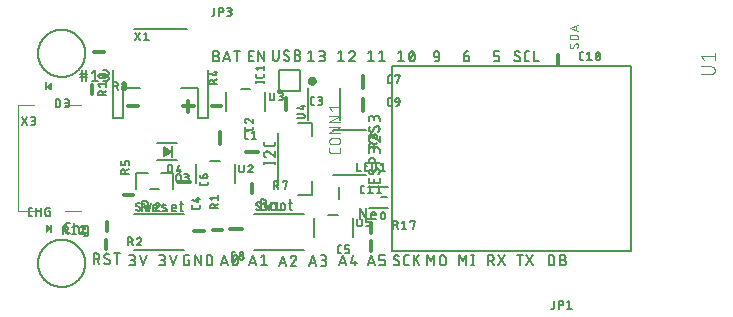
<source format=gbr>
G04 EAGLE Gerber RS-274X export*
G75*
%MOMM*%
%FSLAX34Y34*%
%LPD*%
%INSilkscreen Top*%
%IPPOS*%
%AMOC8*
5,1,8,0,0,1.08239X$1,22.5*%
G01*
%ADD10C,0.127000*%
%ADD11C,0.101600*%
%ADD12C,0.304800*%
%ADD13C,0.152400*%
%ADD14C,0.203200*%
%ADD15R,0.200000X1.000000*%
%ADD16R,0.127000X0.762000*%
%ADD17C,0.100000*%
%ADD18C,0.076200*%
%ADD19C,0.350000*%

G36*
X112853Y116881D02*
X112853Y116881D01*
X112924Y116879D01*
X112994Y116898D01*
X113065Y116906D01*
X113120Y116931D01*
X113199Y116951D01*
X113302Y117012D01*
X113371Y117043D01*
X116371Y119043D01*
X116458Y119120D01*
X116548Y119193D01*
X116563Y119215D01*
X116583Y119233D01*
X116645Y119330D01*
X116712Y119425D01*
X116720Y119451D01*
X116735Y119473D01*
X116767Y119584D01*
X116805Y119694D01*
X116806Y119721D01*
X116813Y119746D01*
X116813Y119862D01*
X116819Y119978D01*
X116813Y120004D01*
X116813Y120031D01*
X116781Y120142D01*
X116755Y120255D01*
X116742Y120278D01*
X116734Y120304D01*
X116672Y120402D01*
X116616Y120503D01*
X116598Y120519D01*
X116583Y120544D01*
X116375Y120729D01*
X116371Y120733D01*
X113371Y122733D01*
X113307Y122764D01*
X113247Y122804D01*
X113179Y122825D01*
X113115Y122856D01*
X113044Y122868D01*
X112976Y122889D01*
X112905Y122891D01*
X112835Y122903D01*
X112763Y122895D01*
X112692Y122897D01*
X112623Y122879D01*
X112552Y122870D01*
X112486Y122843D01*
X112417Y122825D01*
X112356Y122788D01*
X112290Y122761D01*
X112234Y122716D01*
X112172Y122680D01*
X112123Y122628D01*
X112068Y122583D01*
X112027Y122525D01*
X111978Y122472D01*
X111945Y122409D01*
X111904Y122351D01*
X111881Y122283D01*
X111848Y122219D01*
X111838Y122160D01*
X111811Y122082D01*
X111805Y121963D01*
X111793Y121888D01*
X111793Y117888D01*
X111803Y117817D01*
X111803Y117745D01*
X111823Y117677D01*
X111833Y117607D01*
X111862Y117541D01*
X111882Y117472D01*
X111920Y117412D01*
X111949Y117347D01*
X111995Y117292D01*
X112033Y117232D01*
X112087Y117184D01*
X112133Y117130D01*
X112192Y117090D01*
X112246Y117043D01*
X112310Y117012D01*
X112369Y116973D01*
X112438Y116951D01*
X112502Y116920D01*
X112572Y116908D01*
X112640Y116887D01*
X112712Y116885D01*
X112783Y116873D01*
X112853Y116881D01*
G37*
G36*
X16393Y171963D02*
X16393Y171963D01*
X16422Y171960D01*
X16514Y171980D01*
X16607Y171993D01*
X16634Y172006D01*
X16663Y172012D01*
X16743Y172060D01*
X16827Y172102D01*
X16848Y172123D01*
X16874Y172138D01*
X16935Y172210D01*
X17001Y172276D01*
X17014Y172302D01*
X17034Y172325D01*
X17069Y172412D01*
X17111Y172496D01*
X17115Y172526D01*
X17126Y172553D01*
X17144Y172720D01*
X17144Y177800D01*
X17139Y177829D01*
X17142Y177859D01*
X17120Y177950D01*
X17105Y178043D01*
X17091Y178069D01*
X17084Y178098D01*
X17033Y178177D01*
X16989Y178260D01*
X16968Y178281D01*
X16952Y178306D01*
X16879Y178365D01*
X16811Y178430D01*
X16784Y178442D01*
X16761Y178461D01*
X16673Y178494D01*
X16588Y178533D01*
X16558Y178536D01*
X16531Y178547D01*
X16437Y178550D01*
X16344Y178560D01*
X16314Y178554D01*
X16285Y178555D01*
X16195Y178528D01*
X16103Y178508D01*
X16078Y178493D01*
X16049Y178484D01*
X15907Y178394D01*
X12732Y175854D01*
X12663Y175777D01*
X12590Y175704D01*
X12581Y175687D01*
X12568Y175672D01*
X12526Y175576D01*
X12480Y175484D01*
X12478Y175464D01*
X12470Y175446D01*
X12461Y175343D01*
X12447Y175240D01*
X12451Y175221D01*
X12449Y175201D01*
X12474Y175100D01*
X12493Y174998D01*
X12503Y174981D01*
X12507Y174962D01*
X12563Y174875D01*
X12614Y174784D01*
X12631Y174767D01*
X12639Y174754D01*
X12664Y174734D01*
X12732Y174666D01*
X15907Y172126D01*
X15933Y172111D01*
X15955Y172091D01*
X16040Y172051D01*
X16122Y172005D01*
X16151Y171999D01*
X16178Y171987D01*
X16271Y171977D01*
X16363Y171959D01*
X16393Y171963D01*
G37*
G36*
X12896Y51316D02*
X12896Y51316D01*
X12925Y51315D01*
X13015Y51342D01*
X13107Y51362D01*
X13132Y51377D01*
X13161Y51386D01*
X13303Y51476D01*
X16478Y54016D01*
X16547Y54093D01*
X16620Y54166D01*
X16629Y54184D01*
X16642Y54198D01*
X16684Y54294D01*
X16730Y54386D01*
X16732Y54406D01*
X16740Y54424D01*
X16749Y54527D01*
X16763Y54630D01*
X16759Y54649D01*
X16761Y54669D01*
X16736Y54770D01*
X16717Y54872D01*
X16707Y54889D01*
X16703Y54908D01*
X16647Y54996D01*
X16596Y55086D01*
X16579Y55103D01*
X16571Y55116D01*
X16546Y55136D01*
X16478Y55204D01*
X13303Y57744D01*
X13277Y57759D01*
X13255Y57780D01*
X13170Y57819D01*
X13088Y57865D01*
X13059Y57871D01*
X13032Y57883D01*
X12939Y57893D01*
X12847Y57911D01*
X12817Y57907D01*
X12788Y57910D01*
X12696Y57890D01*
X12603Y57878D01*
X12576Y57864D01*
X12547Y57858D01*
X12467Y57810D01*
X12383Y57768D01*
X12362Y57747D01*
X12336Y57732D01*
X12275Y57660D01*
X12209Y57594D01*
X12196Y57568D01*
X12176Y57545D01*
X12141Y57458D01*
X12099Y57374D01*
X12095Y57344D01*
X12084Y57317D01*
X12066Y57150D01*
X12066Y52070D01*
X12071Y52041D01*
X12068Y52011D01*
X12090Y51920D01*
X12106Y51827D01*
X12119Y51801D01*
X12126Y51772D01*
X12177Y51693D01*
X12221Y51610D01*
X12242Y51589D01*
X12258Y51564D01*
X12331Y51505D01*
X12399Y51441D01*
X12426Y51428D01*
X12449Y51409D01*
X12537Y51376D01*
X12622Y51337D01*
X12652Y51334D01*
X12679Y51323D01*
X12773Y51320D01*
X12866Y51310D01*
X12896Y51316D01*
G37*
D10*
X204200Y205740D02*
X204200Y199319D01*
X204202Y199221D01*
X204208Y199123D01*
X204218Y199025D01*
X204231Y198928D01*
X204249Y198831D01*
X204270Y198735D01*
X204295Y198641D01*
X204324Y198547D01*
X204356Y198454D01*
X204393Y198363D01*
X204432Y198273D01*
X204476Y198185D01*
X204523Y198099D01*
X204573Y198014D01*
X204626Y197932D01*
X204683Y197852D01*
X204743Y197774D01*
X204806Y197699D01*
X204872Y197626D01*
X204941Y197556D01*
X205012Y197489D01*
X205086Y197424D01*
X205163Y197363D01*
X205242Y197304D01*
X205323Y197249D01*
X205406Y197197D01*
X205492Y197149D01*
X205579Y197104D01*
X205668Y197062D01*
X205758Y197024D01*
X205850Y196990D01*
X205943Y196959D01*
X206038Y196932D01*
X206133Y196909D01*
X206230Y196889D01*
X206326Y196874D01*
X206424Y196862D01*
X206522Y196854D01*
X206620Y196850D01*
X206718Y196850D01*
X206816Y196854D01*
X206914Y196862D01*
X207012Y196874D01*
X207108Y196889D01*
X207205Y196909D01*
X207300Y196932D01*
X207395Y196959D01*
X207488Y196990D01*
X207580Y197024D01*
X207670Y197062D01*
X207759Y197104D01*
X207846Y197149D01*
X207932Y197197D01*
X208015Y197249D01*
X208096Y197304D01*
X208175Y197363D01*
X208252Y197424D01*
X208326Y197489D01*
X208397Y197556D01*
X208466Y197626D01*
X208532Y197699D01*
X208595Y197774D01*
X208655Y197852D01*
X208712Y197932D01*
X208765Y198014D01*
X208815Y198099D01*
X208862Y198185D01*
X208906Y198273D01*
X208945Y198363D01*
X208982Y198454D01*
X209014Y198547D01*
X209043Y198641D01*
X209068Y198735D01*
X209089Y198831D01*
X209107Y198928D01*
X209120Y199025D01*
X209130Y199123D01*
X209136Y199221D01*
X209138Y199319D01*
X209139Y199319D02*
X209139Y205740D01*
X216307Y196850D02*
X216393Y196852D01*
X216479Y196858D01*
X216565Y196867D01*
X216650Y196880D01*
X216735Y196897D01*
X216818Y196917D01*
X216901Y196941D01*
X216983Y196969D01*
X217063Y197000D01*
X217142Y197035D01*
X217219Y197073D01*
X217295Y197115D01*
X217369Y197159D01*
X217440Y197207D01*
X217510Y197258D01*
X217577Y197312D01*
X217642Y197369D01*
X217704Y197429D01*
X217764Y197491D01*
X217821Y197556D01*
X217875Y197623D01*
X217926Y197693D01*
X217974Y197764D01*
X218018Y197838D01*
X218060Y197914D01*
X218098Y197991D01*
X218133Y198070D01*
X218164Y198150D01*
X218192Y198232D01*
X218216Y198315D01*
X218236Y198398D01*
X218253Y198483D01*
X218266Y198568D01*
X218275Y198654D01*
X218281Y198740D01*
X218283Y198826D01*
X216307Y196850D02*
X216180Y196852D01*
X216054Y196858D01*
X215927Y196867D01*
X215801Y196881D01*
X215676Y196898D01*
X215551Y196919D01*
X215427Y196944D01*
X215303Y196973D01*
X215181Y197005D01*
X215059Y197041D01*
X214939Y197081D01*
X214820Y197124D01*
X214702Y197171D01*
X214586Y197222D01*
X214471Y197276D01*
X214358Y197333D01*
X214247Y197394D01*
X214138Y197458D01*
X214031Y197526D01*
X213925Y197596D01*
X213822Y197670D01*
X213722Y197747D01*
X213624Y197827D01*
X213528Y197910D01*
X213435Y197996D01*
X213344Y198085D01*
X213590Y203764D02*
X213592Y203850D01*
X213598Y203936D01*
X213607Y204022D01*
X213620Y204107D01*
X213637Y204192D01*
X213657Y204275D01*
X213681Y204358D01*
X213709Y204440D01*
X213740Y204520D01*
X213775Y204599D01*
X213813Y204676D01*
X213855Y204752D01*
X213899Y204826D01*
X213947Y204897D01*
X213998Y204967D01*
X214052Y205034D01*
X214109Y205099D01*
X214169Y205161D01*
X214231Y205221D01*
X214296Y205278D01*
X214363Y205332D01*
X214433Y205383D01*
X214504Y205431D01*
X214578Y205475D01*
X214654Y205517D01*
X214731Y205555D01*
X214810Y205590D01*
X214890Y205621D01*
X214972Y205649D01*
X215055Y205673D01*
X215138Y205693D01*
X215223Y205710D01*
X215308Y205723D01*
X215394Y205732D01*
X215480Y205738D01*
X215566Y205740D01*
X215685Y205738D01*
X215804Y205732D01*
X215923Y205723D01*
X216041Y205709D01*
X216159Y205692D01*
X216277Y205671D01*
X216393Y205646D01*
X216509Y205618D01*
X216624Y205586D01*
X216737Y205550D01*
X216850Y205510D01*
X216961Y205467D01*
X217071Y205421D01*
X217179Y205371D01*
X217285Y205317D01*
X217390Y205260D01*
X217492Y205200D01*
X217593Y205136D01*
X217692Y205069D01*
X217788Y204999D01*
X214579Y202036D02*
X214505Y202081D01*
X214433Y202130D01*
X214363Y202182D01*
X214296Y202237D01*
X214231Y202295D01*
X214169Y202355D01*
X214110Y202418D01*
X214053Y202484D01*
X213999Y202552D01*
X213948Y202622D01*
X213900Y202694D01*
X213855Y202769D01*
X213814Y202845D01*
X213776Y202923D01*
X213741Y203003D01*
X213710Y203084D01*
X213682Y203166D01*
X213658Y203249D01*
X213638Y203333D01*
X213621Y203419D01*
X213608Y203504D01*
X213599Y203591D01*
X213593Y203677D01*
X213591Y203764D01*
X217294Y200554D02*
X217368Y200509D01*
X217440Y200460D01*
X217510Y200408D01*
X217577Y200353D01*
X217642Y200295D01*
X217704Y200235D01*
X217764Y200172D01*
X217820Y200106D01*
X217874Y200038D01*
X217925Y199968D01*
X217973Y199896D01*
X218018Y199821D01*
X218059Y199745D01*
X218097Y199667D01*
X218132Y199587D01*
X218163Y199506D01*
X218191Y199424D01*
X218215Y199341D01*
X218235Y199257D01*
X218252Y199171D01*
X218265Y199086D01*
X218274Y198999D01*
X218280Y198913D01*
X218282Y198826D01*
X217295Y200554D02*
X214579Y202036D01*
X222661Y201789D02*
X225131Y201789D01*
X225131Y201788D02*
X225229Y201786D01*
X225327Y201780D01*
X225425Y201770D01*
X225522Y201757D01*
X225619Y201739D01*
X225715Y201718D01*
X225809Y201693D01*
X225903Y201664D01*
X225996Y201632D01*
X226087Y201595D01*
X226177Y201556D01*
X226265Y201512D01*
X226351Y201465D01*
X226436Y201415D01*
X226518Y201362D01*
X226598Y201305D01*
X226676Y201245D01*
X226751Y201182D01*
X226824Y201116D01*
X226894Y201047D01*
X226961Y200976D01*
X227026Y200902D01*
X227087Y200825D01*
X227146Y200746D01*
X227201Y200665D01*
X227253Y200582D01*
X227301Y200496D01*
X227346Y200409D01*
X227388Y200320D01*
X227426Y200230D01*
X227460Y200138D01*
X227491Y200045D01*
X227518Y199950D01*
X227541Y199855D01*
X227561Y199758D01*
X227576Y199662D01*
X227588Y199564D01*
X227596Y199466D01*
X227600Y199368D01*
X227600Y199270D01*
X227596Y199172D01*
X227588Y199074D01*
X227576Y198976D01*
X227561Y198880D01*
X227541Y198783D01*
X227518Y198688D01*
X227491Y198593D01*
X227460Y198500D01*
X227426Y198408D01*
X227388Y198318D01*
X227346Y198229D01*
X227301Y198142D01*
X227253Y198056D01*
X227201Y197973D01*
X227146Y197892D01*
X227087Y197813D01*
X227026Y197736D01*
X226961Y197662D01*
X226894Y197591D01*
X226824Y197522D01*
X226751Y197456D01*
X226676Y197393D01*
X226598Y197333D01*
X226518Y197276D01*
X226436Y197223D01*
X226351Y197173D01*
X226265Y197126D01*
X226177Y197082D01*
X226087Y197043D01*
X225996Y197006D01*
X225903Y196974D01*
X225809Y196945D01*
X225715Y196920D01*
X225619Y196899D01*
X225522Y196881D01*
X225425Y196868D01*
X225327Y196858D01*
X225229Y196852D01*
X225131Y196850D01*
X222661Y196850D01*
X222661Y205740D01*
X225131Y205740D01*
X225218Y205738D01*
X225306Y205732D01*
X225393Y205723D01*
X225479Y205709D01*
X225565Y205692D01*
X225649Y205671D01*
X225733Y205646D01*
X225816Y205617D01*
X225897Y205585D01*
X225977Y205550D01*
X226055Y205511D01*
X226132Y205468D01*
X226206Y205422D01*
X226278Y205373D01*
X226348Y205321D01*
X226416Y205265D01*
X226481Y205207D01*
X226544Y205146D01*
X226603Y205082D01*
X226660Y205015D01*
X226714Y204947D01*
X226765Y204875D01*
X226812Y204802D01*
X226857Y204727D01*
X226898Y204649D01*
X226935Y204570D01*
X226969Y204490D01*
X226999Y204408D01*
X227026Y204325D01*
X227049Y204240D01*
X227068Y204155D01*
X227083Y204069D01*
X227095Y203982D01*
X227103Y203895D01*
X227107Y203808D01*
X227107Y203720D01*
X227103Y203633D01*
X227095Y203546D01*
X227083Y203459D01*
X227068Y203373D01*
X227049Y203288D01*
X227026Y203203D01*
X226999Y203120D01*
X226969Y203038D01*
X226935Y202958D01*
X226898Y202879D01*
X226857Y202801D01*
X226812Y202726D01*
X226765Y202653D01*
X226714Y202581D01*
X226660Y202513D01*
X226603Y202446D01*
X226544Y202382D01*
X226481Y202321D01*
X226416Y202263D01*
X226348Y202207D01*
X226278Y202155D01*
X226206Y202106D01*
X226132Y202060D01*
X226055Y202017D01*
X225977Y201978D01*
X225897Y201943D01*
X225816Y201911D01*
X225733Y201882D01*
X225649Y201857D01*
X225565Y201836D01*
X225479Y201819D01*
X225393Y201805D01*
X225306Y201796D01*
X225218Y201790D01*
X225131Y201788D01*
X52534Y33655D02*
X52534Y24765D01*
X52534Y33655D02*
X55003Y33655D01*
X55101Y33653D01*
X55199Y33647D01*
X55297Y33637D01*
X55394Y33624D01*
X55491Y33606D01*
X55587Y33585D01*
X55681Y33560D01*
X55775Y33531D01*
X55868Y33499D01*
X55959Y33462D01*
X56049Y33423D01*
X56137Y33379D01*
X56223Y33332D01*
X56308Y33282D01*
X56390Y33229D01*
X56470Y33172D01*
X56548Y33112D01*
X56623Y33049D01*
X56696Y32983D01*
X56766Y32914D01*
X56833Y32843D01*
X56898Y32769D01*
X56959Y32692D01*
X57018Y32613D01*
X57073Y32532D01*
X57125Y32449D01*
X57173Y32363D01*
X57218Y32276D01*
X57260Y32187D01*
X57298Y32097D01*
X57332Y32005D01*
X57363Y31912D01*
X57390Y31817D01*
X57413Y31722D01*
X57433Y31625D01*
X57448Y31529D01*
X57460Y31431D01*
X57468Y31333D01*
X57472Y31235D01*
X57472Y31137D01*
X57468Y31039D01*
X57460Y30941D01*
X57448Y30843D01*
X57433Y30747D01*
X57413Y30650D01*
X57390Y30555D01*
X57363Y30460D01*
X57332Y30367D01*
X57298Y30275D01*
X57260Y30185D01*
X57218Y30096D01*
X57173Y30009D01*
X57125Y29923D01*
X57073Y29840D01*
X57018Y29759D01*
X56959Y29680D01*
X56898Y29603D01*
X56833Y29529D01*
X56766Y29458D01*
X56696Y29389D01*
X56623Y29323D01*
X56548Y29260D01*
X56470Y29200D01*
X56390Y29143D01*
X56308Y29090D01*
X56223Y29040D01*
X56137Y28993D01*
X56049Y28949D01*
X55959Y28910D01*
X55868Y28873D01*
X55775Y28841D01*
X55681Y28812D01*
X55587Y28787D01*
X55491Y28766D01*
X55394Y28748D01*
X55297Y28735D01*
X55199Y28725D01*
X55101Y28719D01*
X55003Y28717D01*
X55003Y28716D02*
X52534Y28716D01*
X55497Y28716D02*
X57473Y24765D01*
X64261Y24765D02*
X64347Y24767D01*
X64433Y24773D01*
X64519Y24782D01*
X64604Y24795D01*
X64689Y24812D01*
X64772Y24832D01*
X64855Y24856D01*
X64937Y24884D01*
X65017Y24915D01*
X65096Y24950D01*
X65173Y24988D01*
X65249Y25030D01*
X65323Y25074D01*
X65394Y25122D01*
X65464Y25173D01*
X65531Y25227D01*
X65596Y25284D01*
X65658Y25344D01*
X65718Y25406D01*
X65775Y25471D01*
X65829Y25538D01*
X65880Y25608D01*
X65928Y25679D01*
X65972Y25753D01*
X66014Y25829D01*
X66052Y25906D01*
X66087Y25985D01*
X66118Y26065D01*
X66146Y26147D01*
X66170Y26230D01*
X66190Y26313D01*
X66207Y26398D01*
X66220Y26483D01*
X66229Y26569D01*
X66235Y26655D01*
X66237Y26741D01*
X64261Y24765D02*
X64134Y24767D01*
X64008Y24773D01*
X63881Y24782D01*
X63755Y24796D01*
X63630Y24813D01*
X63505Y24834D01*
X63381Y24859D01*
X63257Y24888D01*
X63135Y24920D01*
X63013Y24956D01*
X62893Y24996D01*
X62774Y25039D01*
X62656Y25086D01*
X62540Y25137D01*
X62425Y25191D01*
X62312Y25248D01*
X62201Y25309D01*
X62092Y25373D01*
X61985Y25441D01*
X61879Y25511D01*
X61776Y25585D01*
X61676Y25662D01*
X61578Y25742D01*
X61482Y25825D01*
X61389Y25911D01*
X61298Y26000D01*
X61544Y31679D02*
X61546Y31765D01*
X61552Y31851D01*
X61561Y31937D01*
X61574Y32022D01*
X61591Y32107D01*
X61611Y32190D01*
X61635Y32273D01*
X61663Y32355D01*
X61694Y32435D01*
X61729Y32514D01*
X61767Y32591D01*
X61809Y32667D01*
X61853Y32741D01*
X61901Y32812D01*
X61952Y32882D01*
X62006Y32949D01*
X62063Y33014D01*
X62123Y33076D01*
X62185Y33136D01*
X62250Y33193D01*
X62317Y33247D01*
X62387Y33298D01*
X62458Y33346D01*
X62532Y33390D01*
X62608Y33432D01*
X62685Y33470D01*
X62764Y33505D01*
X62844Y33536D01*
X62926Y33564D01*
X63009Y33588D01*
X63092Y33608D01*
X63177Y33625D01*
X63262Y33638D01*
X63348Y33647D01*
X63434Y33653D01*
X63520Y33655D01*
X63639Y33653D01*
X63758Y33647D01*
X63877Y33638D01*
X63995Y33624D01*
X64113Y33607D01*
X64231Y33586D01*
X64347Y33561D01*
X64463Y33533D01*
X64578Y33501D01*
X64691Y33465D01*
X64804Y33425D01*
X64915Y33382D01*
X65025Y33336D01*
X65133Y33286D01*
X65239Y33232D01*
X65344Y33175D01*
X65446Y33115D01*
X65547Y33051D01*
X65646Y32984D01*
X65742Y32914D01*
X62533Y29951D02*
X62459Y29996D01*
X62387Y30045D01*
X62317Y30097D01*
X62250Y30152D01*
X62185Y30210D01*
X62123Y30270D01*
X62064Y30333D01*
X62007Y30399D01*
X61953Y30467D01*
X61902Y30537D01*
X61854Y30609D01*
X61809Y30684D01*
X61768Y30760D01*
X61730Y30838D01*
X61695Y30918D01*
X61664Y30999D01*
X61636Y31081D01*
X61612Y31164D01*
X61592Y31248D01*
X61575Y31334D01*
X61562Y31419D01*
X61553Y31506D01*
X61547Y31592D01*
X61545Y31679D01*
X65248Y28469D02*
X65322Y28424D01*
X65394Y28375D01*
X65464Y28323D01*
X65531Y28268D01*
X65596Y28210D01*
X65658Y28150D01*
X65718Y28087D01*
X65774Y28021D01*
X65828Y27953D01*
X65879Y27883D01*
X65927Y27811D01*
X65972Y27736D01*
X66013Y27660D01*
X66051Y27582D01*
X66086Y27502D01*
X66117Y27421D01*
X66145Y27339D01*
X66169Y27256D01*
X66189Y27172D01*
X66206Y27086D01*
X66219Y27001D01*
X66228Y26914D01*
X66234Y26828D01*
X66236Y26741D01*
X65249Y28469D02*
X62532Y29951D01*
X71997Y33655D02*
X71997Y24765D01*
X69527Y33655D02*
X74466Y33655D01*
X108282Y23495D02*
X110751Y23495D01*
X110849Y23497D01*
X110947Y23503D01*
X111045Y23513D01*
X111142Y23526D01*
X111239Y23544D01*
X111335Y23565D01*
X111429Y23590D01*
X111523Y23619D01*
X111616Y23651D01*
X111707Y23688D01*
X111797Y23727D01*
X111885Y23771D01*
X111971Y23818D01*
X112056Y23868D01*
X112138Y23921D01*
X112218Y23978D01*
X112296Y24038D01*
X112371Y24101D01*
X112444Y24167D01*
X112514Y24236D01*
X112581Y24307D01*
X112646Y24381D01*
X112707Y24458D01*
X112766Y24537D01*
X112821Y24618D01*
X112873Y24701D01*
X112921Y24787D01*
X112966Y24874D01*
X113008Y24963D01*
X113046Y25053D01*
X113080Y25145D01*
X113111Y25238D01*
X113138Y25333D01*
X113161Y25428D01*
X113181Y25525D01*
X113196Y25621D01*
X113208Y25719D01*
X113216Y25817D01*
X113220Y25915D01*
X113220Y26013D01*
X113216Y26111D01*
X113208Y26209D01*
X113196Y26307D01*
X113181Y26403D01*
X113161Y26500D01*
X113138Y26595D01*
X113111Y26690D01*
X113080Y26783D01*
X113046Y26875D01*
X113008Y26965D01*
X112966Y27054D01*
X112921Y27141D01*
X112873Y27227D01*
X112821Y27310D01*
X112766Y27391D01*
X112707Y27470D01*
X112646Y27547D01*
X112581Y27621D01*
X112514Y27692D01*
X112444Y27761D01*
X112371Y27827D01*
X112296Y27890D01*
X112218Y27950D01*
X112138Y28007D01*
X112056Y28060D01*
X111971Y28110D01*
X111885Y28157D01*
X111797Y28201D01*
X111707Y28240D01*
X111616Y28277D01*
X111523Y28309D01*
X111429Y28338D01*
X111335Y28363D01*
X111239Y28384D01*
X111142Y28402D01*
X111045Y28415D01*
X110947Y28425D01*
X110849Y28431D01*
X110751Y28433D01*
X111245Y32385D02*
X108282Y32385D01*
X111245Y32385D02*
X111332Y32383D01*
X111420Y32377D01*
X111507Y32368D01*
X111593Y32354D01*
X111679Y32337D01*
X111763Y32316D01*
X111847Y32291D01*
X111930Y32262D01*
X112011Y32230D01*
X112091Y32195D01*
X112169Y32156D01*
X112246Y32113D01*
X112320Y32067D01*
X112392Y32018D01*
X112462Y31966D01*
X112530Y31910D01*
X112595Y31852D01*
X112658Y31791D01*
X112717Y31727D01*
X112774Y31660D01*
X112828Y31592D01*
X112879Y31520D01*
X112926Y31447D01*
X112971Y31372D01*
X113012Y31294D01*
X113049Y31215D01*
X113083Y31135D01*
X113113Y31053D01*
X113140Y30970D01*
X113163Y30885D01*
X113182Y30800D01*
X113197Y30714D01*
X113209Y30627D01*
X113217Y30540D01*
X113221Y30453D01*
X113221Y30365D01*
X113217Y30278D01*
X113209Y30191D01*
X113197Y30104D01*
X113182Y30018D01*
X113163Y29933D01*
X113140Y29848D01*
X113113Y29765D01*
X113083Y29683D01*
X113049Y29603D01*
X113012Y29524D01*
X112971Y29446D01*
X112926Y29371D01*
X112879Y29298D01*
X112828Y29226D01*
X112774Y29158D01*
X112717Y29091D01*
X112658Y29027D01*
X112595Y28966D01*
X112530Y28908D01*
X112462Y28852D01*
X112392Y28800D01*
X112320Y28751D01*
X112246Y28705D01*
X112169Y28662D01*
X112091Y28623D01*
X112011Y28588D01*
X111930Y28556D01*
X111847Y28527D01*
X111763Y28502D01*
X111679Y28481D01*
X111593Y28464D01*
X111507Y28450D01*
X111420Y28441D01*
X111332Y28435D01*
X111245Y28433D01*
X111245Y28434D02*
X109269Y28434D01*
X116932Y32385D02*
X119895Y23495D01*
X122858Y32385D01*
X85351Y23495D02*
X82882Y23495D01*
X85351Y23495D02*
X85449Y23497D01*
X85547Y23503D01*
X85645Y23513D01*
X85742Y23526D01*
X85839Y23544D01*
X85935Y23565D01*
X86029Y23590D01*
X86123Y23619D01*
X86216Y23651D01*
X86307Y23688D01*
X86397Y23727D01*
X86485Y23771D01*
X86571Y23818D01*
X86656Y23868D01*
X86738Y23921D01*
X86818Y23978D01*
X86896Y24038D01*
X86971Y24101D01*
X87044Y24167D01*
X87114Y24236D01*
X87181Y24307D01*
X87246Y24381D01*
X87307Y24458D01*
X87366Y24537D01*
X87421Y24618D01*
X87473Y24701D01*
X87521Y24787D01*
X87566Y24874D01*
X87608Y24963D01*
X87646Y25053D01*
X87680Y25145D01*
X87711Y25238D01*
X87738Y25333D01*
X87761Y25428D01*
X87781Y25525D01*
X87796Y25621D01*
X87808Y25719D01*
X87816Y25817D01*
X87820Y25915D01*
X87820Y26013D01*
X87816Y26111D01*
X87808Y26209D01*
X87796Y26307D01*
X87781Y26403D01*
X87761Y26500D01*
X87738Y26595D01*
X87711Y26690D01*
X87680Y26783D01*
X87646Y26875D01*
X87608Y26965D01*
X87566Y27054D01*
X87521Y27141D01*
X87473Y27227D01*
X87421Y27310D01*
X87366Y27391D01*
X87307Y27470D01*
X87246Y27547D01*
X87181Y27621D01*
X87114Y27692D01*
X87044Y27761D01*
X86971Y27827D01*
X86896Y27890D01*
X86818Y27950D01*
X86738Y28007D01*
X86656Y28060D01*
X86571Y28110D01*
X86485Y28157D01*
X86397Y28201D01*
X86307Y28240D01*
X86216Y28277D01*
X86123Y28309D01*
X86029Y28338D01*
X85935Y28363D01*
X85839Y28384D01*
X85742Y28402D01*
X85645Y28415D01*
X85547Y28425D01*
X85449Y28431D01*
X85351Y28433D01*
X85845Y32385D02*
X82882Y32385D01*
X85845Y32385D02*
X85932Y32383D01*
X86020Y32377D01*
X86107Y32368D01*
X86193Y32354D01*
X86279Y32337D01*
X86363Y32316D01*
X86447Y32291D01*
X86530Y32262D01*
X86611Y32230D01*
X86691Y32195D01*
X86769Y32156D01*
X86846Y32113D01*
X86920Y32067D01*
X86992Y32018D01*
X87062Y31966D01*
X87130Y31910D01*
X87195Y31852D01*
X87258Y31791D01*
X87317Y31727D01*
X87374Y31660D01*
X87428Y31592D01*
X87479Y31520D01*
X87526Y31447D01*
X87571Y31372D01*
X87612Y31294D01*
X87649Y31215D01*
X87683Y31135D01*
X87713Y31053D01*
X87740Y30970D01*
X87763Y30885D01*
X87782Y30800D01*
X87797Y30714D01*
X87809Y30627D01*
X87817Y30540D01*
X87821Y30453D01*
X87821Y30365D01*
X87817Y30278D01*
X87809Y30191D01*
X87797Y30104D01*
X87782Y30018D01*
X87763Y29933D01*
X87740Y29848D01*
X87713Y29765D01*
X87683Y29683D01*
X87649Y29603D01*
X87612Y29524D01*
X87571Y29446D01*
X87526Y29371D01*
X87479Y29298D01*
X87428Y29226D01*
X87374Y29158D01*
X87317Y29091D01*
X87258Y29027D01*
X87195Y28966D01*
X87130Y28908D01*
X87062Y28852D01*
X86992Y28800D01*
X86920Y28751D01*
X86846Y28705D01*
X86769Y28662D01*
X86691Y28623D01*
X86611Y28588D01*
X86530Y28556D01*
X86447Y28527D01*
X86363Y28502D01*
X86279Y28481D01*
X86193Y28464D01*
X86107Y28450D01*
X86020Y28441D01*
X85932Y28435D01*
X85845Y28433D01*
X85845Y28434D02*
X83869Y28434D01*
X91532Y32385D02*
X94495Y23495D01*
X97458Y32385D01*
X184482Y23495D02*
X187445Y32385D01*
X190408Y23495D01*
X189667Y25718D02*
X185222Y25718D01*
X194120Y30409D02*
X196589Y32385D01*
X196589Y23495D01*
X194120Y23495D02*
X199058Y23495D01*
X163315Y32385D02*
X160352Y23495D01*
X166278Y23495D02*
X163315Y32385D01*
X165537Y25718D02*
X161092Y25718D01*
X169990Y27940D02*
X169992Y28115D01*
X169998Y28290D01*
X170009Y28464D01*
X170023Y28639D01*
X170042Y28812D01*
X170065Y28986D01*
X170092Y29159D01*
X170123Y29331D01*
X170158Y29502D01*
X170198Y29672D01*
X170241Y29842D01*
X170289Y30010D01*
X170340Y30177D01*
X170395Y30343D01*
X170455Y30508D01*
X170518Y30671D01*
X170585Y30832D01*
X170656Y30992D01*
X170731Y31150D01*
X170731Y31151D02*
X170760Y31229D01*
X170792Y31307D01*
X170829Y31382D01*
X170868Y31456D01*
X170911Y31528D01*
X170957Y31599D01*
X171007Y31666D01*
X171059Y31732D01*
X171114Y31795D01*
X171173Y31855D01*
X171234Y31913D01*
X171297Y31968D01*
X171363Y32020D01*
X171432Y32069D01*
X171502Y32114D01*
X171574Y32157D01*
X171649Y32196D01*
X171725Y32231D01*
X171802Y32263D01*
X171881Y32291D01*
X171962Y32316D01*
X172043Y32337D01*
X172125Y32354D01*
X172208Y32368D01*
X172291Y32377D01*
X172375Y32383D01*
X172459Y32385D01*
X172543Y32383D01*
X172627Y32377D01*
X172710Y32368D01*
X172793Y32354D01*
X172875Y32337D01*
X172956Y32316D01*
X173037Y32291D01*
X173116Y32263D01*
X173193Y32231D01*
X173269Y32196D01*
X173344Y32157D01*
X173416Y32114D01*
X173487Y32069D01*
X173555Y32020D01*
X173621Y31968D01*
X173684Y31913D01*
X173745Y31855D01*
X173804Y31795D01*
X173859Y31732D01*
X173911Y31666D01*
X173961Y31599D01*
X174007Y31528D01*
X174050Y31456D01*
X174089Y31382D01*
X174126Y31307D01*
X174158Y31229D01*
X174187Y31150D01*
X174188Y31150D02*
X174263Y30992D01*
X174334Y30832D01*
X174401Y30671D01*
X174464Y30508D01*
X174524Y30343D01*
X174579Y30177D01*
X174630Y30010D01*
X174678Y29842D01*
X174721Y29672D01*
X174761Y29502D01*
X174796Y29331D01*
X174827Y29159D01*
X174854Y28986D01*
X174877Y28812D01*
X174896Y28639D01*
X174910Y28464D01*
X174921Y28290D01*
X174927Y28115D01*
X174929Y27940D01*
X169990Y27940D02*
X169992Y27765D01*
X169998Y27590D01*
X170009Y27416D01*
X170023Y27241D01*
X170042Y27068D01*
X170065Y26894D01*
X170092Y26721D01*
X170123Y26549D01*
X170158Y26378D01*
X170198Y26208D01*
X170241Y26038D01*
X170289Y25870D01*
X170340Y25703D01*
X170395Y25537D01*
X170455Y25372D01*
X170518Y25209D01*
X170585Y25048D01*
X170656Y24888D01*
X170731Y24730D01*
X170731Y24729D02*
X170760Y24651D01*
X170792Y24573D01*
X170829Y24498D01*
X170868Y24424D01*
X170911Y24351D01*
X170957Y24281D01*
X171007Y24214D01*
X171059Y24148D01*
X171115Y24085D01*
X171173Y24025D01*
X171234Y23967D01*
X171297Y23912D01*
X171363Y23860D01*
X171432Y23811D01*
X171502Y23766D01*
X171574Y23723D01*
X171649Y23684D01*
X171725Y23649D01*
X171802Y23617D01*
X171881Y23589D01*
X171962Y23564D01*
X172043Y23543D01*
X172125Y23526D01*
X172208Y23512D01*
X172291Y23503D01*
X172375Y23497D01*
X172459Y23495D01*
X174187Y24730D02*
X174262Y24888D01*
X174333Y25048D01*
X174400Y25209D01*
X174463Y25372D01*
X174523Y25537D01*
X174578Y25703D01*
X174629Y25870D01*
X174677Y26038D01*
X174720Y26208D01*
X174760Y26378D01*
X174795Y26549D01*
X174826Y26721D01*
X174853Y26894D01*
X174876Y27068D01*
X174895Y27241D01*
X174909Y27416D01*
X174920Y27590D01*
X174926Y27765D01*
X174928Y27940D01*
X174187Y24729D02*
X174158Y24651D01*
X174126Y24573D01*
X174089Y24498D01*
X174050Y24424D01*
X174007Y24352D01*
X173961Y24281D01*
X173911Y24214D01*
X173859Y24148D01*
X173804Y24085D01*
X173745Y24025D01*
X173684Y23967D01*
X173621Y23912D01*
X173555Y23860D01*
X173487Y23811D01*
X173416Y23766D01*
X173344Y23723D01*
X173269Y23684D01*
X173193Y23649D01*
X173116Y23617D01*
X173037Y23589D01*
X172956Y23564D01*
X172875Y23543D01*
X172793Y23526D01*
X172710Y23512D01*
X172627Y23503D01*
X172543Y23497D01*
X172459Y23495D01*
X170483Y25471D02*
X174435Y30409D01*
X234259Y203129D02*
X236728Y205105D01*
X236728Y196215D01*
X234259Y196215D02*
X239197Y196215D01*
X243403Y196215D02*
X245872Y196215D01*
X245970Y196217D01*
X246068Y196223D01*
X246166Y196233D01*
X246263Y196246D01*
X246360Y196264D01*
X246456Y196285D01*
X246550Y196310D01*
X246644Y196339D01*
X246737Y196371D01*
X246828Y196408D01*
X246918Y196447D01*
X247006Y196491D01*
X247092Y196538D01*
X247177Y196588D01*
X247259Y196641D01*
X247339Y196698D01*
X247417Y196758D01*
X247492Y196821D01*
X247565Y196887D01*
X247635Y196956D01*
X247702Y197027D01*
X247767Y197101D01*
X247828Y197178D01*
X247887Y197257D01*
X247942Y197338D01*
X247994Y197421D01*
X248042Y197507D01*
X248087Y197594D01*
X248129Y197683D01*
X248167Y197773D01*
X248201Y197865D01*
X248232Y197958D01*
X248259Y198053D01*
X248282Y198148D01*
X248302Y198245D01*
X248317Y198341D01*
X248329Y198439D01*
X248337Y198537D01*
X248341Y198635D01*
X248341Y198733D01*
X248337Y198831D01*
X248329Y198929D01*
X248317Y199027D01*
X248302Y199123D01*
X248282Y199220D01*
X248259Y199315D01*
X248232Y199410D01*
X248201Y199503D01*
X248167Y199595D01*
X248129Y199685D01*
X248087Y199774D01*
X248042Y199861D01*
X247994Y199947D01*
X247942Y200030D01*
X247887Y200111D01*
X247828Y200190D01*
X247767Y200267D01*
X247702Y200341D01*
X247635Y200412D01*
X247565Y200481D01*
X247492Y200547D01*
X247417Y200610D01*
X247339Y200670D01*
X247259Y200727D01*
X247177Y200780D01*
X247092Y200830D01*
X247006Y200877D01*
X246918Y200921D01*
X246828Y200960D01*
X246737Y200997D01*
X246644Y201029D01*
X246550Y201058D01*
X246456Y201083D01*
X246360Y201104D01*
X246263Y201122D01*
X246166Y201135D01*
X246068Y201145D01*
X245970Y201151D01*
X245872Y201153D01*
X246366Y205105D02*
X243403Y205105D01*
X246366Y205105D02*
X246453Y205103D01*
X246541Y205097D01*
X246628Y205088D01*
X246714Y205074D01*
X246800Y205057D01*
X246884Y205036D01*
X246968Y205011D01*
X247051Y204982D01*
X247132Y204950D01*
X247212Y204915D01*
X247290Y204876D01*
X247367Y204833D01*
X247441Y204787D01*
X247513Y204738D01*
X247583Y204686D01*
X247651Y204630D01*
X247716Y204572D01*
X247779Y204511D01*
X247838Y204447D01*
X247895Y204380D01*
X247949Y204312D01*
X248000Y204240D01*
X248047Y204167D01*
X248092Y204092D01*
X248133Y204014D01*
X248170Y203935D01*
X248204Y203855D01*
X248234Y203773D01*
X248261Y203690D01*
X248284Y203605D01*
X248303Y203520D01*
X248318Y203434D01*
X248330Y203347D01*
X248338Y203260D01*
X248342Y203173D01*
X248342Y203085D01*
X248338Y202998D01*
X248330Y202911D01*
X248318Y202824D01*
X248303Y202738D01*
X248284Y202653D01*
X248261Y202568D01*
X248234Y202485D01*
X248204Y202403D01*
X248170Y202323D01*
X248133Y202244D01*
X248092Y202166D01*
X248047Y202091D01*
X248000Y202018D01*
X247949Y201946D01*
X247895Y201878D01*
X247838Y201811D01*
X247779Y201747D01*
X247716Y201686D01*
X247651Y201628D01*
X247583Y201572D01*
X247513Y201520D01*
X247441Y201471D01*
X247367Y201425D01*
X247290Y201382D01*
X247212Y201343D01*
X247132Y201308D01*
X247051Y201276D01*
X246968Y201247D01*
X246884Y201222D01*
X246800Y201201D01*
X246714Y201184D01*
X246628Y201170D01*
X246541Y201161D01*
X246453Y201155D01*
X246366Y201153D01*
X246366Y201154D02*
X244390Y201154D01*
X311501Y25471D02*
X311499Y25385D01*
X311493Y25299D01*
X311484Y25213D01*
X311471Y25128D01*
X311454Y25043D01*
X311434Y24960D01*
X311410Y24877D01*
X311382Y24795D01*
X311351Y24715D01*
X311316Y24636D01*
X311278Y24559D01*
X311236Y24483D01*
X311192Y24409D01*
X311144Y24338D01*
X311093Y24268D01*
X311039Y24201D01*
X310982Y24136D01*
X310922Y24074D01*
X310860Y24014D01*
X310795Y23957D01*
X310728Y23903D01*
X310658Y23852D01*
X310587Y23804D01*
X310513Y23760D01*
X310437Y23718D01*
X310360Y23680D01*
X310281Y23645D01*
X310201Y23614D01*
X310119Y23586D01*
X310036Y23562D01*
X309953Y23542D01*
X309868Y23525D01*
X309783Y23512D01*
X309697Y23503D01*
X309611Y23497D01*
X309525Y23495D01*
X309398Y23497D01*
X309272Y23503D01*
X309145Y23512D01*
X309019Y23526D01*
X308894Y23543D01*
X308769Y23564D01*
X308645Y23589D01*
X308521Y23618D01*
X308399Y23650D01*
X308277Y23686D01*
X308157Y23726D01*
X308038Y23769D01*
X307920Y23816D01*
X307804Y23867D01*
X307689Y23921D01*
X307576Y23978D01*
X307465Y24039D01*
X307356Y24103D01*
X307249Y24171D01*
X307143Y24241D01*
X307040Y24315D01*
X306940Y24392D01*
X306842Y24472D01*
X306746Y24555D01*
X306653Y24641D01*
X306562Y24730D01*
X306808Y30409D02*
X306810Y30495D01*
X306816Y30581D01*
X306825Y30667D01*
X306838Y30752D01*
X306855Y30837D01*
X306875Y30920D01*
X306899Y31003D01*
X306927Y31085D01*
X306958Y31165D01*
X306993Y31244D01*
X307031Y31321D01*
X307073Y31397D01*
X307117Y31471D01*
X307165Y31542D01*
X307216Y31612D01*
X307270Y31679D01*
X307327Y31744D01*
X307387Y31806D01*
X307449Y31866D01*
X307514Y31923D01*
X307581Y31977D01*
X307651Y32028D01*
X307722Y32076D01*
X307796Y32120D01*
X307872Y32162D01*
X307949Y32200D01*
X308028Y32235D01*
X308108Y32266D01*
X308190Y32294D01*
X308273Y32318D01*
X308356Y32338D01*
X308441Y32355D01*
X308526Y32368D01*
X308612Y32377D01*
X308698Y32383D01*
X308784Y32385D01*
X308903Y32383D01*
X309022Y32377D01*
X309141Y32368D01*
X309259Y32354D01*
X309377Y32337D01*
X309495Y32316D01*
X309611Y32291D01*
X309727Y32263D01*
X309842Y32231D01*
X309955Y32195D01*
X310068Y32155D01*
X310179Y32112D01*
X310289Y32066D01*
X310397Y32016D01*
X310503Y31962D01*
X310608Y31905D01*
X310710Y31845D01*
X310811Y31781D01*
X310910Y31714D01*
X311006Y31644D01*
X307797Y28681D02*
X307723Y28726D01*
X307651Y28775D01*
X307581Y28827D01*
X307514Y28882D01*
X307449Y28940D01*
X307387Y29000D01*
X307328Y29063D01*
X307271Y29129D01*
X307217Y29197D01*
X307166Y29267D01*
X307118Y29339D01*
X307073Y29414D01*
X307032Y29490D01*
X306994Y29568D01*
X306959Y29648D01*
X306928Y29729D01*
X306900Y29811D01*
X306876Y29894D01*
X306856Y29978D01*
X306839Y30064D01*
X306826Y30149D01*
X306817Y30236D01*
X306811Y30322D01*
X306809Y30409D01*
X310512Y27199D02*
X310586Y27154D01*
X310658Y27105D01*
X310728Y27053D01*
X310795Y26998D01*
X310860Y26940D01*
X310922Y26880D01*
X310982Y26817D01*
X311038Y26751D01*
X311092Y26683D01*
X311143Y26613D01*
X311191Y26541D01*
X311236Y26466D01*
X311277Y26390D01*
X311315Y26312D01*
X311350Y26232D01*
X311381Y26151D01*
X311409Y26069D01*
X311433Y25986D01*
X311453Y25902D01*
X311470Y25816D01*
X311483Y25731D01*
X311492Y25644D01*
X311498Y25558D01*
X311500Y25471D01*
X310513Y27199D02*
X307797Y28681D01*
X317343Y23495D02*
X319318Y23495D01*
X317343Y23495D02*
X317257Y23497D01*
X317171Y23503D01*
X317085Y23512D01*
X317000Y23525D01*
X316915Y23542D01*
X316832Y23562D01*
X316749Y23586D01*
X316667Y23614D01*
X316587Y23645D01*
X316508Y23680D01*
X316431Y23718D01*
X316355Y23760D01*
X316281Y23804D01*
X316210Y23852D01*
X316140Y23903D01*
X316073Y23957D01*
X316008Y24014D01*
X315946Y24074D01*
X315886Y24136D01*
X315829Y24201D01*
X315775Y24268D01*
X315724Y24338D01*
X315676Y24409D01*
X315632Y24483D01*
X315590Y24559D01*
X315552Y24636D01*
X315517Y24715D01*
X315486Y24795D01*
X315458Y24877D01*
X315434Y24960D01*
X315414Y25043D01*
X315397Y25128D01*
X315384Y25213D01*
X315375Y25299D01*
X315369Y25385D01*
X315367Y25471D01*
X315367Y30409D01*
X315369Y30498D01*
X315375Y30586D01*
X315385Y30674D01*
X315399Y30762D01*
X315417Y30849D01*
X315438Y30935D01*
X315464Y31020D01*
X315493Y31103D01*
X315526Y31186D01*
X315563Y31266D01*
X315603Y31345D01*
X315647Y31422D01*
X315694Y31498D01*
X315744Y31570D01*
X315798Y31641D01*
X315855Y31709D01*
X315915Y31775D01*
X315977Y31837D01*
X316043Y31897D01*
X316111Y31954D01*
X316182Y32008D01*
X316254Y32058D01*
X316329Y32105D01*
X316407Y32149D01*
X316486Y32189D01*
X316566Y32226D01*
X316649Y32259D01*
X316732Y32288D01*
X316817Y32314D01*
X316903Y32335D01*
X316990Y32353D01*
X317078Y32367D01*
X317166Y32377D01*
X317254Y32383D01*
X317343Y32385D01*
X319318Y32385D01*
X323499Y32385D02*
X323499Y23495D01*
X323499Y26952D02*
X328438Y32385D01*
X325475Y28928D02*
X328438Y23495D01*
X335154Y23495D02*
X335154Y32385D01*
X338118Y27446D01*
X341081Y32385D01*
X341081Y23495D01*
X345707Y25964D02*
X345707Y29916D01*
X345709Y30014D01*
X345715Y30112D01*
X345725Y30210D01*
X345738Y30307D01*
X345756Y30404D01*
X345777Y30500D01*
X345802Y30594D01*
X345831Y30688D01*
X345863Y30781D01*
X345900Y30872D01*
X345939Y30962D01*
X345983Y31050D01*
X346030Y31136D01*
X346080Y31221D01*
X346133Y31303D01*
X346190Y31383D01*
X346250Y31461D01*
X346313Y31536D01*
X346379Y31609D01*
X346448Y31679D01*
X346519Y31746D01*
X346593Y31811D01*
X346670Y31872D01*
X346749Y31931D01*
X346830Y31986D01*
X346913Y32038D01*
X346999Y32086D01*
X347086Y32131D01*
X347175Y32173D01*
X347265Y32211D01*
X347357Y32245D01*
X347450Y32276D01*
X347545Y32303D01*
X347640Y32326D01*
X347737Y32346D01*
X347833Y32361D01*
X347931Y32373D01*
X348029Y32381D01*
X348127Y32385D01*
X348225Y32385D01*
X348323Y32381D01*
X348421Y32373D01*
X348519Y32361D01*
X348615Y32346D01*
X348712Y32326D01*
X348807Y32303D01*
X348902Y32276D01*
X348995Y32245D01*
X349087Y32211D01*
X349177Y32173D01*
X349266Y32131D01*
X349353Y32086D01*
X349439Y32038D01*
X349522Y31986D01*
X349603Y31931D01*
X349682Y31872D01*
X349759Y31811D01*
X349833Y31746D01*
X349904Y31679D01*
X349973Y31609D01*
X350039Y31536D01*
X350102Y31461D01*
X350162Y31383D01*
X350219Y31303D01*
X350272Y31221D01*
X350322Y31136D01*
X350369Y31050D01*
X350413Y30962D01*
X350452Y30872D01*
X350489Y30781D01*
X350521Y30688D01*
X350550Y30594D01*
X350575Y30500D01*
X350596Y30404D01*
X350614Y30307D01*
X350627Y30210D01*
X350637Y30112D01*
X350643Y30014D01*
X350645Y29916D01*
X350646Y29916D02*
X350646Y25964D01*
X350645Y25964D02*
X350643Y25866D01*
X350637Y25768D01*
X350627Y25670D01*
X350614Y25573D01*
X350596Y25476D01*
X350575Y25380D01*
X350550Y25286D01*
X350521Y25192D01*
X350489Y25099D01*
X350452Y25008D01*
X350413Y24918D01*
X350369Y24830D01*
X350322Y24744D01*
X350272Y24659D01*
X350219Y24577D01*
X350162Y24497D01*
X350102Y24419D01*
X350039Y24344D01*
X349973Y24271D01*
X349904Y24201D01*
X349833Y24134D01*
X349759Y24069D01*
X349682Y24008D01*
X349603Y23949D01*
X349522Y23894D01*
X349439Y23842D01*
X349353Y23794D01*
X349266Y23749D01*
X349177Y23707D01*
X349087Y23669D01*
X348995Y23635D01*
X348902Y23604D01*
X348807Y23577D01*
X348712Y23554D01*
X348615Y23534D01*
X348519Y23519D01*
X348421Y23507D01*
X348323Y23499D01*
X348225Y23495D01*
X348127Y23495D01*
X348029Y23499D01*
X347931Y23507D01*
X347833Y23519D01*
X347737Y23534D01*
X347640Y23554D01*
X347545Y23577D01*
X347450Y23604D01*
X347357Y23635D01*
X347265Y23669D01*
X347175Y23707D01*
X347086Y23749D01*
X346999Y23794D01*
X346913Y23842D01*
X346830Y23894D01*
X346749Y23949D01*
X346670Y24008D01*
X346593Y24069D01*
X346519Y24134D01*
X346448Y24201D01*
X346379Y24271D01*
X346313Y24344D01*
X346250Y24419D01*
X346190Y24497D01*
X346133Y24577D01*
X346080Y24659D01*
X346030Y24744D01*
X345983Y24830D01*
X345939Y24918D01*
X345900Y25008D01*
X345863Y25099D01*
X345831Y25192D01*
X345802Y25286D01*
X345777Y25380D01*
X345756Y25476D01*
X345738Y25573D01*
X345725Y25670D01*
X345715Y25768D01*
X345709Y25866D01*
X345707Y25964D01*
X362210Y23495D02*
X362210Y32385D01*
X365173Y27446D01*
X368136Y32385D01*
X368136Y23495D01*
X373403Y23495D02*
X373403Y32385D01*
X372415Y23495D02*
X374390Y23495D01*
X374390Y32385D02*
X372415Y32385D01*
X386449Y32385D02*
X386449Y23495D01*
X386449Y32385D02*
X388919Y32385D01*
X389017Y32383D01*
X389115Y32377D01*
X389213Y32367D01*
X389310Y32354D01*
X389407Y32336D01*
X389503Y32315D01*
X389597Y32290D01*
X389691Y32261D01*
X389784Y32229D01*
X389875Y32192D01*
X389965Y32153D01*
X390053Y32109D01*
X390139Y32062D01*
X390224Y32012D01*
X390306Y31959D01*
X390386Y31902D01*
X390464Y31842D01*
X390539Y31779D01*
X390612Y31713D01*
X390682Y31644D01*
X390749Y31573D01*
X390814Y31499D01*
X390875Y31422D01*
X390934Y31343D01*
X390989Y31262D01*
X391041Y31179D01*
X391089Y31093D01*
X391134Y31006D01*
X391176Y30917D01*
X391214Y30827D01*
X391248Y30735D01*
X391279Y30642D01*
X391306Y30547D01*
X391329Y30452D01*
X391349Y30355D01*
X391364Y30259D01*
X391376Y30161D01*
X391384Y30063D01*
X391388Y29965D01*
X391388Y29867D01*
X391384Y29769D01*
X391376Y29671D01*
X391364Y29573D01*
X391349Y29477D01*
X391329Y29380D01*
X391306Y29285D01*
X391279Y29190D01*
X391248Y29097D01*
X391214Y29005D01*
X391176Y28915D01*
X391134Y28826D01*
X391089Y28739D01*
X391041Y28653D01*
X390989Y28570D01*
X390934Y28489D01*
X390875Y28410D01*
X390814Y28333D01*
X390749Y28259D01*
X390682Y28188D01*
X390612Y28119D01*
X390539Y28053D01*
X390464Y27990D01*
X390386Y27930D01*
X390306Y27873D01*
X390224Y27820D01*
X390139Y27770D01*
X390053Y27723D01*
X389965Y27679D01*
X389875Y27640D01*
X389784Y27603D01*
X389691Y27571D01*
X389597Y27542D01*
X389503Y27517D01*
X389407Y27496D01*
X389310Y27478D01*
X389213Y27465D01*
X389115Y27455D01*
X389017Y27449D01*
X388919Y27447D01*
X388919Y27446D02*
X386449Y27446D01*
X389413Y27446D02*
X391388Y23495D01*
X395024Y23495D02*
X400951Y32385D01*
X395024Y32385D02*
X400951Y23495D01*
X413316Y23495D02*
X413316Y32385D01*
X415785Y32385D02*
X410846Y32385D01*
X418887Y23495D02*
X424814Y32385D01*
X418887Y32385D02*
X424814Y23495D01*
X156500Y201154D02*
X154031Y201154D01*
X156500Y201153D02*
X156598Y201151D01*
X156696Y201145D01*
X156794Y201135D01*
X156891Y201122D01*
X156988Y201104D01*
X157084Y201083D01*
X157178Y201058D01*
X157272Y201029D01*
X157365Y200997D01*
X157456Y200960D01*
X157546Y200921D01*
X157634Y200877D01*
X157720Y200830D01*
X157805Y200780D01*
X157887Y200727D01*
X157967Y200670D01*
X158045Y200610D01*
X158120Y200547D01*
X158193Y200481D01*
X158263Y200412D01*
X158330Y200341D01*
X158395Y200267D01*
X158456Y200190D01*
X158515Y200111D01*
X158570Y200030D01*
X158622Y199947D01*
X158670Y199861D01*
X158715Y199774D01*
X158757Y199685D01*
X158795Y199595D01*
X158829Y199503D01*
X158860Y199410D01*
X158887Y199315D01*
X158910Y199220D01*
X158930Y199123D01*
X158945Y199027D01*
X158957Y198929D01*
X158965Y198831D01*
X158969Y198733D01*
X158969Y198635D01*
X158965Y198537D01*
X158957Y198439D01*
X158945Y198341D01*
X158930Y198245D01*
X158910Y198148D01*
X158887Y198053D01*
X158860Y197958D01*
X158829Y197865D01*
X158795Y197773D01*
X158757Y197683D01*
X158715Y197594D01*
X158670Y197507D01*
X158622Y197421D01*
X158570Y197338D01*
X158515Y197257D01*
X158456Y197178D01*
X158395Y197101D01*
X158330Y197027D01*
X158263Y196956D01*
X158193Y196887D01*
X158120Y196821D01*
X158045Y196758D01*
X157967Y196698D01*
X157887Y196641D01*
X157805Y196588D01*
X157720Y196538D01*
X157634Y196491D01*
X157546Y196447D01*
X157456Y196408D01*
X157365Y196371D01*
X157272Y196339D01*
X157178Y196310D01*
X157084Y196285D01*
X156988Y196264D01*
X156891Y196246D01*
X156794Y196233D01*
X156696Y196223D01*
X156598Y196217D01*
X156500Y196215D01*
X154031Y196215D01*
X154031Y205105D01*
X156500Y205105D01*
X156587Y205103D01*
X156675Y205097D01*
X156762Y205088D01*
X156848Y205074D01*
X156934Y205057D01*
X157018Y205036D01*
X157102Y205011D01*
X157185Y204982D01*
X157266Y204950D01*
X157346Y204915D01*
X157424Y204876D01*
X157501Y204833D01*
X157575Y204787D01*
X157647Y204738D01*
X157717Y204686D01*
X157785Y204630D01*
X157850Y204572D01*
X157913Y204511D01*
X157972Y204447D01*
X158029Y204380D01*
X158083Y204312D01*
X158134Y204240D01*
X158181Y204167D01*
X158226Y204092D01*
X158267Y204014D01*
X158304Y203935D01*
X158338Y203855D01*
X158368Y203773D01*
X158395Y203690D01*
X158418Y203605D01*
X158437Y203520D01*
X158452Y203434D01*
X158464Y203347D01*
X158472Y203260D01*
X158476Y203173D01*
X158476Y203085D01*
X158472Y202998D01*
X158464Y202911D01*
X158452Y202824D01*
X158437Y202738D01*
X158418Y202653D01*
X158395Y202568D01*
X158368Y202485D01*
X158338Y202403D01*
X158304Y202323D01*
X158267Y202244D01*
X158226Y202166D01*
X158181Y202091D01*
X158134Y202018D01*
X158083Y201946D01*
X158029Y201878D01*
X157972Y201811D01*
X157913Y201747D01*
X157850Y201686D01*
X157785Y201628D01*
X157717Y201572D01*
X157647Y201520D01*
X157575Y201471D01*
X157501Y201425D01*
X157424Y201382D01*
X157346Y201343D01*
X157266Y201308D01*
X157185Y201276D01*
X157102Y201247D01*
X157018Y201222D01*
X156934Y201201D01*
X156848Y201184D01*
X156762Y201170D01*
X156675Y201161D01*
X156587Y201155D01*
X156500Y201153D01*
X162202Y196215D02*
X165166Y205105D01*
X168129Y196215D01*
X167388Y198438D02*
X162943Y198438D01*
X173700Y196215D02*
X173700Y205105D01*
X171231Y205105D02*
X176169Y205105D01*
X133686Y28434D02*
X132204Y28434D01*
X133686Y28434D02*
X133686Y23495D01*
X130723Y23495D01*
X130637Y23497D01*
X130551Y23503D01*
X130465Y23512D01*
X130380Y23525D01*
X130295Y23542D01*
X130212Y23562D01*
X130129Y23586D01*
X130047Y23614D01*
X129967Y23645D01*
X129888Y23680D01*
X129811Y23718D01*
X129735Y23760D01*
X129661Y23804D01*
X129590Y23852D01*
X129520Y23903D01*
X129453Y23957D01*
X129388Y24014D01*
X129326Y24074D01*
X129266Y24136D01*
X129209Y24201D01*
X129155Y24268D01*
X129104Y24338D01*
X129056Y24409D01*
X129012Y24483D01*
X128970Y24559D01*
X128932Y24636D01*
X128897Y24715D01*
X128866Y24795D01*
X128838Y24877D01*
X128814Y24960D01*
X128794Y25043D01*
X128777Y25128D01*
X128764Y25213D01*
X128755Y25299D01*
X128749Y25385D01*
X128747Y25471D01*
X128747Y30409D01*
X128749Y30498D01*
X128755Y30586D01*
X128765Y30674D01*
X128779Y30762D01*
X128797Y30849D01*
X128818Y30935D01*
X128844Y31020D01*
X128873Y31103D01*
X128906Y31186D01*
X128943Y31266D01*
X128983Y31345D01*
X129027Y31422D01*
X129074Y31498D01*
X129124Y31570D01*
X129178Y31641D01*
X129235Y31709D01*
X129295Y31775D01*
X129357Y31837D01*
X129423Y31897D01*
X129491Y31954D01*
X129562Y32008D01*
X129634Y32058D01*
X129709Y32105D01*
X129787Y32149D01*
X129866Y32189D01*
X129946Y32226D01*
X130029Y32259D01*
X130112Y32288D01*
X130197Y32314D01*
X130283Y32335D01*
X130370Y32353D01*
X130458Y32367D01*
X130546Y32377D01*
X130634Y32383D01*
X130723Y32385D01*
X133686Y32385D01*
X138501Y32385D02*
X138501Y23495D01*
X143439Y23495D02*
X138501Y32385D01*
X143439Y32385D02*
X143439Y23495D01*
X148254Y23495D02*
X148254Y32385D01*
X150724Y32385D01*
X150821Y32383D01*
X150918Y32377D01*
X151014Y32368D01*
X151110Y32355D01*
X151206Y32338D01*
X151300Y32317D01*
X151394Y32292D01*
X151487Y32264D01*
X151579Y32232D01*
X151669Y32197D01*
X151758Y32158D01*
X151845Y32116D01*
X151930Y32070D01*
X152014Y32021D01*
X152096Y31969D01*
X152175Y31913D01*
X152253Y31855D01*
X152327Y31793D01*
X152400Y31729D01*
X152470Y31662D01*
X152537Y31592D01*
X152601Y31519D01*
X152663Y31445D01*
X152721Y31367D01*
X152777Y31288D01*
X152829Y31206D01*
X152878Y31122D01*
X152924Y31037D01*
X152966Y30950D01*
X153005Y30861D01*
X153040Y30771D01*
X153072Y30679D01*
X153100Y30586D01*
X153125Y30492D01*
X153146Y30398D01*
X153163Y30302D01*
X153176Y30206D01*
X153185Y30110D01*
X153191Y30013D01*
X153193Y29916D01*
X153193Y25964D01*
X153191Y25867D01*
X153185Y25770D01*
X153176Y25674D01*
X153163Y25578D01*
X153146Y25482D01*
X153125Y25388D01*
X153100Y25294D01*
X153072Y25201D01*
X153040Y25109D01*
X153005Y25019D01*
X152966Y24930D01*
X152924Y24843D01*
X152878Y24758D01*
X152829Y24674D01*
X152777Y24592D01*
X152721Y24513D01*
X152663Y24435D01*
X152601Y24361D01*
X152537Y24288D01*
X152470Y24218D01*
X152400Y24151D01*
X152327Y24087D01*
X152253Y24025D01*
X152175Y23967D01*
X152096Y23911D01*
X152014Y23859D01*
X151930Y23810D01*
X151845Y23764D01*
X151758Y23722D01*
X151669Y23683D01*
X151579Y23648D01*
X151487Y23616D01*
X151394Y23588D01*
X151300Y23563D01*
X151206Y23542D01*
X151110Y23525D01*
X151014Y23512D01*
X150918Y23503D01*
X150821Y23497D01*
X150724Y23495D01*
X148254Y23495D01*
X47254Y182668D02*
X41327Y182668D01*
X41327Y185632D02*
X47254Y185632D01*
X42809Y188595D02*
X42809Y179705D01*
X45772Y179705D02*
X45772Y188595D01*
X51270Y186619D02*
X53739Y188595D01*
X53739Y179705D01*
X51270Y179705D02*
X56209Y179705D01*
X60414Y179705D02*
X62883Y179705D01*
X62981Y179707D01*
X63079Y179713D01*
X63177Y179723D01*
X63274Y179736D01*
X63371Y179754D01*
X63467Y179775D01*
X63561Y179800D01*
X63655Y179829D01*
X63748Y179861D01*
X63839Y179898D01*
X63929Y179937D01*
X64017Y179981D01*
X64103Y180028D01*
X64188Y180078D01*
X64270Y180131D01*
X64350Y180188D01*
X64428Y180248D01*
X64503Y180311D01*
X64576Y180377D01*
X64646Y180446D01*
X64713Y180517D01*
X64778Y180591D01*
X64839Y180668D01*
X64898Y180747D01*
X64953Y180828D01*
X65005Y180911D01*
X65053Y180997D01*
X65098Y181084D01*
X65140Y181173D01*
X65178Y181263D01*
X65212Y181355D01*
X65243Y181448D01*
X65270Y181543D01*
X65293Y181638D01*
X65313Y181735D01*
X65328Y181831D01*
X65340Y181929D01*
X65348Y182027D01*
X65352Y182125D01*
X65352Y182223D01*
X65348Y182321D01*
X65340Y182419D01*
X65328Y182517D01*
X65313Y182613D01*
X65293Y182710D01*
X65270Y182805D01*
X65243Y182900D01*
X65212Y182993D01*
X65178Y183085D01*
X65140Y183175D01*
X65098Y183264D01*
X65053Y183351D01*
X65005Y183437D01*
X64953Y183520D01*
X64898Y183601D01*
X64839Y183680D01*
X64778Y183757D01*
X64713Y183831D01*
X64646Y183902D01*
X64576Y183971D01*
X64503Y184037D01*
X64428Y184100D01*
X64350Y184160D01*
X64270Y184217D01*
X64188Y184270D01*
X64103Y184320D01*
X64017Y184367D01*
X63929Y184411D01*
X63839Y184450D01*
X63748Y184487D01*
X63655Y184519D01*
X63561Y184548D01*
X63467Y184573D01*
X63371Y184594D01*
X63274Y184612D01*
X63177Y184625D01*
X63079Y184635D01*
X62981Y184641D01*
X62883Y184643D01*
X63377Y188595D02*
X60414Y188595D01*
X63377Y188595D02*
X63464Y188593D01*
X63552Y188587D01*
X63639Y188578D01*
X63725Y188564D01*
X63811Y188547D01*
X63895Y188526D01*
X63979Y188501D01*
X64062Y188472D01*
X64143Y188440D01*
X64223Y188405D01*
X64301Y188366D01*
X64378Y188323D01*
X64452Y188277D01*
X64524Y188228D01*
X64594Y188176D01*
X64662Y188120D01*
X64727Y188062D01*
X64790Y188001D01*
X64849Y187937D01*
X64906Y187870D01*
X64960Y187802D01*
X65011Y187730D01*
X65058Y187657D01*
X65103Y187582D01*
X65144Y187504D01*
X65181Y187425D01*
X65215Y187345D01*
X65245Y187263D01*
X65272Y187180D01*
X65295Y187095D01*
X65314Y187010D01*
X65329Y186924D01*
X65341Y186837D01*
X65349Y186750D01*
X65353Y186663D01*
X65353Y186575D01*
X65349Y186488D01*
X65341Y186401D01*
X65329Y186314D01*
X65314Y186228D01*
X65295Y186143D01*
X65272Y186058D01*
X65245Y185975D01*
X65215Y185893D01*
X65181Y185813D01*
X65144Y185734D01*
X65103Y185656D01*
X65058Y185581D01*
X65011Y185508D01*
X64960Y185436D01*
X64906Y185368D01*
X64849Y185301D01*
X64790Y185237D01*
X64727Y185176D01*
X64662Y185118D01*
X64594Y185062D01*
X64524Y185010D01*
X64452Y184961D01*
X64378Y184915D01*
X64301Y184872D01*
X64223Y184833D01*
X64143Y184798D01*
X64062Y184766D01*
X63979Y184737D01*
X63895Y184712D01*
X63811Y184691D01*
X63725Y184674D01*
X63639Y184660D01*
X63552Y184651D01*
X63464Y184645D01*
X63377Y184643D01*
X63377Y184644D02*
X61402Y184644D01*
X184080Y196215D02*
X188031Y196215D01*
X184080Y196215D02*
X184080Y205105D01*
X188031Y205105D01*
X187043Y201154D02*
X184080Y201154D01*
X191981Y205105D02*
X191981Y196215D01*
X196920Y196215D02*
X191981Y205105D01*
X196920Y205105D02*
X196920Y196215D01*
X437702Y32385D02*
X437702Y23495D01*
X437702Y32385D02*
X440171Y32385D01*
X440268Y32383D01*
X440365Y32377D01*
X440461Y32368D01*
X440557Y32355D01*
X440653Y32338D01*
X440747Y32317D01*
X440841Y32292D01*
X440934Y32264D01*
X441026Y32232D01*
X441116Y32197D01*
X441205Y32158D01*
X441292Y32116D01*
X441377Y32070D01*
X441461Y32021D01*
X441543Y31969D01*
X441622Y31913D01*
X441700Y31855D01*
X441774Y31793D01*
X441847Y31729D01*
X441917Y31662D01*
X441984Y31592D01*
X442048Y31519D01*
X442110Y31445D01*
X442168Y31367D01*
X442224Y31288D01*
X442276Y31206D01*
X442325Y31122D01*
X442371Y31037D01*
X442413Y30950D01*
X442452Y30861D01*
X442487Y30771D01*
X442519Y30679D01*
X442547Y30586D01*
X442572Y30492D01*
X442593Y30398D01*
X442610Y30302D01*
X442623Y30206D01*
X442632Y30110D01*
X442638Y30013D01*
X442640Y29916D01*
X442641Y29916D02*
X442641Y25964D01*
X442640Y25964D02*
X442638Y25867D01*
X442632Y25770D01*
X442623Y25674D01*
X442610Y25578D01*
X442593Y25482D01*
X442572Y25388D01*
X442547Y25294D01*
X442519Y25201D01*
X442487Y25109D01*
X442452Y25019D01*
X442413Y24930D01*
X442371Y24843D01*
X442325Y24758D01*
X442276Y24674D01*
X442224Y24592D01*
X442168Y24513D01*
X442110Y24435D01*
X442048Y24361D01*
X441984Y24288D01*
X441917Y24218D01*
X441847Y24151D01*
X441774Y24087D01*
X441700Y24025D01*
X441622Y23967D01*
X441543Y23911D01*
X441461Y23859D01*
X441377Y23810D01*
X441292Y23764D01*
X441205Y23722D01*
X441116Y23683D01*
X441026Y23648D01*
X440934Y23616D01*
X440841Y23588D01*
X440747Y23563D01*
X440653Y23542D01*
X440557Y23525D01*
X440461Y23512D01*
X440365Y23503D01*
X440268Y23497D01*
X440171Y23495D01*
X437702Y23495D01*
X447629Y28434D02*
X450099Y28434D01*
X450099Y28433D02*
X450197Y28431D01*
X450295Y28425D01*
X450393Y28415D01*
X450490Y28402D01*
X450587Y28384D01*
X450683Y28363D01*
X450777Y28338D01*
X450871Y28309D01*
X450964Y28277D01*
X451055Y28240D01*
X451145Y28201D01*
X451233Y28157D01*
X451319Y28110D01*
X451404Y28060D01*
X451486Y28007D01*
X451566Y27950D01*
X451644Y27890D01*
X451719Y27827D01*
X451792Y27761D01*
X451862Y27692D01*
X451929Y27621D01*
X451994Y27547D01*
X452055Y27470D01*
X452114Y27391D01*
X452169Y27310D01*
X452221Y27227D01*
X452269Y27141D01*
X452314Y27054D01*
X452356Y26965D01*
X452394Y26875D01*
X452428Y26783D01*
X452459Y26690D01*
X452486Y26595D01*
X452509Y26500D01*
X452529Y26403D01*
X452544Y26307D01*
X452556Y26209D01*
X452564Y26111D01*
X452568Y26013D01*
X452568Y25915D01*
X452564Y25817D01*
X452556Y25719D01*
X452544Y25621D01*
X452529Y25525D01*
X452509Y25428D01*
X452486Y25333D01*
X452459Y25238D01*
X452428Y25145D01*
X452394Y25053D01*
X452356Y24963D01*
X452314Y24874D01*
X452269Y24787D01*
X452221Y24701D01*
X452169Y24618D01*
X452114Y24537D01*
X452055Y24458D01*
X451994Y24381D01*
X451929Y24307D01*
X451862Y24236D01*
X451792Y24167D01*
X451719Y24101D01*
X451644Y24038D01*
X451566Y23978D01*
X451486Y23921D01*
X451404Y23868D01*
X451319Y23818D01*
X451233Y23771D01*
X451145Y23727D01*
X451055Y23688D01*
X450964Y23651D01*
X450871Y23619D01*
X450777Y23590D01*
X450683Y23565D01*
X450587Y23544D01*
X450490Y23526D01*
X450393Y23513D01*
X450295Y23503D01*
X450197Y23497D01*
X450099Y23495D01*
X447629Y23495D01*
X447629Y32385D01*
X450099Y32385D01*
X450186Y32383D01*
X450274Y32377D01*
X450361Y32368D01*
X450447Y32354D01*
X450533Y32337D01*
X450617Y32316D01*
X450701Y32291D01*
X450784Y32262D01*
X450865Y32230D01*
X450945Y32195D01*
X451023Y32156D01*
X451100Y32113D01*
X451174Y32067D01*
X451246Y32018D01*
X451316Y31966D01*
X451384Y31910D01*
X451449Y31852D01*
X451512Y31791D01*
X451571Y31727D01*
X451628Y31660D01*
X451682Y31592D01*
X451733Y31520D01*
X451780Y31447D01*
X451825Y31372D01*
X451866Y31294D01*
X451903Y31215D01*
X451937Y31135D01*
X451967Y31053D01*
X451994Y30970D01*
X452017Y30885D01*
X452036Y30800D01*
X452051Y30714D01*
X452063Y30627D01*
X452071Y30540D01*
X452075Y30453D01*
X452075Y30365D01*
X452071Y30278D01*
X452063Y30191D01*
X452051Y30104D01*
X452036Y30018D01*
X452017Y29933D01*
X451994Y29848D01*
X451967Y29765D01*
X451937Y29683D01*
X451903Y29603D01*
X451866Y29524D01*
X451825Y29446D01*
X451780Y29371D01*
X451733Y29298D01*
X451682Y29226D01*
X451628Y29158D01*
X451571Y29091D01*
X451512Y29027D01*
X451449Y28966D01*
X451384Y28908D01*
X451316Y28852D01*
X451246Y28800D01*
X451174Y28751D01*
X451100Y28705D01*
X451023Y28662D01*
X450945Y28623D01*
X450865Y28588D01*
X450784Y28556D01*
X450701Y28527D01*
X450617Y28502D01*
X450533Y28481D01*
X450447Y28464D01*
X450361Y28450D01*
X450274Y28441D01*
X450186Y28435D01*
X450099Y28433D01*
X212591Y31877D02*
X209628Y22987D01*
X215554Y22987D02*
X212591Y31877D01*
X214813Y25210D02*
X210368Y25210D01*
X221982Y31878D02*
X222074Y31876D01*
X222166Y31870D01*
X222257Y31861D01*
X222348Y31848D01*
X222438Y31831D01*
X222528Y31810D01*
X222616Y31786D01*
X222704Y31758D01*
X222790Y31726D01*
X222875Y31691D01*
X222958Y31652D01*
X223040Y31610D01*
X223120Y31565D01*
X223198Y31516D01*
X223274Y31464D01*
X223347Y31409D01*
X223419Y31351D01*
X223488Y31291D01*
X223554Y31227D01*
X223618Y31161D01*
X223678Y31092D01*
X223736Y31020D01*
X223791Y30947D01*
X223843Y30871D01*
X223892Y30793D01*
X223937Y30713D01*
X223979Y30631D01*
X224018Y30548D01*
X224053Y30463D01*
X224085Y30377D01*
X224113Y30289D01*
X224137Y30201D01*
X224158Y30111D01*
X224175Y30021D01*
X224188Y29930D01*
X224197Y29839D01*
X224203Y29747D01*
X224205Y29655D01*
X221982Y31877D02*
X221876Y31875D01*
X221771Y31869D01*
X221666Y31859D01*
X221561Y31846D01*
X221457Y31828D01*
X221354Y31807D01*
X221251Y31782D01*
X221149Y31753D01*
X221049Y31720D01*
X220950Y31684D01*
X220852Y31644D01*
X220756Y31600D01*
X220661Y31553D01*
X220569Y31503D01*
X220478Y31449D01*
X220389Y31391D01*
X220303Y31331D01*
X220219Y31267D01*
X220137Y31201D01*
X220057Y31131D01*
X219981Y31058D01*
X219907Y30983D01*
X219836Y30905D01*
X219768Y30824D01*
X219702Y30741D01*
X219640Y30655D01*
X219582Y30568D01*
X219526Y30478D01*
X219474Y30386D01*
X219425Y30292D01*
X219380Y30197D01*
X219338Y30100D01*
X219300Y30001D01*
X219266Y29902D01*
X223463Y27926D02*
X223532Y27995D01*
X223598Y28065D01*
X223661Y28139D01*
X223720Y28215D01*
X223777Y28293D01*
X223831Y28373D01*
X223881Y28456D01*
X223928Y28540D01*
X223971Y28627D01*
X224011Y28715D01*
X224047Y28804D01*
X224080Y28895D01*
X224109Y28987D01*
X224134Y29081D01*
X224155Y29175D01*
X224173Y29270D01*
X224186Y29366D01*
X224196Y29462D01*
X224202Y29558D01*
X224204Y29655D01*
X223464Y27926D02*
X219266Y22987D01*
X224204Y22987D01*
X284812Y23495D02*
X287775Y32385D01*
X290738Y23495D01*
X289997Y25718D02*
X285552Y25718D01*
X294450Y23495D02*
X297413Y23495D01*
X297502Y23497D01*
X297590Y23503D01*
X297678Y23513D01*
X297766Y23527D01*
X297853Y23545D01*
X297939Y23566D01*
X298024Y23592D01*
X298107Y23621D01*
X298190Y23654D01*
X298270Y23691D01*
X298349Y23731D01*
X298426Y23775D01*
X298502Y23822D01*
X298574Y23872D01*
X298645Y23926D01*
X298713Y23983D01*
X298779Y24043D01*
X298841Y24105D01*
X298901Y24171D01*
X298958Y24239D01*
X299012Y24310D01*
X299062Y24382D01*
X299109Y24457D01*
X299153Y24535D01*
X299193Y24614D01*
X299230Y24694D01*
X299263Y24777D01*
X299292Y24860D01*
X299318Y24945D01*
X299339Y25031D01*
X299357Y25118D01*
X299371Y25206D01*
X299381Y25294D01*
X299387Y25382D01*
X299389Y25471D01*
X299388Y25471D02*
X299388Y26458D01*
X299389Y26458D02*
X299387Y26544D01*
X299381Y26630D01*
X299372Y26716D01*
X299359Y26801D01*
X299342Y26886D01*
X299322Y26969D01*
X299298Y27052D01*
X299270Y27134D01*
X299239Y27214D01*
X299204Y27293D01*
X299166Y27370D01*
X299124Y27446D01*
X299080Y27520D01*
X299032Y27591D01*
X298981Y27661D01*
X298927Y27728D01*
X298870Y27793D01*
X298810Y27855D01*
X298748Y27915D01*
X298683Y27972D01*
X298616Y28026D01*
X298546Y28077D01*
X298475Y28125D01*
X298401Y28169D01*
X298325Y28211D01*
X298248Y28249D01*
X298169Y28284D01*
X298089Y28315D01*
X298007Y28343D01*
X297924Y28367D01*
X297841Y28387D01*
X297756Y28404D01*
X297671Y28417D01*
X297585Y28426D01*
X297499Y28432D01*
X297413Y28434D01*
X294450Y28434D01*
X294450Y32385D01*
X299388Y32385D01*
D11*
X462661Y209930D02*
X462659Y210008D01*
X462653Y210085D01*
X462644Y210162D01*
X462631Y210238D01*
X462614Y210314D01*
X462593Y210389D01*
X462569Y210462D01*
X462541Y210535D01*
X462509Y210606D01*
X462474Y210675D01*
X462436Y210742D01*
X462395Y210808D01*
X462350Y210871D01*
X462302Y210932D01*
X462252Y210991D01*
X462198Y211047D01*
X462142Y211101D01*
X462083Y211151D01*
X462022Y211199D01*
X461959Y211244D01*
X461893Y211285D01*
X461826Y211323D01*
X461757Y211358D01*
X461686Y211390D01*
X461613Y211418D01*
X461540Y211442D01*
X461465Y211463D01*
X461389Y211480D01*
X461313Y211493D01*
X461236Y211502D01*
X461159Y211508D01*
X461081Y211510D01*
X462661Y209930D02*
X462659Y209815D01*
X462653Y209701D01*
X462643Y209587D01*
X462630Y209473D01*
X462612Y209360D01*
X462590Y209247D01*
X462565Y209135D01*
X462536Y209025D01*
X462503Y208915D01*
X462466Y208806D01*
X462426Y208699D01*
X462382Y208593D01*
X462334Y208489D01*
X462283Y208386D01*
X462228Y208286D01*
X462170Y208187D01*
X462108Y208090D01*
X462044Y207996D01*
X461976Y207903D01*
X461904Y207813D01*
X461830Y207726D01*
X461753Y207641D01*
X461673Y207559D01*
X457129Y207758D02*
X457051Y207760D01*
X456974Y207766D01*
X456897Y207775D01*
X456821Y207788D01*
X456745Y207805D01*
X456670Y207826D01*
X456597Y207850D01*
X456524Y207878D01*
X456453Y207910D01*
X456384Y207945D01*
X456317Y207983D01*
X456251Y208024D01*
X456188Y208069D01*
X456127Y208117D01*
X456068Y208167D01*
X456012Y208221D01*
X455958Y208277D01*
X455908Y208336D01*
X455860Y208397D01*
X455815Y208460D01*
X455774Y208526D01*
X455736Y208593D01*
X455701Y208662D01*
X455669Y208733D01*
X455641Y208806D01*
X455617Y208879D01*
X455596Y208954D01*
X455579Y209030D01*
X455566Y209106D01*
X455557Y209183D01*
X455551Y209260D01*
X455549Y209338D01*
X455551Y209444D01*
X455557Y209550D01*
X455566Y209655D01*
X455579Y209760D01*
X455596Y209865D01*
X455617Y209969D01*
X455641Y210072D01*
X455669Y210174D01*
X455701Y210275D01*
X455736Y210375D01*
X455775Y210473D01*
X455818Y210571D01*
X455863Y210666D01*
X455912Y210760D01*
X455965Y210852D01*
X456021Y210942D01*
X456080Y211030D01*
X456142Y211116D01*
X458512Y208547D02*
X458470Y208480D01*
X458425Y208415D01*
X458376Y208352D01*
X458325Y208291D01*
X458270Y208234D01*
X458213Y208179D01*
X458153Y208126D01*
X458091Y208077D01*
X458026Y208031D01*
X457960Y207989D01*
X457891Y207949D01*
X457820Y207913D01*
X457747Y207881D01*
X457673Y207852D01*
X457598Y207827D01*
X457522Y207806D01*
X457444Y207788D01*
X457366Y207775D01*
X457287Y207765D01*
X457208Y207759D01*
X457129Y207757D01*
X459698Y210721D02*
X459740Y210788D01*
X459785Y210853D01*
X459834Y210916D01*
X459885Y210977D01*
X459940Y211034D01*
X459997Y211089D01*
X460057Y211142D01*
X460119Y211191D01*
X460184Y211237D01*
X460250Y211279D01*
X460319Y211319D01*
X460390Y211355D01*
X460463Y211387D01*
X460537Y211416D01*
X460612Y211441D01*
X460688Y211462D01*
X460766Y211480D01*
X460844Y211493D01*
X460923Y211503D01*
X461002Y211509D01*
X461081Y211511D01*
X459698Y210721D02*
X458512Y208548D01*
X455549Y214875D02*
X462661Y214875D01*
X455549Y214875D02*
X455549Y216851D01*
X455551Y216937D01*
X455557Y217023D01*
X455566Y217109D01*
X455579Y217194D01*
X455596Y217279D01*
X455616Y217362D01*
X455640Y217445D01*
X455668Y217527D01*
X455699Y217607D01*
X455734Y217686D01*
X455772Y217763D01*
X455814Y217839D01*
X455858Y217913D01*
X455906Y217984D01*
X455957Y218054D01*
X456011Y218121D01*
X456068Y218186D01*
X456128Y218248D01*
X456190Y218308D01*
X456255Y218365D01*
X456322Y218419D01*
X456392Y218470D01*
X456463Y218518D01*
X456537Y218562D01*
X456613Y218604D01*
X456690Y218642D01*
X456769Y218677D01*
X456849Y218708D01*
X456931Y218736D01*
X457014Y218760D01*
X457097Y218780D01*
X457182Y218797D01*
X457267Y218810D01*
X457353Y218819D01*
X457439Y218825D01*
X457525Y218827D01*
X457525Y218826D02*
X460685Y218826D01*
X460685Y218827D02*
X460771Y218825D01*
X460857Y218819D01*
X460943Y218810D01*
X461028Y218797D01*
X461113Y218780D01*
X461196Y218760D01*
X461279Y218736D01*
X461361Y218708D01*
X461441Y218677D01*
X461520Y218642D01*
X461597Y218604D01*
X461673Y218562D01*
X461747Y218518D01*
X461818Y218470D01*
X461888Y218419D01*
X461955Y218365D01*
X462020Y218308D01*
X462082Y218248D01*
X462142Y218186D01*
X462199Y218121D01*
X462253Y218054D01*
X462304Y217984D01*
X462352Y217913D01*
X462396Y217839D01*
X462438Y217763D01*
X462476Y217686D01*
X462511Y217607D01*
X462542Y217527D01*
X462570Y217445D01*
X462594Y217362D01*
X462614Y217279D01*
X462631Y217194D01*
X462644Y217109D01*
X462653Y217023D01*
X462659Y216937D01*
X462661Y216851D01*
X462661Y214875D01*
X462661Y222039D02*
X455549Y224410D01*
X462661Y226780D01*
X460883Y226188D02*
X460883Y222632D01*
D10*
X237991Y32131D02*
X235028Y23241D01*
X240954Y23241D02*
X237991Y32131D01*
X240213Y25464D02*
X235768Y25464D01*
X244666Y23241D02*
X247135Y23241D01*
X247233Y23243D01*
X247331Y23249D01*
X247429Y23259D01*
X247526Y23272D01*
X247623Y23290D01*
X247719Y23311D01*
X247813Y23336D01*
X247907Y23365D01*
X248000Y23397D01*
X248091Y23434D01*
X248181Y23473D01*
X248269Y23517D01*
X248355Y23564D01*
X248440Y23614D01*
X248522Y23667D01*
X248602Y23724D01*
X248680Y23784D01*
X248755Y23847D01*
X248828Y23913D01*
X248898Y23982D01*
X248965Y24053D01*
X249030Y24127D01*
X249091Y24204D01*
X249150Y24283D01*
X249205Y24364D01*
X249257Y24447D01*
X249305Y24533D01*
X249350Y24620D01*
X249392Y24709D01*
X249430Y24799D01*
X249464Y24891D01*
X249495Y24984D01*
X249522Y25079D01*
X249545Y25174D01*
X249565Y25271D01*
X249580Y25367D01*
X249592Y25465D01*
X249600Y25563D01*
X249604Y25661D01*
X249604Y25759D01*
X249600Y25857D01*
X249592Y25955D01*
X249580Y26053D01*
X249565Y26149D01*
X249545Y26246D01*
X249522Y26341D01*
X249495Y26436D01*
X249464Y26529D01*
X249430Y26621D01*
X249392Y26711D01*
X249350Y26800D01*
X249305Y26887D01*
X249257Y26973D01*
X249205Y27056D01*
X249150Y27137D01*
X249091Y27216D01*
X249030Y27293D01*
X248965Y27367D01*
X248898Y27438D01*
X248828Y27507D01*
X248755Y27573D01*
X248680Y27636D01*
X248602Y27696D01*
X248522Y27753D01*
X248440Y27806D01*
X248355Y27856D01*
X248269Y27903D01*
X248181Y27947D01*
X248091Y27986D01*
X248000Y28023D01*
X247907Y28055D01*
X247813Y28084D01*
X247719Y28109D01*
X247623Y28130D01*
X247526Y28148D01*
X247429Y28161D01*
X247331Y28171D01*
X247233Y28177D01*
X247135Y28179D01*
X247629Y32131D02*
X244666Y32131D01*
X247629Y32131D02*
X247716Y32129D01*
X247804Y32123D01*
X247891Y32114D01*
X247977Y32100D01*
X248063Y32083D01*
X248147Y32062D01*
X248231Y32037D01*
X248314Y32008D01*
X248395Y31976D01*
X248475Y31941D01*
X248553Y31902D01*
X248630Y31859D01*
X248704Y31813D01*
X248776Y31764D01*
X248846Y31712D01*
X248914Y31656D01*
X248979Y31598D01*
X249042Y31537D01*
X249101Y31473D01*
X249158Y31406D01*
X249212Y31338D01*
X249263Y31266D01*
X249310Y31193D01*
X249355Y31118D01*
X249396Y31040D01*
X249433Y30961D01*
X249467Y30881D01*
X249497Y30799D01*
X249524Y30716D01*
X249547Y30631D01*
X249566Y30546D01*
X249581Y30460D01*
X249593Y30373D01*
X249601Y30286D01*
X249605Y30199D01*
X249605Y30111D01*
X249601Y30024D01*
X249593Y29937D01*
X249581Y29850D01*
X249566Y29764D01*
X249547Y29679D01*
X249524Y29594D01*
X249497Y29511D01*
X249467Y29429D01*
X249433Y29349D01*
X249396Y29270D01*
X249355Y29192D01*
X249310Y29117D01*
X249263Y29044D01*
X249212Y28972D01*
X249158Y28904D01*
X249101Y28837D01*
X249042Y28773D01*
X248979Y28712D01*
X248914Y28654D01*
X248846Y28598D01*
X248776Y28546D01*
X248704Y28497D01*
X248630Y28451D01*
X248553Y28408D01*
X248475Y28369D01*
X248395Y28334D01*
X248314Y28302D01*
X248231Y28273D01*
X248147Y28248D01*
X248063Y28227D01*
X247977Y28210D01*
X247891Y28196D01*
X247804Y28187D01*
X247716Y28181D01*
X247629Y28179D01*
X247629Y28180D02*
X245653Y28180D01*
X260682Y23495D02*
X263645Y32385D01*
X266608Y23495D01*
X265867Y25718D02*
X261422Y25718D01*
X270320Y25471D02*
X272295Y32385D01*
X270320Y25471D02*
X275258Y25471D01*
X273777Y27446D02*
X273777Y23495D01*
X93690Y69215D02*
X93690Y78105D01*
X96159Y78105D01*
X96257Y78103D01*
X96355Y78097D01*
X96453Y78087D01*
X96550Y78074D01*
X96647Y78056D01*
X96743Y78035D01*
X96837Y78010D01*
X96931Y77981D01*
X97024Y77949D01*
X97115Y77912D01*
X97205Y77873D01*
X97293Y77829D01*
X97379Y77782D01*
X97464Y77732D01*
X97546Y77679D01*
X97626Y77622D01*
X97704Y77562D01*
X97779Y77499D01*
X97852Y77433D01*
X97922Y77364D01*
X97989Y77293D01*
X98054Y77219D01*
X98115Y77142D01*
X98174Y77063D01*
X98229Y76982D01*
X98281Y76899D01*
X98329Y76813D01*
X98374Y76726D01*
X98416Y76637D01*
X98454Y76547D01*
X98488Y76455D01*
X98519Y76362D01*
X98546Y76267D01*
X98569Y76172D01*
X98589Y76075D01*
X98604Y75979D01*
X98616Y75881D01*
X98624Y75783D01*
X98628Y75685D01*
X98628Y75587D01*
X98624Y75489D01*
X98616Y75391D01*
X98604Y75293D01*
X98589Y75197D01*
X98569Y75100D01*
X98546Y75005D01*
X98519Y74910D01*
X98488Y74817D01*
X98454Y74725D01*
X98416Y74635D01*
X98374Y74546D01*
X98329Y74459D01*
X98281Y74373D01*
X98229Y74290D01*
X98174Y74209D01*
X98115Y74130D01*
X98054Y74053D01*
X97989Y73979D01*
X97922Y73908D01*
X97852Y73839D01*
X97779Y73773D01*
X97704Y73710D01*
X97626Y73650D01*
X97546Y73593D01*
X97464Y73540D01*
X97379Y73490D01*
X97293Y73443D01*
X97205Y73399D01*
X97115Y73360D01*
X97024Y73323D01*
X96931Y73291D01*
X96837Y73262D01*
X96743Y73237D01*
X96647Y73216D01*
X96550Y73198D01*
X96453Y73185D01*
X96355Y73175D01*
X96257Y73169D01*
X96159Y73167D01*
X96159Y73166D02*
X93690Y73166D01*
X96653Y73166D02*
X98629Y69215D01*
X104124Y69215D02*
X106594Y69215D01*
X104124Y69215D02*
X104049Y69217D01*
X103974Y69223D01*
X103900Y69232D01*
X103826Y69245D01*
X103753Y69262D01*
X103680Y69283D01*
X103609Y69307D01*
X103540Y69335D01*
X103471Y69366D01*
X103405Y69401D01*
X103340Y69439D01*
X103277Y69481D01*
X103217Y69525D01*
X103159Y69573D01*
X103103Y69623D01*
X103050Y69676D01*
X103000Y69732D01*
X102952Y69790D01*
X102908Y69850D01*
X102866Y69913D01*
X102828Y69978D01*
X102793Y70044D01*
X102762Y70113D01*
X102734Y70182D01*
X102710Y70253D01*
X102689Y70326D01*
X102672Y70399D01*
X102659Y70473D01*
X102650Y70547D01*
X102644Y70622D01*
X102642Y70697D01*
X102643Y70697D02*
X102643Y73166D01*
X102642Y73166D02*
X102644Y73253D01*
X102650Y73341D01*
X102659Y73428D01*
X102673Y73514D01*
X102690Y73600D01*
X102711Y73684D01*
X102736Y73768D01*
X102765Y73851D01*
X102797Y73932D01*
X102832Y74012D01*
X102871Y74090D01*
X102914Y74167D01*
X102960Y74241D01*
X103009Y74313D01*
X103061Y74383D01*
X103117Y74451D01*
X103175Y74516D01*
X103236Y74579D01*
X103300Y74638D01*
X103367Y74695D01*
X103435Y74749D01*
X103507Y74800D01*
X103580Y74847D01*
X103655Y74892D01*
X103733Y74933D01*
X103812Y74970D01*
X103892Y75004D01*
X103974Y75034D01*
X104057Y75061D01*
X104142Y75084D01*
X104227Y75103D01*
X104313Y75118D01*
X104400Y75130D01*
X104487Y75138D01*
X104574Y75142D01*
X104662Y75142D01*
X104749Y75138D01*
X104836Y75130D01*
X104923Y75118D01*
X105009Y75103D01*
X105094Y75084D01*
X105179Y75061D01*
X105262Y75034D01*
X105344Y75004D01*
X105424Y74970D01*
X105503Y74933D01*
X105581Y74892D01*
X105656Y74847D01*
X105729Y74800D01*
X105801Y74749D01*
X105869Y74695D01*
X105936Y74638D01*
X106000Y74579D01*
X106061Y74516D01*
X106119Y74451D01*
X106175Y74383D01*
X106227Y74313D01*
X106276Y74241D01*
X106322Y74167D01*
X106365Y74090D01*
X106404Y74012D01*
X106439Y73932D01*
X106471Y73851D01*
X106500Y73768D01*
X106525Y73684D01*
X106546Y73600D01*
X106563Y73514D01*
X106577Y73428D01*
X106586Y73341D01*
X106592Y73253D01*
X106594Y73166D01*
X106594Y72178D01*
X102643Y72178D01*
X111308Y72672D02*
X113778Y71684D01*
X111308Y72672D02*
X111243Y72700D01*
X111179Y72732D01*
X111118Y72767D01*
X111058Y72806D01*
X111001Y72847D01*
X110946Y72893D01*
X110893Y72941D01*
X110843Y72991D01*
X110797Y73045D01*
X110753Y73101D01*
X110712Y73159D01*
X110675Y73220D01*
X110641Y73282D01*
X110611Y73347D01*
X110584Y73413D01*
X110561Y73480D01*
X110542Y73548D01*
X110526Y73618D01*
X110515Y73688D01*
X110507Y73758D01*
X110503Y73829D01*
X110504Y73901D01*
X110508Y73972D01*
X110516Y74042D01*
X110528Y74112D01*
X110544Y74182D01*
X110563Y74250D01*
X110587Y74317D01*
X110614Y74383D01*
X110645Y74447D01*
X110679Y74509D01*
X110717Y74569D01*
X110758Y74628D01*
X110802Y74683D01*
X110849Y74737D01*
X110899Y74787D01*
X110952Y74835D01*
X111007Y74879D01*
X111065Y74921D01*
X111125Y74959D01*
X111186Y74994D01*
X111250Y75026D01*
X111316Y75053D01*
X111383Y75077D01*
X111451Y75098D01*
X111520Y75114D01*
X111590Y75127D01*
X111660Y75136D01*
X111731Y75141D01*
X111802Y75142D01*
X111802Y75141D02*
X111945Y75138D01*
X112089Y75130D01*
X112231Y75119D01*
X112374Y75104D01*
X112516Y75086D01*
X112658Y75063D01*
X112799Y75038D01*
X112939Y75008D01*
X113078Y74976D01*
X113217Y74939D01*
X113354Y74899D01*
X113491Y74856D01*
X113626Y74809D01*
X113761Y74758D01*
X113893Y74705D01*
X114025Y74648D01*
X113778Y71684D02*
X113843Y71656D01*
X113907Y71624D01*
X113968Y71589D01*
X114028Y71550D01*
X114085Y71509D01*
X114140Y71463D01*
X114193Y71415D01*
X114243Y71365D01*
X114289Y71311D01*
X114333Y71255D01*
X114374Y71197D01*
X114411Y71136D01*
X114445Y71074D01*
X114475Y71009D01*
X114502Y70943D01*
X114525Y70876D01*
X114544Y70808D01*
X114560Y70738D01*
X114571Y70668D01*
X114579Y70598D01*
X114583Y70527D01*
X114582Y70455D01*
X114578Y70384D01*
X114570Y70314D01*
X114558Y70244D01*
X114542Y70174D01*
X114523Y70106D01*
X114499Y70039D01*
X114472Y69973D01*
X114441Y69909D01*
X114407Y69847D01*
X114369Y69787D01*
X114328Y69728D01*
X114284Y69673D01*
X114237Y69619D01*
X114187Y69569D01*
X114134Y69521D01*
X114079Y69477D01*
X114021Y69435D01*
X113961Y69397D01*
X113900Y69362D01*
X113836Y69330D01*
X113770Y69303D01*
X113703Y69279D01*
X113635Y69258D01*
X113566Y69242D01*
X113496Y69229D01*
X113426Y69220D01*
X113355Y69215D01*
X113284Y69214D01*
X113284Y69215D02*
X113086Y69220D01*
X112888Y69230D01*
X112691Y69244D01*
X112494Y69264D01*
X112297Y69287D01*
X112101Y69316D01*
X111906Y69349D01*
X111711Y69387D01*
X111518Y69429D01*
X111325Y69476D01*
X111134Y69528D01*
X110944Y69583D01*
X110755Y69644D01*
X110568Y69709D01*
X119974Y69215D02*
X122443Y69215D01*
X119974Y69215D02*
X119899Y69217D01*
X119824Y69223D01*
X119750Y69232D01*
X119676Y69245D01*
X119603Y69262D01*
X119530Y69283D01*
X119459Y69307D01*
X119390Y69335D01*
X119321Y69366D01*
X119255Y69401D01*
X119190Y69439D01*
X119127Y69481D01*
X119067Y69525D01*
X119009Y69573D01*
X118953Y69623D01*
X118900Y69676D01*
X118850Y69732D01*
X118802Y69790D01*
X118758Y69850D01*
X118716Y69913D01*
X118678Y69978D01*
X118643Y70044D01*
X118612Y70113D01*
X118584Y70182D01*
X118560Y70253D01*
X118539Y70326D01*
X118522Y70399D01*
X118509Y70473D01*
X118500Y70547D01*
X118494Y70622D01*
X118492Y70697D01*
X118492Y73166D01*
X118494Y73253D01*
X118500Y73341D01*
X118509Y73428D01*
X118523Y73514D01*
X118540Y73600D01*
X118561Y73684D01*
X118586Y73768D01*
X118615Y73851D01*
X118647Y73932D01*
X118682Y74012D01*
X118721Y74090D01*
X118764Y74167D01*
X118810Y74241D01*
X118859Y74313D01*
X118911Y74383D01*
X118967Y74451D01*
X119025Y74516D01*
X119086Y74579D01*
X119150Y74638D01*
X119217Y74695D01*
X119285Y74749D01*
X119357Y74800D01*
X119430Y74847D01*
X119505Y74892D01*
X119583Y74933D01*
X119662Y74970D01*
X119742Y75004D01*
X119824Y75034D01*
X119907Y75061D01*
X119992Y75084D01*
X120077Y75103D01*
X120163Y75118D01*
X120250Y75130D01*
X120337Y75138D01*
X120424Y75142D01*
X120512Y75142D01*
X120599Y75138D01*
X120686Y75130D01*
X120773Y75118D01*
X120859Y75103D01*
X120944Y75084D01*
X121029Y75061D01*
X121112Y75034D01*
X121194Y75004D01*
X121274Y74970D01*
X121353Y74933D01*
X121431Y74892D01*
X121506Y74847D01*
X121579Y74800D01*
X121651Y74749D01*
X121719Y74695D01*
X121786Y74638D01*
X121850Y74579D01*
X121911Y74516D01*
X121969Y74451D01*
X122025Y74383D01*
X122077Y74313D01*
X122126Y74241D01*
X122172Y74167D01*
X122215Y74090D01*
X122254Y74012D01*
X122289Y73932D01*
X122321Y73851D01*
X122350Y73768D01*
X122375Y73684D01*
X122396Y73600D01*
X122413Y73514D01*
X122427Y73428D01*
X122436Y73341D01*
X122442Y73253D01*
X122444Y73166D01*
X122443Y73166D02*
X122443Y72178D01*
X118492Y72178D01*
X125597Y75142D02*
X128560Y75142D01*
X126585Y78105D02*
X126585Y70697D01*
X126584Y70697D02*
X126586Y70622D01*
X126592Y70547D01*
X126601Y70473D01*
X126614Y70399D01*
X126631Y70326D01*
X126652Y70253D01*
X126676Y70182D01*
X126704Y70113D01*
X126735Y70044D01*
X126770Y69978D01*
X126808Y69913D01*
X126850Y69850D01*
X126894Y69790D01*
X126942Y69732D01*
X126992Y69676D01*
X127045Y69623D01*
X127101Y69573D01*
X127159Y69525D01*
X127219Y69481D01*
X127282Y69439D01*
X127347Y69401D01*
X127413Y69366D01*
X127482Y69335D01*
X127551Y69307D01*
X127622Y69283D01*
X127695Y69262D01*
X127768Y69245D01*
X127842Y69232D01*
X127916Y69223D01*
X127991Y69217D01*
X128066Y69215D01*
X128560Y69215D01*
X194374Y75424D02*
X196843Y75424D01*
X196843Y75423D02*
X196941Y75421D01*
X197039Y75415D01*
X197137Y75405D01*
X197234Y75392D01*
X197331Y75374D01*
X197427Y75353D01*
X197521Y75328D01*
X197615Y75299D01*
X197708Y75267D01*
X197799Y75230D01*
X197889Y75191D01*
X197977Y75147D01*
X198063Y75100D01*
X198148Y75050D01*
X198230Y74997D01*
X198310Y74940D01*
X198388Y74880D01*
X198463Y74817D01*
X198536Y74751D01*
X198606Y74682D01*
X198673Y74611D01*
X198738Y74537D01*
X198799Y74460D01*
X198858Y74381D01*
X198913Y74300D01*
X198965Y74217D01*
X199013Y74131D01*
X199058Y74044D01*
X199100Y73955D01*
X199138Y73865D01*
X199172Y73773D01*
X199203Y73680D01*
X199230Y73585D01*
X199253Y73490D01*
X199273Y73393D01*
X199288Y73297D01*
X199300Y73199D01*
X199308Y73101D01*
X199312Y73003D01*
X199312Y72905D01*
X199308Y72807D01*
X199300Y72709D01*
X199288Y72611D01*
X199273Y72515D01*
X199253Y72418D01*
X199230Y72323D01*
X199203Y72228D01*
X199172Y72135D01*
X199138Y72043D01*
X199100Y71953D01*
X199058Y71864D01*
X199013Y71777D01*
X198965Y71691D01*
X198913Y71608D01*
X198858Y71527D01*
X198799Y71448D01*
X198738Y71371D01*
X198673Y71297D01*
X198606Y71226D01*
X198536Y71157D01*
X198463Y71091D01*
X198388Y71028D01*
X198310Y70968D01*
X198230Y70911D01*
X198148Y70858D01*
X198063Y70808D01*
X197977Y70761D01*
X197889Y70717D01*
X197799Y70678D01*
X197708Y70641D01*
X197615Y70609D01*
X197521Y70580D01*
X197427Y70555D01*
X197331Y70534D01*
X197234Y70516D01*
X197137Y70503D01*
X197039Y70493D01*
X196941Y70487D01*
X196843Y70485D01*
X194374Y70485D01*
X194374Y79375D01*
X196843Y79375D01*
X196930Y79373D01*
X197018Y79367D01*
X197105Y79358D01*
X197191Y79344D01*
X197277Y79327D01*
X197361Y79306D01*
X197445Y79281D01*
X197528Y79252D01*
X197609Y79220D01*
X197689Y79185D01*
X197767Y79146D01*
X197844Y79103D01*
X197918Y79057D01*
X197990Y79008D01*
X198060Y78956D01*
X198128Y78900D01*
X198193Y78842D01*
X198256Y78781D01*
X198315Y78717D01*
X198372Y78650D01*
X198426Y78582D01*
X198477Y78510D01*
X198524Y78437D01*
X198569Y78362D01*
X198610Y78284D01*
X198647Y78205D01*
X198681Y78125D01*
X198711Y78043D01*
X198738Y77960D01*
X198761Y77875D01*
X198780Y77790D01*
X198795Y77704D01*
X198807Y77617D01*
X198815Y77530D01*
X198819Y77443D01*
X198819Y77355D01*
X198815Y77268D01*
X198807Y77181D01*
X198795Y77094D01*
X198780Y77008D01*
X198761Y76923D01*
X198738Y76838D01*
X198711Y76755D01*
X198681Y76673D01*
X198647Y76593D01*
X198610Y76514D01*
X198569Y76436D01*
X198524Y76361D01*
X198477Y76288D01*
X198426Y76216D01*
X198372Y76148D01*
X198315Y76081D01*
X198256Y76017D01*
X198193Y75956D01*
X198128Y75898D01*
X198060Y75842D01*
X197990Y75790D01*
X197918Y75741D01*
X197844Y75695D01*
X197767Y75652D01*
X197689Y75613D01*
X197609Y75578D01*
X197528Y75546D01*
X197445Y75517D01*
X197361Y75492D01*
X197277Y75471D01*
X197191Y75454D01*
X197105Y75440D01*
X197018Y75431D01*
X196930Y75425D01*
X196843Y75423D01*
X202924Y74436D02*
X202924Y72461D01*
X202923Y74436D02*
X202925Y74523D01*
X202931Y74611D01*
X202940Y74698D01*
X202954Y74784D01*
X202971Y74870D01*
X202992Y74954D01*
X203017Y75038D01*
X203046Y75121D01*
X203078Y75202D01*
X203113Y75282D01*
X203152Y75360D01*
X203195Y75437D01*
X203241Y75511D01*
X203290Y75583D01*
X203342Y75653D01*
X203398Y75721D01*
X203456Y75786D01*
X203517Y75849D01*
X203581Y75908D01*
X203648Y75965D01*
X203716Y76019D01*
X203788Y76070D01*
X203861Y76117D01*
X203936Y76162D01*
X204014Y76203D01*
X204093Y76240D01*
X204173Y76274D01*
X204255Y76304D01*
X204338Y76331D01*
X204423Y76354D01*
X204508Y76373D01*
X204594Y76388D01*
X204681Y76400D01*
X204768Y76408D01*
X204855Y76412D01*
X204943Y76412D01*
X205030Y76408D01*
X205117Y76400D01*
X205204Y76388D01*
X205290Y76373D01*
X205375Y76354D01*
X205460Y76331D01*
X205543Y76304D01*
X205625Y76274D01*
X205705Y76240D01*
X205784Y76203D01*
X205862Y76162D01*
X205937Y76117D01*
X206010Y76070D01*
X206082Y76019D01*
X206150Y75965D01*
X206217Y75908D01*
X206281Y75849D01*
X206342Y75786D01*
X206400Y75721D01*
X206456Y75653D01*
X206508Y75583D01*
X206557Y75511D01*
X206603Y75437D01*
X206646Y75360D01*
X206685Y75282D01*
X206720Y75202D01*
X206752Y75121D01*
X206781Y75038D01*
X206806Y74954D01*
X206827Y74870D01*
X206844Y74784D01*
X206858Y74698D01*
X206867Y74611D01*
X206873Y74523D01*
X206875Y74436D01*
X206875Y72461D01*
X206873Y72374D01*
X206867Y72286D01*
X206858Y72199D01*
X206844Y72113D01*
X206827Y72027D01*
X206806Y71943D01*
X206781Y71859D01*
X206752Y71776D01*
X206720Y71695D01*
X206685Y71615D01*
X206646Y71537D01*
X206603Y71460D01*
X206557Y71386D01*
X206508Y71314D01*
X206456Y71244D01*
X206400Y71176D01*
X206342Y71111D01*
X206281Y71048D01*
X206217Y70989D01*
X206150Y70932D01*
X206082Y70878D01*
X206010Y70827D01*
X205937Y70780D01*
X205862Y70735D01*
X205784Y70694D01*
X205705Y70657D01*
X205625Y70623D01*
X205543Y70593D01*
X205460Y70566D01*
X205375Y70543D01*
X205290Y70524D01*
X205204Y70509D01*
X205117Y70497D01*
X205030Y70489D01*
X204943Y70485D01*
X204855Y70485D01*
X204768Y70489D01*
X204681Y70497D01*
X204594Y70509D01*
X204508Y70524D01*
X204423Y70543D01*
X204338Y70566D01*
X204255Y70593D01*
X204173Y70623D01*
X204093Y70657D01*
X204014Y70694D01*
X203936Y70735D01*
X203861Y70780D01*
X203788Y70827D01*
X203716Y70878D01*
X203648Y70932D01*
X203581Y70989D01*
X203517Y71048D01*
X203456Y71111D01*
X203398Y71176D01*
X203342Y71244D01*
X203290Y71314D01*
X203241Y71386D01*
X203195Y71460D01*
X203152Y71537D01*
X203113Y71615D01*
X203078Y71695D01*
X203046Y71776D01*
X203017Y71859D01*
X202992Y71943D01*
X202971Y72027D01*
X202954Y72113D01*
X202940Y72199D01*
X202931Y72286D01*
X202925Y72374D01*
X202923Y72461D01*
X210848Y72461D02*
X210848Y74436D01*
X210850Y74523D01*
X210856Y74611D01*
X210865Y74698D01*
X210879Y74784D01*
X210896Y74870D01*
X210917Y74954D01*
X210942Y75038D01*
X210971Y75121D01*
X211003Y75202D01*
X211038Y75282D01*
X211077Y75360D01*
X211120Y75437D01*
X211166Y75511D01*
X211215Y75583D01*
X211267Y75653D01*
X211323Y75721D01*
X211381Y75786D01*
X211442Y75849D01*
X211506Y75908D01*
X211573Y75965D01*
X211641Y76019D01*
X211713Y76070D01*
X211786Y76117D01*
X211861Y76162D01*
X211939Y76203D01*
X212018Y76240D01*
X212098Y76274D01*
X212180Y76304D01*
X212263Y76331D01*
X212348Y76354D01*
X212433Y76373D01*
X212519Y76388D01*
X212606Y76400D01*
X212693Y76408D01*
X212780Y76412D01*
X212868Y76412D01*
X212955Y76408D01*
X213042Y76400D01*
X213129Y76388D01*
X213215Y76373D01*
X213300Y76354D01*
X213385Y76331D01*
X213468Y76304D01*
X213550Y76274D01*
X213630Y76240D01*
X213709Y76203D01*
X213787Y76162D01*
X213862Y76117D01*
X213935Y76070D01*
X214007Y76019D01*
X214075Y75965D01*
X214142Y75908D01*
X214206Y75849D01*
X214267Y75786D01*
X214325Y75721D01*
X214381Y75653D01*
X214433Y75583D01*
X214482Y75511D01*
X214528Y75437D01*
X214571Y75360D01*
X214610Y75282D01*
X214645Y75202D01*
X214677Y75121D01*
X214706Y75038D01*
X214731Y74954D01*
X214752Y74870D01*
X214769Y74784D01*
X214783Y74698D01*
X214792Y74611D01*
X214798Y74523D01*
X214800Y74436D01*
X214799Y74436D02*
X214799Y72461D01*
X214800Y72461D02*
X214798Y72374D01*
X214792Y72286D01*
X214783Y72199D01*
X214769Y72113D01*
X214752Y72027D01*
X214731Y71943D01*
X214706Y71859D01*
X214677Y71776D01*
X214645Y71695D01*
X214610Y71615D01*
X214571Y71537D01*
X214528Y71460D01*
X214482Y71386D01*
X214433Y71314D01*
X214381Y71244D01*
X214325Y71176D01*
X214267Y71111D01*
X214206Y71048D01*
X214142Y70989D01*
X214075Y70932D01*
X214007Y70878D01*
X213935Y70827D01*
X213862Y70780D01*
X213787Y70735D01*
X213709Y70694D01*
X213630Y70657D01*
X213550Y70623D01*
X213468Y70593D01*
X213385Y70566D01*
X213300Y70543D01*
X213215Y70524D01*
X213129Y70509D01*
X213042Y70497D01*
X212955Y70489D01*
X212868Y70485D01*
X212780Y70485D01*
X212693Y70489D01*
X212606Y70497D01*
X212519Y70509D01*
X212433Y70524D01*
X212348Y70543D01*
X212263Y70566D01*
X212180Y70593D01*
X212098Y70623D01*
X212018Y70657D01*
X211939Y70694D01*
X211861Y70735D01*
X211786Y70780D01*
X211713Y70827D01*
X211641Y70878D01*
X211573Y70932D01*
X211506Y70989D01*
X211442Y71048D01*
X211381Y71111D01*
X211323Y71176D01*
X211267Y71244D01*
X211215Y71314D01*
X211166Y71386D01*
X211120Y71460D01*
X211077Y71537D01*
X211038Y71615D01*
X211003Y71695D01*
X210971Y71776D01*
X210942Y71859D01*
X210917Y71943D01*
X210896Y72027D01*
X210879Y72113D01*
X210865Y72199D01*
X210856Y72286D01*
X210850Y72374D01*
X210848Y72461D01*
X217953Y76412D02*
X220916Y76412D01*
X218941Y79375D02*
X218941Y71967D01*
X218943Y71892D01*
X218949Y71817D01*
X218958Y71743D01*
X218971Y71669D01*
X218988Y71596D01*
X219009Y71523D01*
X219033Y71452D01*
X219061Y71383D01*
X219092Y71314D01*
X219127Y71248D01*
X219165Y71183D01*
X219207Y71120D01*
X219251Y71060D01*
X219299Y71002D01*
X219349Y70946D01*
X219402Y70893D01*
X219458Y70843D01*
X219516Y70795D01*
X219576Y70751D01*
X219639Y70709D01*
X219704Y70671D01*
X219770Y70636D01*
X219839Y70605D01*
X219908Y70577D01*
X219979Y70553D01*
X220052Y70532D01*
X220125Y70515D01*
X220199Y70502D01*
X220273Y70493D01*
X220348Y70487D01*
X220423Y70485D01*
X220916Y70485D01*
X259659Y203129D02*
X262128Y205105D01*
X262128Y196215D01*
X259659Y196215D02*
X264597Y196215D01*
X271519Y205106D02*
X271611Y205104D01*
X271703Y205098D01*
X271794Y205089D01*
X271885Y205076D01*
X271975Y205059D01*
X272065Y205038D01*
X272153Y205014D01*
X272241Y204986D01*
X272327Y204954D01*
X272412Y204919D01*
X272495Y204880D01*
X272577Y204838D01*
X272657Y204793D01*
X272735Y204744D01*
X272811Y204692D01*
X272884Y204637D01*
X272956Y204579D01*
X273025Y204519D01*
X273091Y204455D01*
X273155Y204389D01*
X273215Y204320D01*
X273273Y204248D01*
X273328Y204175D01*
X273380Y204099D01*
X273429Y204021D01*
X273474Y203941D01*
X273516Y203859D01*
X273555Y203776D01*
X273590Y203691D01*
X273622Y203605D01*
X273650Y203517D01*
X273674Y203429D01*
X273695Y203339D01*
X273712Y203249D01*
X273725Y203158D01*
X273734Y203067D01*
X273740Y202975D01*
X273742Y202883D01*
X271519Y205105D02*
X271413Y205103D01*
X271308Y205097D01*
X271203Y205087D01*
X271098Y205074D01*
X270994Y205056D01*
X270891Y205035D01*
X270788Y205010D01*
X270686Y204981D01*
X270586Y204948D01*
X270487Y204912D01*
X270389Y204872D01*
X270293Y204828D01*
X270198Y204781D01*
X270106Y204731D01*
X270015Y204677D01*
X269926Y204619D01*
X269840Y204559D01*
X269756Y204495D01*
X269674Y204429D01*
X269594Y204359D01*
X269518Y204286D01*
X269444Y204211D01*
X269373Y204133D01*
X269305Y204052D01*
X269239Y203969D01*
X269177Y203883D01*
X269119Y203796D01*
X269063Y203706D01*
X269011Y203614D01*
X268962Y203520D01*
X268917Y203425D01*
X268875Y203328D01*
X268837Y203229D01*
X268803Y203130D01*
X273000Y201154D02*
X273069Y201223D01*
X273135Y201293D01*
X273198Y201367D01*
X273257Y201443D01*
X273314Y201521D01*
X273368Y201601D01*
X273418Y201684D01*
X273465Y201768D01*
X273508Y201855D01*
X273548Y201943D01*
X273584Y202032D01*
X273617Y202123D01*
X273646Y202215D01*
X273671Y202309D01*
X273692Y202403D01*
X273710Y202498D01*
X273723Y202594D01*
X273733Y202690D01*
X273739Y202786D01*
X273741Y202883D01*
X273001Y201154D02*
X268803Y196215D01*
X273741Y196215D01*
X285059Y203129D02*
X287528Y205105D01*
X287528Y196215D01*
X285059Y196215D02*
X289997Y196215D01*
X294203Y203129D02*
X296672Y205105D01*
X296672Y196215D01*
X294203Y196215D02*
X299141Y196215D01*
X310459Y203129D02*
X312928Y205105D01*
X312928Y196215D01*
X310459Y196215D02*
X315397Y196215D01*
X319603Y200660D02*
X319605Y200835D01*
X319611Y201010D01*
X319622Y201184D01*
X319636Y201359D01*
X319655Y201532D01*
X319678Y201706D01*
X319705Y201879D01*
X319736Y202051D01*
X319771Y202222D01*
X319811Y202392D01*
X319854Y202562D01*
X319902Y202730D01*
X319953Y202897D01*
X320008Y203063D01*
X320068Y203228D01*
X320131Y203391D01*
X320198Y203552D01*
X320269Y203712D01*
X320344Y203870D01*
X320344Y203871D02*
X320373Y203949D01*
X320405Y204027D01*
X320442Y204102D01*
X320481Y204176D01*
X320524Y204248D01*
X320570Y204319D01*
X320620Y204386D01*
X320672Y204452D01*
X320727Y204515D01*
X320786Y204575D01*
X320847Y204633D01*
X320910Y204688D01*
X320976Y204740D01*
X321045Y204789D01*
X321115Y204834D01*
X321187Y204877D01*
X321262Y204916D01*
X321338Y204951D01*
X321415Y204983D01*
X321494Y205011D01*
X321575Y205036D01*
X321656Y205057D01*
X321738Y205074D01*
X321821Y205088D01*
X321904Y205097D01*
X321988Y205103D01*
X322072Y205105D01*
X322156Y205103D01*
X322240Y205097D01*
X322323Y205088D01*
X322406Y205074D01*
X322488Y205057D01*
X322569Y205036D01*
X322650Y205011D01*
X322729Y204983D01*
X322806Y204951D01*
X322882Y204916D01*
X322957Y204877D01*
X323029Y204834D01*
X323100Y204789D01*
X323168Y204740D01*
X323234Y204688D01*
X323297Y204633D01*
X323358Y204575D01*
X323417Y204515D01*
X323472Y204452D01*
X323524Y204386D01*
X323574Y204319D01*
X323620Y204248D01*
X323663Y204176D01*
X323702Y204102D01*
X323739Y204027D01*
X323771Y203949D01*
X323800Y203870D01*
X323801Y203870D02*
X323876Y203712D01*
X323947Y203552D01*
X324014Y203391D01*
X324077Y203228D01*
X324137Y203063D01*
X324192Y202897D01*
X324243Y202730D01*
X324291Y202562D01*
X324334Y202392D01*
X324374Y202222D01*
X324409Y202051D01*
X324440Y201879D01*
X324467Y201706D01*
X324490Y201532D01*
X324509Y201359D01*
X324523Y201184D01*
X324534Y201010D01*
X324540Y200835D01*
X324542Y200660D01*
X319603Y200660D02*
X319605Y200485D01*
X319611Y200310D01*
X319622Y200136D01*
X319636Y199961D01*
X319655Y199788D01*
X319678Y199614D01*
X319705Y199441D01*
X319736Y199269D01*
X319771Y199098D01*
X319811Y198928D01*
X319854Y198758D01*
X319902Y198590D01*
X319953Y198423D01*
X320008Y198257D01*
X320068Y198092D01*
X320131Y197929D01*
X320198Y197768D01*
X320269Y197608D01*
X320344Y197450D01*
X320344Y197449D02*
X320373Y197371D01*
X320405Y197293D01*
X320442Y197218D01*
X320481Y197144D01*
X320524Y197071D01*
X320570Y197001D01*
X320620Y196934D01*
X320672Y196868D01*
X320728Y196805D01*
X320786Y196745D01*
X320847Y196687D01*
X320910Y196632D01*
X320976Y196580D01*
X321045Y196531D01*
X321115Y196486D01*
X321187Y196443D01*
X321262Y196404D01*
X321338Y196369D01*
X321415Y196337D01*
X321494Y196309D01*
X321575Y196284D01*
X321656Y196263D01*
X321738Y196246D01*
X321821Y196232D01*
X321904Y196223D01*
X321988Y196217D01*
X322072Y196215D01*
X323800Y197450D02*
X323875Y197608D01*
X323946Y197768D01*
X324013Y197929D01*
X324076Y198092D01*
X324136Y198257D01*
X324191Y198423D01*
X324242Y198590D01*
X324290Y198758D01*
X324333Y198928D01*
X324373Y199098D01*
X324408Y199269D01*
X324439Y199441D01*
X324466Y199614D01*
X324489Y199788D01*
X324508Y199961D01*
X324522Y200136D01*
X324533Y200310D01*
X324539Y200485D01*
X324541Y200660D01*
X323800Y197449D02*
X323771Y197371D01*
X323739Y197293D01*
X323702Y197218D01*
X323663Y197144D01*
X323620Y197072D01*
X323574Y197001D01*
X323524Y196934D01*
X323472Y196868D01*
X323417Y196805D01*
X323358Y196745D01*
X323297Y196687D01*
X323234Y196632D01*
X323168Y196580D01*
X323100Y196531D01*
X323029Y196486D01*
X322957Y196443D01*
X322882Y196404D01*
X322806Y196369D01*
X322729Y196337D01*
X322650Y196309D01*
X322569Y196284D01*
X322488Y196263D01*
X322406Y196246D01*
X322323Y196232D01*
X322240Y196223D01*
X322156Y196217D01*
X322072Y196215D01*
X320096Y198191D02*
X324048Y203129D01*
X342406Y200166D02*
X345369Y200166D01*
X342406Y200166D02*
X342320Y200168D01*
X342234Y200174D01*
X342148Y200183D01*
X342063Y200196D01*
X341978Y200213D01*
X341895Y200233D01*
X341812Y200257D01*
X341730Y200285D01*
X341650Y200316D01*
X341571Y200351D01*
X341494Y200389D01*
X341418Y200431D01*
X341344Y200475D01*
X341273Y200523D01*
X341203Y200574D01*
X341136Y200628D01*
X341071Y200685D01*
X341009Y200745D01*
X340949Y200807D01*
X340892Y200872D01*
X340838Y200939D01*
X340787Y201009D01*
X340739Y201080D01*
X340695Y201154D01*
X340653Y201230D01*
X340615Y201307D01*
X340580Y201386D01*
X340549Y201466D01*
X340521Y201548D01*
X340497Y201631D01*
X340477Y201714D01*
X340460Y201799D01*
X340447Y201884D01*
X340438Y201970D01*
X340432Y202056D01*
X340430Y202142D01*
X340431Y202142D02*
X340431Y202636D01*
X340433Y202734D01*
X340439Y202832D01*
X340449Y202930D01*
X340462Y203027D01*
X340480Y203124D01*
X340501Y203220D01*
X340526Y203314D01*
X340555Y203408D01*
X340587Y203501D01*
X340624Y203592D01*
X340663Y203682D01*
X340707Y203770D01*
X340754Y203856D01*
X340804Y203941D01*
X340857Y204023D01*
X340914Y204103D01*
X340974Y204181D01*
X341037Y204256D01*
X341103Y204329D01*
X341172Y204399D01*
X341243Y204466D01*
X341317Y204531D01*
X341394Y204592D01*
X341473Y204651D01*
X341554Y204706D01*
X341637Y204758D01*
X341723Y204806D01*
X341810Y204851D01*
X341899Y204893D01*
X341989Y204931D01*
X342081Y204965D01*
X342174Y204996D01*
X342269Y205023D01*
X342364Y205046D01*
X342461Y205066D01*
X342557Y205081D01*
X342655Y205093D01*
X342753Y205101D01*
X342851Y205105D01*
X342949Y205105D01*
X343047Y205101D01*
X343145Y205093D01*
X343243Y205081D01*
X343339Y205066D01*
X343436Y205046D01*
X343531Y205023D01*
X343626Y204996D01*
X343719Y204965D01*
X343811Y204931D01*
X343901Y204893D01*
X343990Y204851D01*
X344077Y204806D01*
X344163Y204758D01*
X344246Y204706D01*
X344327Y204651D01*
X344406Y204592D01*
X344483Y204531D01*
X344557Y204466D01*
X344628Y204399D01*
X344697Y204329D01*
X344763Y204256D01*
X344826Y204181D01*
X344886Y204103D01*
X344943Y204023D01*
X344996Y203941D01*
X345046Y203856D01*
X345093Y203770D01*
X345137Y203682D01*
X345176Y203592D01*
X345213Y203501D01*
X345245Y203408D01*
X345274Y203314D01*
X345299Y203220D01*
X345320Y203124D01*
X345338Y203027D01*
X345351Y202930D01*
X345361Y202832D01*
X345367Y202734D01*
X345369Y202636D01*
X345369Y200166D01*
X345367Y200042D01*
X345361Y199918D01*
X345351Y199794D01*
X345338Y199671D01*
X345320Y199548D01*
X345299Y199426D01*
X345274Y199304D01*
X345245Y199183D01*
X345212Y199064D01*
X345176Y198945D01*
X345135Y198828D01*
X345092Y198712D01*
X345044Y198597D01*
X344993Y198484D01*
X344938Y198372D01*
X344880Y198263D01*
X344819Y198155D01*
X344754Y198049D01*
X344686Y197945D01*
X344614Y197844D01*
X344540Y197744D01*
X344462Y197648D01*
X344382Y197553D01*
X344298Y197461D01*
X344212Y197372D01*
X344123Y197286D01*
X344031Y197202D01*
X343936Y197122D01*
X343840Y197044D01*
X343740Y196970D01*
X343639Y196898D01*
X343535Y196830D01*
X343429Y196765D01*
X343321Y196704D01*
X343212Y196646D01*
X343100Y196591D01*
X342987Y196540D01*
X342872Y196492D01*
X342756Y196449D01*
X342639Y196408D01*
X342520Y196372D01*
X342401Y196339D01*
X342280Y196310D01*
X342158Y196285D01*
X342036Y196264D01*
X341913Y196246D01*
X341790Y196233D01*
X341666Y196223D01*
X341542Y196217D01*
X341418Y196215D01*
X365831Y201154D02*
X368794Y201154D01*
X368880Y201152D01*
X368966Y201146D01*
X369052Y201137D01*
X369137Y201124D01*
X369222Y201107D01*
X369305Y201087D01*
X369388Y201063D01*
X369470Y201035D01*
X369550Y201004D01*
X369629Y200969D01*
X369706Y200931D01*
X369782Y200889D01*
X369856Y200845D01*
X369927Y200797D01*
X369997Y200746D01*
X370064Y200692D01*
X370129Y200635D01*
X370191Y200575D01*
X370251Y200513D01*
X370308Y200448D01*
X370362Y200381D01*
X370413Y200311D01*
X370461Y200240D01*
X370505Y200166D01*
X370547Y200090D01*
X370585Y200013D01*
X370620Y199934D01*
X370651Y199854D01*
X370679Y199772D01*
X370703Y199689D01*
X370723Y199606D01*
X370740Y199521D01*
X370753Y199436D01*
X370762Y199350D01*
X370768Y199264D01*
X370770Y199178D01*
X370769Y199178D02*
X370769Y198684D01*
X370767Y198586D01*
X370761Y198488D01*
X370751Y198390D01*
X370738Y198293D01*
X370720Y198196D01*
X370699Y198100D01*
X370674Y198006D01*
X370645Y197912D01*
X370613Y197819D01*
X370576Y197728D01*
X370537Y197638D01*
X370493Y197550D01*
X370446Y197464D01*
X370396Y197379D01*
X370343Y197297D01*
X370286Y197217D01*
X370226Y197139D01*
X370163Y197064D01*
X370097Y196991D01*
X370028Y196921D01*
X369957Y196854D01*
X369883Y196789D01*
X369806Y196728D01*
X369727Y196669D01*
X369646Y196614D01*
X369563Y196562D01*
X369477Y196514D01*
X369390Y196469D01*
X369301Y196427D01*
X369211Y196389D01*
X369119Y196355D01*
X369026Y196324D01*
X368931Y196297D01*
X368836Y196274D01*
X368739Y196254D01*
X368643Y196239D01*
X368545Y196227D01*
X368447Y196219D01*
X368349Y196215D01*
X368251Y196215D01*
X368153Y196219D01*
X368055Y196227D01*
X367957Y196239D01*
X367861Y196254D01*
X367764Y196274D01*
X367669Y196297D01*
X367574Y196324D01*
X367481Y196355D01*
X367389Y196389D01*
X367299Y196427D01*
X367210Y196469D01*
X367123Y196514D01*
X367037Y196562D01*
X366954Y196614D01*
X366873Y196669D01*
X366794Y196728D01*
X366717Y196789D01*
X366643Y196854D01*
X366572Y196921D01*
X366503Y196991D01*
X366437Y197064D01*
X366374Y197139D01*
X366314Y197217D01*
X366257Y197297D01*
X366204Y197379D01*
X366154Y197464D01*
X366107Y197550D01*
X366063Y197638D01*
X366024Y197728D01*
X365987Y197819D01*
X365955Y197912D01*
X365926Y198006D01*
X365901Y198100D01*
X365880Y198196D01*
X365862Y198293D01*
X365849Y198390D01*
X365839Y198488D01*
X365833Y198586D01*
X365831Y198684D01*
X365831Y201154D01*
X365833Y201278D01*
X365839Y201402D01*
X365849Y201526D01*
X365862Y201649D01*
X365880Y201772D01*
X365901Y201894D01*
X365926Y202016D01*
X365955Y202137D01*
X365988Y202256D01*
X366024Y202375D01*
X366065Y202492D01*
X366108Y202608D01*
X366156Y202723D01*
X366207Y202836D01*
X366262Y202948D01*
X366320Y203057D01*
X366381Y203165D01*
X366446Y203271D01*
X366514Y203375D01*
X366586Y203476D01*
X366660Y203576D01*
X366738Y203672D01*
X366818Y203767D01*
X366902Y203859D01*
X366988Y203948D01*
X367077Y204034D01*
X367169Y204118D01*
X367264Y204198D01*
X367360Y204276D01*
X367460Y204350D01*
X367561Y204422D01*
X367665Y204490D01*
X367771Y204555D01*
X367879Y204616D01*
X367988Y204674D01*
X368100Y204729D01*
X368213Y204780D01*
X368328Y204828D01*
X368444Y204871D01*
X368561Y204912D01*
X368680Y204948D01*
X368799Y204981D01*
X368920Y205010D01*
X369042Y205035D01*
X369164Y205056D01*
X369287Y205074D01*
X369410Y205087D01*
X369534Y205097D01*
X369658Y205103D01*
X369782Y205105D01*
X391231Y196215D02*
X394194Y196215D01*
X394283Y196217D01*
X394371Y196223D01*
X394459Y196233D01*
X394547Y196247D01*
X394634Y196265D01*
X394720Y196286D01*
X394805Y196312D01*
X394888Y196341D01*
X394971Y196374D01*
X395051Y196411D01*
X395130Y196451D01*
X395207Y196495D01*
X395283Y196542D01*
X395355Y196592D01*
X395426Y196646D01*
X395494Y196703D01*
X395560Y196763D01*
X395622Y196825D01*
X395682Y196891D01*
X395739Y196959D01*
X395793Y197030D01*
X395843Y197102D01*
X395890Y197177D01*
X395934Y197255D01*
X395974Y197334D01*
X396011Y197414D01*
X396044Y197497D01*
X396073Y197580D01*
X396099Y197665D01*
X396120Y197751D01*
X396138Y197838D01*
X396152Y197926D01*
X396162Y198014D01*
X396168Y198102D01*
X396170Y198191D01*
X396169Y198191D02*
X396169Y199178D01*
X396170Y199178D02*
X396168Y199264D01*
X396162Y199350D01*
X396153Y199436D01*
X396140Y199521D01*
X396123Y199606D01*
X396103Y199689D01*
X396079Y199772D01*
X396051Y199854D01*
X396020Y199934D01*
X395985Y200013D01*
X395947Y200090D01*
X395905Y200166D01*
X395861Y200240D01*
X395813Y200311D01*
X395762Y200381D01*
X395708Y200448D01*
X395651Y200513D01*
X395591Y200575D01*
X395529Y200635D01*
X395464Y200692D01*
X395397Y200746D01*
X395327Y200797D01*
X395256Y200845D01*
X395182Y200889D01*
X395106Y200931D01*
X395029Y200969D01*
X394950Y201004D01*
X394870Y201035D01*
X394788Y201063D01*
X394705Y201087D01*
X394622Y201107D01*
X394537Y201124D01*
X394452Y201137D01*
X394366Y201146D01*
X394280Y201152D01*
X394194Y201154D01*
X391231Y201154D01*
X391231Y205105D01*
X396169Y205105D01*
X411694Y196215D02*
X411780Y196217D01*
X411866Y196223D01*
X411952Y196232D01*
X412037Y196245D01*
X412122Y196262D01*
X412205Y196282D01*
X412288Y196306D01*
X412370Y196334D01*
X412450Y196365D01*
X412529Y196400D01*
X412606Y196438D01*
X412682Y196480D01*
X412756Y196524D01*
X412827Y196572D01*
X412897Y196623D01*
X412964Y196677D01*
X413029Y196734D01*
X413091Y196794D01*
X413151Y196856D01*
X413208Y196921D01*
X413262Y196988D01*
X413313Y197058D01*
X413361Y197129D01*
X413405Y197203D01*
X413447Y197279D01*
X413485Y197356D01*
X413520Y197435D01*
X413551Y197515D01*
X413579Y197597D01*
X413603Y197680D01*
X413623Y197763D01*
X413640Y197848D01*
X413653Y197933D01*
X413662Y198019D01*
X413668Y198105D01*
X413670Y198191D01*
X411694Y196215D02*
X411567Y196217D01*
X411441Y196223D01*
X411314Y196232D01*
X411188Y196246D01*
X411063Y196263D01*
X410938Y196284D01*
X410814Y196309D01*
X410690Y196338D01*
X410568Y196370D01*
X410446Y196406D01*
X410326Y196446D01*
X410207Y196489D01*
X410089Y196536D01*
X409973Y196587D01*
X409858Y196641D01*
X409745Y196698D01*
X409634Y196759D01*
X409525Y196823D01*
X409418Y196891D01*
X409312Y196961D01*
X409209Y197035D01*
X409109Y197112D01*
X409011Y197192D01*
X408915Y197275D01*
X408822Y197361D01*
X408731Y197450D01*
X408977Y203129D02*
X408979Y203215D01*
X408985Y203301D01*
X408994Y203387D01*
X409007Y203472D01*
X409024Y203557D01*
X409044Y203640D01*
X409068Y203723D01*
X409096Y203805D01*
X409127Y203885D01*
X409162Y203964D01*
X409200Y204041D01*
X409242Y204117D01*
X409286Y204191D01*
X409334Y204262D01*
X409385Y204332D01*
X409439Y204399D01*
X409496Y204464D01*
X409556Y204526D01*
X409618Y204586D01*
X409683Y204643D01*
X409750Y204697D01*
X409820Y204748D01*
X409891Y204796D01*
X409965Y204840D01*
X410041Y204882D01*
X410118Y204920D01*
X410197Y204955D01*
X410277Y204986D01*
X410359Y205014D01*
X410442Y205038D01*
X410525Y205058D01*
X410610Y205075D01*
X410695Y205088D01*
X410781Y205097D01*
X410867Y205103D01*
X410953Y205105D01*
X411072Y205103D01*
X411191Y205097D01*
X411310Y205088D01*
X411428Y205074D01*
X411546Y205057D01*
X411664Y205036D01*
X411780Y205011D01*
X411896Y204983D01*
X412011Y204951D01*
X412124Y204915D01*
X412237Y204875D01*
X412348Y204832D01*
X412458Y204786D01*
X412566Y204736D01*
X412672Y204682D01*
X412777Y204625D01*
X412879Y204565D01*
X412980Y204501D01*
X413079Y204434D01*
X413175Y204364D01*
X409966Y201401D02*
X409892Y201446D01*
X409820Y201495D01*
X409750Y201547D01*
X409683Y201602D01*
X409618Y201660D01*
X409556Y201720D01*
X409497Y201783D01*
X409440Y201849D01*
X409386Y201917D01*
X409335Y201987D01*
X409287Y202059D01*
X409242Y202134D01*
X409201Y202210D01*
X409163Y202288D01*
X409128Y202368D01*
X409097Y202449D01*
X409069Y202531D01*
X409045Y202614D01*
X409025Y202698D01*
X409008Y202784D01*
X408995Y202869D01*
X408986Y202956D01*
X408980Y203042D01*
X408978Y203129D01*
X412681Y199919D02*
X412755Y199874D01*
X412827Y199825D01*
X412897Y199773D01*
X412964Y199718D01*
X413029Y199660D01*
X413091Y199600D01*
X413151Y199537D01*
X413207Y199471D01*
X413261Y199403D01*
X413312Y199333D01*
X413360Y199261D01*
X413405Y199186D01*
X413446Y199110D01*
X413484Y199032D01*
X413519Y198952D01*
X413550Y198871D01*
X413578Y198789D01*
X413602Y198706D01*
X413622Y198622D01*
X413639Y198536D01*
X413652Y198451D01*
X413661Y198364D01*
X413667Y198278D01*
X413669Y198191D01*
X412682Y199919D02*
X409966Y201401D01*
X419512Y196215D02*
X421487Y196215D01*
X419512Y196215D02*
X419426Y196217D01*
X419340Y196223D01*
X419254Y196232D01*
X419169Y196245D01*
X419084Y196262D01*
X419001Y196282D01*
X418918Y196306D01*
X418836Y196334D01*
X418756Y196365D01*
X418677Y196400D01*
X418600Y196438D01*
X418524Y196480D01*
X418450Y196524D01*
X418379Y196572D01*
X418309Y196623D01*
X418242Y196677D01*
X418177Y196734D01*
X418115Y196794D01*
X418055Y196856D01*
X417998Y196921D01*
X417944Y196988D01*
X417893Y197058D01*
X417845Y197129D01*
X417801Y197203D01*
X417759Y197279D01*
X417721Y197356D01*
X417686Y197435D01*
X417655Y197515D01*
X417627Y197597D01*
X417603Y197680D01*
X417583Y197763D01*
X417566Y197848D01*
X417553Y197933D01*
X417544Y198019D01*
X417538Y198105D01*
X417536Y198191D01*
X417536Y203129D01*
X417538Y203218D01*
X417544Y203306D01*
X417554Y203394D01*
X417568Y203482D01*
X417586Y203569D01*
X417607Y203655D01*
X417633Y203740D01*
X417662Y203823D01*
X417695Y203906D01*
X417732Y203986D01*
X417772Y204065D01*
X417816Y204142D01*
X417863Y204218D01*
X417913Y204290D01*
X417967Y204361D01*
X418024Y204429D01*
X418084Y204495D01*
X418146Y204557D01*
X418212Y204617D01*
X418280Y204674D01*
X418351Y204728D01*
X418423Y204778D01*
X418498Y204825D01*
X418576Y204869D01*
X418655Y204909D01*
X418735Y204946D01*
X418818Y204979D01*
X418901Y205008D01*
X418986Y205034D01*
X419072Y205055D01*
X419159Y205073D01*
X419247Y205087D01*
X419335Y205097D01*
X419423Y205103D01*
X419512Y205105D01*
X421487Y205105D01*
X425518Y205105D02*
X425518Y196215D01*
X429469Y196215D01*
X278321Y71755D02*
X278321Y62865D01*
X283259Y62865D02*
X278321Y71755D01*
X283259Y71755D02*
X283259Y62865D01*
X289135Y62865D02*
X291605Y62865D01*
X289135Y62865D02*
X289060Y62867D01*
X288985Y62873D01*
X288911Y62882D01*
X288837Y62895D01*
X288764Y62912D01*
X288691Y62933D01*
X288620Y62957D01*
X288551Y62985D01*
X288482Y63016D01*
X288416Y63051D01*
X288351Y63089D01*
X288288Y63131D01*
X288228Y63175D01*
X288170Y63223D01*
X288114Y63273D01*
X288061Y63326D01*
X288011Y63382D01*
X287963Y63440D01*
X287919Y63500D01*
X287877Y63563D01*
X287839Y63628D01*
X287804Y63694D01*
X287773Y63763D01*
X287745Y63832D01*
X287721Y63903D01*
X287700Y63976D01*
X287683Y64049D01*
X287670Y64123D01*
X287661Y64197D01*
X287655Y64272D01*
X287653Y64347D01*
X287654Y64347D02*
X287654Y66816D01*
X287653Y66816D02*
X287655Y66903D01*
X287661Y66991D01*
X287670Y67078D01*
X287684Y67164D01*
X287701Y67250D01*
X287722Y67334D01*
X287747Y67418D01*
X287776Y67501D01*
X287808Y67582D01*
X287843Y67662D01*
X287882Y67740D01*
X287925Y67817D01*
X287971Y67891D01*
X288020Y67963D01*
X288072Y68033D01*
X288128Y68101D01*
X288186Y68166D01*
X288247Y68229D01*
X288311Y68288D01*
X288378Y68345D01*
X288446Y68399D01*
X288518Y68450D01*
X288591Y68497D01*
X288666Y68542D01*
X288744Y68583D01*
X288823Y68620D01*
X288903Y68654D01*
X288985Y68684D01*
X289068Y68711D01*
X289153Y68734D01*
X289238Y68753D01*
X289324Y68768D01*
X289411Y68780D01*
X289498Y68788D01*
X289585Y68792D01*
X289673Y68792D01*
X289760Y68788D01*
X289847Y68780D01*
X289934Y68768D01*
X290020Y68753D01*
X290105Y68734D01*
X290190Y68711D01*
X290273Y68684D01*
X290355Y68654D01*
X290435Y68620D01*
X290514Y68583D01*
X290592Y68542D01*
X290667Y68497D01*
X290740Y68450D01*
X290812Y68399D01*
X290880Y68345D01*
X290947Y68288D01*
X291011Y68229D01*
X291072Y68166D01*
X291130Y68101D01*
X291186Y68033D01*
X291238Y67963D01*
X291287Y67891D01*
X291333Y67817D01*
X291376Y67740D01*
X291415Y67662D01*
X291450Y67582D01*
X291482Y67501D01*
X291511Y67418D01*
X291536Y67334D01*
X291557Y67250D01*
X291574Y67164D01*
X291588Y67078D01*
X291597Y66991D01*
X291603Y66903D01*
X291605Y66816D01*
X291605Y65828D01*
X287654Y65828D01*
X295578Y64841D02*
X295578Y66816D01*
X295580Y66903D01*
X295586Y66991D01*
X295595Y67078D01*
X295609Y67164D01*
X295626Y67250D01*
X295647Y67334D01*
X295672Y67418D01*
X295701Y67501D01*
X295733Y67582D01*
X295768Y67662D01*
X295807Y67740D01*
X295850Y67817D01*
X295896Y67891D01*
X295945Y67963D01*
X295997Y68033D01*
X296053Y68101D01*
X296111Y68166D01*
X296172Y68229D01*
X296236Y68288D01*
X296303Y68345D01*
X296371Y68399D01*
X296443Y68450D01*
X296516Y68497D01*
X296591Y68542D01*
X296669Y68583D01*
X296748Y68620D01*
X296828Y68654D01*
X296910Y68684D01*
X296993Y68711D01*
X297078Y68734D01*
X297163Y68753D01*
X297249Y68768D01*
X297336Y68780D01*
X297423Y68788D01*
X297510Y68792D01*
X297598Y68792D01*
X297685Y68788D01*
X297772Y68780D01*
X297859Y68768D01*
X297945Y68753D01*
X298030Y68734D01*
X298115Y68711D01*
X298198Y68684D01*
X298280Y68654D01*
X298360Y68620D01*
X298439Y68583D01*
X298517Y68542D01*
X298592Y68497D01*
X298665Y68450D01*
X298737Y68399D01*
X298805Y68345D01*
X298872Y68288D01*
X298936Y68229D01*
X298997Y68166D01*
X299055Y68101D01*
X299111Y68033D01*
X299163Y67963D01*
X299212Y67891D01*
X299258Y67817D01*
X299301Y67740D01*
X299340Y67662D01*
X299375Y67582D01*
X299407Y67501D01*
X299436Y67418D01*
X299461Y67334D01*
X299482Y67250D01*
X299499Y67164D01*
X299513Y67078D01*
X299522Y66991D01*
X299528Y66903D01*
X299530Y66816D01*
X299529Y66816D02*
X299529Y64841D01*
X299530Y64841D02*
X299528Y64754D01*
X299522Y64666D01*
X299513Y64579D01*
X299499Y64493D01*
X299482Y64407D01*
X299461Y64323D01*
X299436Y64239D01*
X299407Y64156D01*
X299375Y64075D01*
X299340Y63995D01*
X299301Y63917D01*
X299258Y63840D01*
X299212Y63766D01*
X299163Y63694D01*
X299111Y63624D01*
X299055Y63556D01*
X298997Y63491D01*
X298936Y63428D01*
X298872Y63369D01*
X298805Y63312D01*
X298737Y63258D01*
X298665Y63207D01*
X298592Y63160D01*
X298517Y63115D01*
X298439Y63074D01*
X298360Y63037D01*
X298280Y63003D01*
X298198Y62973D01*
X298115Y62946D01*
X298030Y62923D01*
X297945Y62904D01*
X297859Y62889D01*
X297772Y62877D01*
X297685Y62869D01*
X297598Y62865D01*
X297510Y62865D01*
X297423Y62869D01*
X297336Y62877D01*
X297249Y62889D01*
X297163Y62904D01*
X297078Y62923D01*
X296993Y62946D01*
X296910Y62973D01*
X296828Y63003D01*
X296748Y63037D01*
X296669Y63074D01*
X296591Y63115D01*
X296516Y63160D01*
X296443Y63207D01*
X296371Y63258D01*
X296303Y63312D01*
X296236Y63369D01*
X296172Y63428D01*
X296111Y63491D01*
X296053Y63556D01*
X295997Y63624D01*
X295945Y63694D01*
X295896Y63766D01*
X295850Y63840D01*
X295807Y63917D01*
X295768Y63995D01*
X295733Y64075D01*
X295701Y64156D01*
X295672Y64239D01*
X295647Y64323D01*
X295626Y64407D01*
X295609Y64493D01*
X295595Y64579D01*
X295586Y64666D01*
X295580Y64754D01*
X295578Y64841D01*
X205740Y110363D02*
X196850Y110363D01*
X205740Y109375D02*
X205740Y111351D01*
X196850Y111351D02*
X196850Y109375D01*
X196850Y117925D02*
X196852Y118017D01*
X196858Y118109D01*
X196867Y118200D01*
X196880Y118291D01*
X196897Y118381D01*
X196918Y118471D01*
X196942Y118559D01*
X196970Y118647D01*
X197002Y118733D01*
X197037Y118818D01*
X197076Y118901D01*
X197118Y118983D01*
X197163Y119063D01*
X197212Y119141D01*
X197264Y119217D01*
X197319Y119290D01*
X197377Y119362D01*
X197437Y119431D01*
X197501Y119497D01*
X197567Y119561D01*
X197636Y119621D01*
X197708Y119679D01*
X197781Y119734D01*
X197857Y119786D01*
X197935Y119835D01*
X198015Y119880D01*
X198097Y119922D01*
X198180Y119961D01*
X198265Y119996D01*
X198351Y120028D01*
X198439Y120056D01*
X198527Y120080D01*
X198617Y120101D01*
X198707Y120118D01*
X198798Y120131D01*
X198889Y120140D01*
X198981Y120146D01*
X199073Y120148D01*
X196850Y117925D02*
X196852Y117819D01*
X196858Y117714D01*
X196868Y117609D01*
X196881Y117504D01*
X196899Y117400D01*
X196920Y117297D01*
X196945Y117194D01*
X196974Y117092D01*
X197007Y116992D01*
X197043Y116893D01*
X197083Y116795D01*
X197127Y116699D01*
X197174Y116604D01*
X197224Y116512D01*
X197278Y116421D01*
X197336Y116332D01*
X197396Y116246D01*
X197460Y116162D01*
X197526Y116080D01*
X197596Y116000D01*
X197669Y115924D01*
X197744Y115850D01*
X197822Y115779D01*
X197903Y115711D01*
X197986Y115645D01*
X198072Y115583D01*
X198159Y115525D01*
X198249Y115469D01*
X198341Y115417D01*
X198435Y115368D01*
X198530Y115323D01*
X198627Y115281D01*
X198726Y115243D01*
X198825Y115209D01*
X200802Y119407D02*
X200733Y119476D01*
X200663Y119542D01*
X200589Y119605D01*
X200513Y119664D01*
X200435Y119721D01*
X200355Y119775D01*
X200272Y119825D01*
X200188Y119872D01*
X200101Y119915D01*
X200013Y119955D01*
X199924Y119991D01*
X199833Y120024D01*
X199741Y120053D01*
X199647Y120078D01*
X199553Y120099D01*
X199458Y120117D01*
X199362Y120130D01*
X199266Y120140D01*
X199170Y120146D01*
X199073Y120148D01*
X200801Y119407D02*
X205740Y115209D01*
X205740Y120148D01*
X205740Y126294D02*
X205740Y128270D01*
X205740Y126294D02*
X205738Y126205D01*
X205732Y126117D01*
X205722Y126029D01*
X205708Y125941D01*
X205690Y125854D01*
X205669Y125768D01*
X205643Y125683D01*
X205614Y125600D01*
X205581Y125517D01*
X205544Y125437D01*
X205504Y125358D01*
X205460Y125281D01*
X205413Y125205D01*
X205363Y125133D01*
X205309Y125062D01*
X205252Y124994D01*
X205192Y124928D01*
X205130Y124866D01*
X205064Y124806D01*
X204996Y124749D01*
X204925Y124695D01*
X204853Y124645D01*
X204778Y124598D01*
X204700Y124554D01*
X204621Y124514D01*
X204541Y124477D01*
X204458Y124444D01*
X204375Y124415D01*
X204290Y124389D01*
X204204Y124368D01*
X204117Y124350D01*
X204029Y124336D01*
X203941Y124326D01*
X203853Y124320D01*
X203764Y124318D01*
X203764Y124319D02*
X198826Y124319D01*
X198826Y124318D02*
X198737Y124320D01*
X198649Y124326D01*
X198561Y124336D01*
X198473Y124350D01*
X198386Y124368D01*
X198300Y124389D01*
X198215Y124415D01*
X198132Y124444D01*
X198049Y124477D01*
X197969Y124514D01*
X197890Y124554D01*
X197813Y124598D01*
X197737Y124645D01*
X197665Y124695D01*
X197594Y124749D01*
X197526Y124806D01*
X197460Y124866D01*
X197398Y124928D01*
X197338Y124994D01*
X197281Y125062D01*
X197227Y125133D01*
X197177Y125205D01*
X197130Y125280D01*
X197086Y125358D01*
X197046Y125437D01*
X197009Y125517D01*
X196976Y125600D01*
X196947Y125683D01*
X196921Y125768D01*
X196900Y125854D01*
X196882Y125941D01*
X196868Y126029D01*
X196858Y126117D01*
X196852Y126205D01*
X196850Y126294D01*
X196850Y128270D01*
X32359Y51054D02*
X30496Y51054D01*
X30412Y51056D01*
X30329Y51061D01*
X30246Y51071D01*
X30163Y51084D01*
X30081Y51101D01*
X30000Y51121D01*
X29920Y51145D01*
X29841Y51173D01*
X29764Y51204D01*
X29688Y51238D01*
X29613Y51276D01*
X29540Y51318D01*
X29470Y51362D01*
X29401Y51410D01*
X29334Y51460D01*
X29270Y51514D01*
X29209Y51570D01*
X29149Y51630D01*
X29093Y51691D01*
X29039Y51755D01*
X28989Y51822D01*
X28941Y51891D01*
X28897Y51961D01*
X28855Y52034D01*
X28817Y52109D01*
X28783Y52185D01*
X28752Y52262D01*
X28724Y52341D01*
X28700Y52421D01*
X28680Y52502D01*
X28663Y52584D01*
X28650Y52667D01*
X28640Y52750D01*
X28635Y52833D01*
X28633Y52917D01*
X28634Y52917D02*
X28634Y57573D01*
X28633Y57573D02*
X28635Y57659D01*
X28641Y57745D01*
X28651Y57830D01*
X28665Y57915D01*
X28682Y58000D01*
X28704Y58083D01*
X28730Y58165D01*
X28759Y58246D01*
X28792Y58325D01*
X28828Y58403D01*
X28868Y58480D01*
X28912Y58554D01*
X28959Y58626D01*
X29009Y58696D01*
X29063Y58763D01*
X29119Y58828D01*
X29179Y58890D01*
X29241Y58950D01*
X29306Y59006D01*
X29373Y59060D01*
X29443Y59110D01*
X29515Y59157D01*
X29589Y59201D01*
X29666Y59241D01*
X29743Y59277D01*
X29823Y59310D01*
X29904Y59339D01*
X29986Y59365D01*
X30069Y59387D01*
X30154Y59404D01*
X30239Y59418D01*
X30324Y59428D01*
X30410Y59434D01*
X30496Y59436D01*
X32359Y59436D01*
X36082Y59436D02*
X36082Y51054D01*
X36082Y56642D02*
X38410Y56642D01*
X38483Y56640D01*
X38556Y56634D01*
X38629Y56625D01*
X38700Y56611D01*
X38772Y56594D01*
X38842Y56574D01*
X38911Y56549D01*
X38978Y56521D01*
X39044Y56490D01*
X39109Y56455D01*
X39171Y56417D01*
X39231Y56375D01*
X39289Y56331D01*
X39345Y56283D01*
X39398Y56233D01*
X39448Y56180D01*
X39496Y56124D01*
X39540Y56066D01*
X39582Y56006D01*
X39620Y55944D01*
X39655Y55879D01*
X39686Y55813D01*
X39714Y55746D01*
X39739Y55677D01*
X39759Y55607D01*
X39776Y55535D01*
X39790Y55464D01*
X39799Y55391D01*
X39805Y55318D01*
X39807Y55245D01*
X39807Y51054D01*
X45238Y51054D02*
X47566Y51054D01*
X45238Y51054D02*
X45165Y51056D01*
X45092Y51062D01*
X45019Y51071D01*
X44948Y51085D01*
X44876Y51102D01*
X44806Y51122D01*
X44737Y51147D01*
X44670Y51175D01*
X44604Y51206D01*
X44540Y51241D01*
X44477Y51279D01*
X44417Y51321D01*
X44359Y51365D01*
X44303Y51413D01*
X44250Y51463D01*
X44200Y51516D01*
X44152Y51572D01*
X44108Y51630D01*
X44066Y51690D01*
X44028Y51753D01*
X43993Y51817D01*
X43962Y51883D01*
X43934Y51950D01*
X43909Y52019D01*
X43889Y52089D01*
X43872Y52161D01*
X43858Y52232D01*
X43849Y52305D01*
X43843Y52378D01*
X43841Y52451D01*
X43841Y55245D01*
X43843Y55318D01*
X43849Y55391D01*
X43858Y55464D01*
X43872Y55535D01*
X43889Y55607D01*
X43909Y55677D01*
X43934Y55746D01*
X43962Y55813D01*
X43993Y55879D01*
X44028Y55944D01*
X44066Y56006D01*
X44108Y56066D01*
X44152Y56124D01*
X44200Y56180D01*
X44250Y56233D01*
X44303Y56283D01*
X44359Y56331D01*
X44417Y56375D01*
X44477Y56417D01*
X44540Y56455D01*
X44604Y56490D01*
X44670Y56521D01*
X44737Y56549D01*
X44806Y56574D01*
X44876Y56594D01*
X44948Y56611D01*
X45019Y56625D01*
X45092Y56634D01*
X45165Y56640D01*
X45238Y56642D01*
X47566Y56642D01*
X47566Y49657D01*
X47564Y49584D01*
X47558Y49511D01*
X47549Y49438D01*
X47535Y49367D01*
X47518Y49295D01*
X47498Y49225D01*
X47473Y49156D01*
X47445Y49089D01*
X47414Y49023D01*
X47379Y48959D01*
X47341Y48896D01*
X47299Y48836D01*
X47255Y48778D01*
X47207Y48722D01*
X47157Y48669D01*
X47104Y48619D01*
X47048Y48571D01*
X46990Y48527D01*
X46930Y48485D01*
X46868Y48447D01*
X46803Y48412D01*
X46737Y48381D01*
X46670Y48353D01*
X46601Y48328D01*
X46531Y48308D01*
X46459Y48291D01*
X46388Y48277D01*
X46315Y48268D01*
X46242Y48262D01*
X46169Y48260D01*
X44307Y48260D01*
X294640Y93402D02*
X294640Y97353D01*
X294640Y93402D02*
X285750Y93402D01*
X285750Y97353D01*
X289701Y96365D02*
X289701Y93402D01*
X294640Y103657D02*
X294638Y103743D01*
X294632Y103829D01*
X294623Y103915D01*
X294610Y104000D01*
X294593Y104085D01*
X294573Y104168D01*
X294549Y104251D01*
X294521Y104333D01*
X294490Y104413D01*
X294455Y104492D01*
X294417Y104569D01*
X294375Y104645D01*
X294331Y104719D01*
X294283Y104790D01*
X294232Y104860D01*
X294178Y104927D01*
X294121Y104992D01*
X294061Y105054D01*
X293999Y105114D01*
X293934Y105171D01*
X293867Y105225D01*
X293797Y105276D01*
X293726Y105324D01*
X293652Y105368D01*
X293576Y105410D01*
X293499Y105448D01*
X293420Y105483D01*
X293340Y105514D01*
X293258Y105542D01*
X293175Y105566D01*
X293092Y105586D01*
X293007Y105603D01*
X292922Y105616D01*
X292836Y105625D01*
X292750Y105631D01*
X292664Y105633D01*
X294641Y103657D02*
X294639Y103530D01*
X294633Y103404D01*
X294624Y103277D01*
X294610Y103151D01*
X294593Y103026D01*
X294572Y102901D01*
X294547Y102776D01*
X294518Y102653D01*
X294486Y102530D01*
X294450Y102409D01*
X294410Y102288D01*
X294367Y102169D01*
X294320Y102052D01*
X294269Y101935D01*
X294215Y101821D01*
X294158Y101708D01*
X294097Y101597D01*
X294033Y101487D01*
X293965Y101380D01*
X293895Y101275D01*
X293821Y101172D01*
X293744Y101071D01*
X293664Y100973D01*
X293581Y100877D01*
X293495Y100784D01*
X293406Y100693D01*
X287726Y100940D02*
X287640Y100942D01*
X287554Y100948D01*
X287468Y100957D01*
X287383Y100970D01*
X287298Y100987D01*
X287215Y101007D01*
X287132Y101031D01*
X287050Y101059D01*
X286970Y101090D01*
X286891Y101125D01*
X286814Y101163D01*
X286738Y101205D01*
X286664Y101249D01*
X286593Y101297D01*
X286523Y101348D01*
X286456Y101402D01*
X286391Y101459D01*
X286329Y101519D01*
X286269Y101581D01*
X286212Y101646D01*
X286158Y101713D01*
X286107Y101783D01*
X286059Y101854D01*
X286015Y101928D01*
X285973Y102004D01*
X285935Y102081D01*
X285900Y102160D01*
X285869Y102240D01*
X285841Y102322D01*
X285817Y102405D01*
X285797Y102488D01*
X285780Y102573D01*
X285767Y102658D01*
X285758Y102744D01*
X285752Y102830D01*
X285750Y102916D01*
X285752Y103035D01*
X285758Y103154D01*
X285767Y103273D01*
X285781Y103391D01*
X285798Y103509D01*
X285819Y103627D01*
X285844Y103743D01*
X285872Y103859D01*
X285904Y103974D01*
X285940Y104087D01*
X285980Y104200D01*
X286023Y104311D01*
X286069Y104421D01*
X286119Y104529D01*
X286173Y104635D01*
X286230Y104740D01*
X286290Y104842D01*
X286354Y104943D01*
X286421Y105042D01*
X286491Y105138D01*
X289454Y101929D02*
X289409Y101855D01*
X289360Y101783D01*
X289308Y101713D01*
X289253Y101646D01*
X289195Y101581D01*
X289135Y101519D01*
X289072Y101460D01*
X289006Y101403D01*
X288938Y101349D01*
X288868Y101298D01*
X288796Y101250D01*
X288721Y101205D01*
X288645Y101164D01*
X288567Y101126D01*
X288487Y101091D01*
X288406Y101060D01*
X288324Y101032D01*
X288241Y101008D01*
X288157Y100988D01*
X288071Y100971D01*
X287986Y100958D01*
X287899Y100949D01*
X287813Y100943D01*
X287726Y100941D01*
X290936Y104644D02*
X290981Y104718D01*
X291030Y104790D01*
X291082Y104860D01*
X291137Y104927D01*
X291195Y104992D01*
X291255Y105054D01*
X291318Y105114D01*
X291384Y105170D01*
X291452Y105224D01*
X291522Y105275D01*
X291594Y105323D01*
X291669Y105368D01*
X291745Y105409D01*
X291823Y105447D01*
X291903Y105482D01*
X291984Y105513D01*
X292066Y105541D01*
X292149Y105565D01*
X292233Y105585D01*
X292319Y105602D01*
X292404Y105615D01*
X292491Y105624D01*
X292577Y105630D01*
X292664Y105632D01*
X290936Y104645D02*
X289454Y101929D01*
X285750Y110011D02*
X294640Y110011D01*
X285750Y110011D02*
X285750Y112481D01*
X285752Y112579D01*
X285758Y112677D01*
X285768Y112775D01*
X285781Y112872D01*
X285799Y112969D01*
X285820Y113065D01*
X285845Y113159D01*
X285874Y113253D01*
X285906Y113346D01*
X285943Y113437D01*
X285982Y113527D01*
X286026Y113615D01*
X286073Y113701D01*
X286123Y113786D01*
X286176Y113868D01*
X286233Y113948D01*
X286293Y114026D01*
X286356Y114101D01*
X286422Y114174D01*
X286491Y114244D01*
X286562Y114311D01*
X286636Y114376D01*
X286713Y114437D01*
X286792Y114496D01*
X286873Y114551D01*
X286956Y114603D01*
X287042Y114651D01*
X287129Y114696D01*
X287218Y114738D01*
X287308Y114776D01*
X287400Y114810D01*
X287493Y114841D01*
X287588Y114868D01*
X287683Y114891D01*
X287780Y114911D01*
X287876Y114926D01*
X287974Y114938D01*
X288072Y114946D01*
X288170Y114950D01*
X288268Y114950D01*
X288366Y114946D01*
X288464Y114938D01*
X288562Y114926D01*
X288658Y114911D01*
X288755Y114891D01*
X288850Y114868D01*
X288945Y114841D01*
X289038Y114810D01*
X289130Y114776D01*
X289220Y114738D01*
X289309Y114696D01*
X289396Y114651D01*
X289482Y114603D01*
X289565Y114551D01*
X289646Y114496D01*
X289725Y114437D01*
X289802Y114376D01*
X289876Y114311D01*
X289947Y114244D01*
X290016Y114174D01*
X290082Y114101D01*
X290145Y114026D01*
X290205Y113948D01*
X290262Y113868D01*
X290315Y113786D01*
X290365Y113701D01*
X290412Y113615D01*
X290456Y113527D01*
X290495Y113437D01*
X290532Y113346D01*
X290564Y113253D01*
X290593Y113159D01*
X290618Y113065D01*
X290639Y112969D01*
X290657Y112872D01*
X290670Y112775D01*
X290680Y112677D01*
X290686Y112579D01*
X290688Y112481D01*
X290689Y112481D02*
X290689Y110011D01*
X294640Y118677D02*
X294640Y121146D01*
X294638Y121244D01*
X294632Y121342D01*
X294622Y121440D01*
X294609Y121537D01*
X294591Y121634D01*
X294570Y121730D01*
X294545Y121824D01*
X294516Y121918D01*
X294484Y122011D01*
X294447Y122102D01*
X294408Y122192D01*
X294364Y122280D01*
X294317Y122366D01*
X294267Y122451D01*
X294214Y122533D01*
X294157Y122613D01*
X294097Y122691D01*
X294034Y122766D01*
X293968Y122839D01*
X293899Y122909D01*
X293828Y122976D01*
X293754Y123041D01*
X293677Y123102D01*
X293598Y123161D01*
X293517Y123216D01*
X293434Y123268D01*
X293348Y123316D01*
X293261Y123361D01*
X293172Y123403D01*
X293082Y123441D01*
X292990Y123475D01*
X292897Y123506D01*
X292802Y123533D01*
X292707Y123556D01*
X292610Y123576D01*
X292514Y123591D01*
X292416Y123603D01*
X292318Y123611D01*
X292220Y123615D01*
X292122Y123615D01*
X292024Y123611D01*
X291926Y123603D01*
X291828Y123591D01*
X291732Y123576D01*
X291635Y123556D01*
X291540Y123533D01*
X291445Y123506D01*
X291352Y123475D01*
X291260Y123441D01*
X291170Y123403D01*
X291081Y123361D01*
X290994Y123316D01*
X290908Y123268D01*
X290825Y123216D01*
X290744Y123161D01*
X290665Y123102D01*
X290588Y123041D01*
X290514Y122976D01*
X290443Y122909D01*
X290374Y122839D01*
X290308Y122766D01*
X290245Y122691D01*
X290185Y122613D01*
X290128Y122533D01*
X290075Y122451D01*
X290025Y122366D01*
X289978Y122280D01*
X289934Y122192D01*
X289895Y122102D01*
X289858Y122011D01*
X289826Y121918D01*
X289797Y121824D01*
X289772Y121730D01*
X289751Y121634D01*
X289733Y121537D01*
X289720Y121440D01*
X289710Y121342D01*
X289704Y121244D01*
X289702Y121146D01*
X285750Y121640D02*
X285750Y118677D01*
X285750Y121640D02*
X285752Y121727D01*
X285758Y121815D01*
X285767Y121902D01*
X285781Y121988D01*
X285798Y122074D01*
X285819Y122158D01*
X285844Y122242D01*
X285873Y122325D01*
X285905Y122406D01*
X285940Y122486D01*
X285979Y122564D01*
X286022Y122641D01*
X286068Y122715D01*
X286117Y122787D01*
X286169Y122857D01*
X286225Y122925D01*
X286283Y122990D01*
X286344Y123053D01*
X286408Y123112D01*
X286475Y123169D01*
X286543Y123223D01*
X286615Y123274D01*
X286688Y123321D01*
X286763Y123366D01*
X286841Y123407D01*
X286920Y123444D01*
X287000Y123478D01*
X287082Y123508D01*
X287165Y123535D01*
X287250Y123558D01*
X287335Y123577D01*
X287421Y123592D01*
X287508Y123604D01*
X287595Y123612D01*
X287682Y123616D01*
X287770Y123616D01*
X287857Y123612D01*
X287944Y123604D01*
X288031Y123592D01*
X288117Y123577D01*
X288202Y123558D01*
X288287Y123535D01*
X288370Y123508D01*
X288452Y123478D01*
X288532Y123444D01*
X288611Y123407D01*
X288689Y123366D01*
X288764Y123321D01*
X288837Y123274D01*
X288909Y123223D01*
X288977Y123169D01*
X289044Y123112D01*
X289108Y123053D01*
X289169Y122990D01*
X289227Y122925D01*
X289283Y122857D01*
X289335Y122787D01*
X289384Y122715D01*
X289430Y122641D01*
X289473Y122564D01*
X289512Y122486D01*
X289547Y122406D01*
X289579Y122325D01*
X289608Y122242D01*
X289633Y122158D01*
X289654Y122074D01*
X289671Y121988D01*
X289685Y121902D01*
X289694Y121815D01*
X289700Y121727D01*
X289702Y121640D01*
X289701Y121640D02*
X289701Y119665D01*
X285750Y130537D02*
X285752Y130629D01*
X285758Y130721D01*
X285767Y130812D01*
X285780Y130903D01*
X285797Y130993D01*
X285818Y131083D01*
X285842Y131171D01*
X285870Y131259D01*
X285902Y131345D01*
X285937Y131430D01*
X285976Y131513D01*
X286018Y131595D01*
X286063Y131675D01*
X286112Y131753D01*
X286164Y131829D01*
X286219Y131902D01*
X286277Y131974D01*
X286337Y132043D01*
X286401Y132109D01*
X286467Y132173D01*
X286536Y132233D01*
X286608Y132291D01*
X286681Y132346D01*
X286757Y132398D01*
X286835Y132447D01*
X286915Y132492D01*
X286997Y132534D01*
X287080Y132573D01*
X287165Y132608D01*
X287251Y132640D01*
X287339Y132668D01*
X287427Y132692D01*
X287517Y132713D01*
X287607Y132730D01*
X287698Y132743D01*
X287789Y132752D01*
X287881Y132758D01*
X287973Y132760D01*
X285750Y130537D02*
X285752Y130431D01*
X285758Y130326D01*
X285768Y130221D01*
X285781Y130116D01*
X285799Y130012D01*
X285820Y129909D01*
X285845Y129806D01*
X285874Y129704D01*
X285907Y129604D01*
X285943Y129505D01*
X285983Y129407D01*
X286027Y129311D01*
X286074Y129216D01*
X286124Y129124D01*
X286178Y129033D01*
X286236Y128944D01*
X286296Y128858D01*
X286360Y128774D01*
X286426Y128692D01*
X286496Y128612D01*
X286569Y128536D01*
X286644Y128462D01*
X286722Y128391D01*
X286803Y128323D01*
X286886Y128257D01*
X286972Y128195D01*
X287059Y128137D01*
X287149Y128081D01*
X287241Y128029D01*
X287335Y127980D01*
X287430Y127935D01*
X287527Y127893D01*
X287626Y127855D01*
X287725Y127821D01*
X289702Y132019D02*
X289633Y132088D01*
X289563Y132154D01*
X289489Y132217D01*
X289413Y132276D01*
X289335Y132333D01*
X289255Y132387D01*
X289172Y132437D01*
X289088Y132484D01*
X289001Y132527D01*
X288913Y132567D01*
X288824Y132603D01*
X288733Y132636D01*
X288641Y132665D01*
X288547Y132690D01*
X288453Y132711D01*
X288358Y132729D01*
X288262Y132742D01*
X288166Y132752D01*
X288070Y132758D01*
X287973Y132760D01*
X289701Y132019D02*
X294640Y127821D01*
X294640Y132760D01*
X294640Y139624D02*
X294638Y139710D01*
X294632Y139796D01*
X294623Y139882D01*
X294610Y139967D01*
X294593Y140052D01*
X294573Y140135D01*
X294549Y140218D01*
X294521Y140300D01*
X294490Y140380D01*
X294455Y140459D01*
X294417Y140536D01*
X294375Y140612D01*
X294331Y140686D01*
X294283Y140757D01*
X294232Y140827D01*
X294178Y140894D01*
X294121Y140959D01*
X294061Y141021D01*
X293999Y141081D01*
X293934Y141138D01*
X293867Y141192D01*
X293797Y141243D01*
X293726Y141291D01*
X293652Y141335D01*
X293576Y141377D01*
X293499Y141415D01*
X293420Y141450D01*
X293340Y141481D01*
X293258Y141509D01*
X293175Y141533D01*
X293092Y141553D01*
X293007Y141570D01*
X292922Y141583D01*
X292836Y141592D01*
X292750Y141598D01*
X292664Y141600D01*
X294641Y139624D02*
X294639Y139497D01*
X294633Y139371D01*
X294624Y139244D01*
X294610Y139118D01*
X294593Y138993D01*
X294572Y138868D01*
X294547Y138743D01*
X294518Y138620D01*
X294486Y138497D01*
X294450Y138376D01*
X294410Y138255D01*
X294367Y138136D01*
X294320Y138019D01*
X294269Y137902D01*
X294215Y137788D01*
X294158Y137675D01*
X294097Y137564D01*
X294033Y137454D01*
X293965Y137347D01*
X293895Y137242D01*
X293821Y137139D01*
X293744Y137038D01*
X293664Y136940D01*
X293581Y136844D01*
X293495Y136751D01*
X293406Y136660D01*
X287726Y136907D02*
X287640Y136909D01*
X287554Y136915D01*
X287468Y136924D01*
X287383Y136937D01*
X287298Y136954D01*
X287215Y136974D01*
X287132Y136998D01*
X287050Y137026D01*
X286970Y137057D01*
X286891Y137092D01*
X286814Y137130D01*
X286738Y137172D01*
X286664Y137216D01*
X286593Y137264D01*
X286523Y137315D01*
X286456Y137369D01*
X286391Y137426D01*
X286329Y137486D01*
X286269Y137548D01*
X286212Y137613D01*
X286158Y137680D01*
X286107Y137750D01*
X286059Y137821D01*
X286015Y137895D01*
X285973Y137971D01*
X285935Y138048D01*
X285900Y138127D01*
X285869Y138207D01*
X285841Y138289D01*
X285817Y138372D01*
X285797Y138455D01*
X285780Y138540D01*
X285767Y138625D01*
X285758Y138711D01*
X285752Y138797D01*
X285750Y138883D01*
X285752Y139002D01*
X285758Y139121D01*
X285767Y139240D01*
X285781Y139358D01*
X285798Y139476D01*
X285819Y139594D01*
X285844Y139710D01*
X285872Y139826D01*
X285904Y139941D01*
X285940Y140054D01*
X285980Y140167D01*
X286023Y140278D01*
X286069Y140388D01*
X286119Y140496D01*
X286173Y140602D01*
X286230Y140707D01*
X286290Y140809D01*
X286354Y140910D01*
X286421Y141009D01*
X286491Y141105D01*
X289454Y137896D02*
X289409Y137822D01*
X289360Y137750D01*
X289308Y137680D01*
X289253Y137613D01*
X289195Y137548D01*
X289135Y137486D01*
X289072Y137427D01*
X289006Y137370D01*
X288938Y137316D01*
X288868Y137265D01*
X288796Y137217D01*
X288721Y137172D01*
X288645Y137131D01*
X288567Y137093D01*
X288487Y137058D01*
X288406Y137027D01*
X288324Y136999D01*
X288241Y136975D01*
X288157Y136955D01*
X288071Y136938D01*
X287986Y136925D01*
X287899Y136916D01*
X287813Y136910D01*
X287726Y136908D01*
X290936Y140611D02*
X290981Y140685D01*
X291030Y140757D01*
X291082Y140827D01*
X291137Y140894D01*
X291195Y140959D01*
X291255Y141021D01*
X291318Y141081D01*
X291384Y141137D01*
X291452Y141191D01*
X291522Y141242D01*
X291594Y141290D01*
X291669Y141335D01*
X291745Y141376D01*
X291823Y141414D01*
X291903Y141449D01*
X291984Y141480D01*
X292066Y141508D01*
X292149Y141532D01*
X292233Y141552D01*
X292319Y141569D01*
X292404Y141582D01*
X292491Y141591D01*
X292577Y141597D01*
X292664Y141599D01*
X290936Y140611D02*
X289454Y137895D01*
X294640Y145499D02*
X294640Y147969D01*
X294638Y148067D01*
X294632Y148165D01*
X294622Y148263D01*
X294609Y148360D01*
X294591Y148457D01*
X294570Y148553D01*
X294545Y148647D01*
X294516Y148741D01*
X294484Y148834D01*
X294447Y148925D01*
X294408Y149015D01*
X294364Y149103D01*
X294317Y149189D01*
X294267Y149274D01*
X294214Y149356D01*
X294157Y149436D01*
X294097Y149514D01*
X294034Y149589D01*
X293968Y149662D01*
X293899Y149732D01*
X293828Y149799D01*
X293754Y149864D01*
X293677Y149925D01*
X293598Y149984D01*
X293517Y150039D01*
X293434Y150091D01*
X293348Y150139D01*
X293261Y150184D01*
X293172Y150226D01*
X293082Y150264D01*
X292990Y150298D01*
X292897Y150329D01*
X292802Y150356D01*
X292707Y150379D01*
X292610Y150399D01*
X292514Y150414D01*
X292416Y150426D01*
X292318Y150434D01*
X292220Y150438D01*
X292122Y150438D01*
X292024Y150434D01*
X291926Y150426D01*
X291828Y150414D01*
X291732Y150399D01*
X291635Y150379D01*
X291540Y150356D01*
X291445Y150329D01*
X291352Y150298D01*
X291260Y150264D01*
X291170Y150226D01*
X291081Y150184D01*
X290994Y150139D01*
X290908Y150091D01*
X290825Y150039D01*
X290744Y149984D01*
X290665Y149925D01*
X290588Y149864D01*
X290514Y149799D01*
X290443Y149732D01*
X290374Y149662D01*
X290308Y149589D01*
X290245Y149514D01*
X290185Y149436D01*
X290128Y149356D01*
X290075Y149274D01*
X290025Y149189D01*
X289978Y149103D01*
X289934Y149015D01*
X289895Y148925D01*
X289858Y148834D01*
X289826Y148741D01*
X289797Y148647D01*
X289772Y148553D01*
X289751Y148457D01*
X289733Y148360D01*
X289720Y148263D01*
X289710Y148165D01*
X289704Y148067D01*
X289702Y147969D01*
X285750Y148463D02*
X285750Y145499D01*
X285750Y148463D02*
X285752Y148550D01*
X285758Y148638D01*
X285767Y148725D01*
X285781Y148811D01*
X285798Y148897D01*
X285819Y148981D01*
X285844Y149065D01*
X285873Y149148D01*
X285905Y149229D01*
X285940Y149309D01*
X285979Y149387D01*
X286022Y149464D01*
X286068Y149538D01*
X286117Y149610D01*
X286169Y149680D01*
X286225Y149748D01*
X286283Y149813D01*
X286344Y149876D01*
X286408Y149935D01*
X286475Y149992D01*
X286543Y150046D01*
X286615Y150097D01*
X286688Y150144D01*
X286763Y150189D01*
X286841Y150230D01*
X286920Y150267D01*
X287000Y150301D01*
X287082Y150331D01*
X287165Y150358D01*
X287250Y150381D01*
X287335Y150400D01*
X287421Y150415D01*
X287508Y150427D01*
X287595Y150435D01*
X287682Y150439D01*
X287770Y150439D01*
X287857Y150435D01*
X287944Y150427D01*
X288031Y150415D01*
X288117Y150400D01*
X288202Y150381D01*
X288287Y150358D01*
X288370Y150331D01*
X288452Y150301D01*
X288532Y150267D01*
X288611Y150230D01*
X288689Y150189D01*
X288764Y150144D01*
X288837Y150097D01*
X288909Y150046D01*
X288977Y149992D01*
X289044Y149935D01*
X289108Y149876D01*
X289169Y149813D01*
X289227Y149748D01*
X289283Y149680D01*
X289335Y149610D01*
X289384Y149538D01*
X289430Y149464D01*
X289473Y149387D01*
X289512Y149309D01*
X289547Y149229D01*
X289579Y149148D01*
X289608Y149065D01*
X289633Y148981D01*
X289654Y148897D01*
X289671Y148811D01*
X289685Y148725D01*
X289694Y148638D01*
X289700Y148550D01*
X289702Y148463D01*
X289701Y148463D02*
X289701Y146487D01*
D12*
X134512Y93930D02*
X124352Y93930D01*
D13*
X148998Y94178D02*
X148998Y92710D01*
X148996Y92636D01*
X148990Y92561D01*
X148981Y92488D01*
X148968Y92414D01*
X148951Y92342D01*
X148931Y92271D01*
X148907Y92200D01*
X148879Y92131D01*
X148848Y92064D01*
X148814Y91998D01*
X148776Y91933D01*
X148735Y91871D01*
X148691Y91811D01*
X148644Y91754D01*
X148594Y91699D01*
X148541Y91646D01*
X148486Y91596D01*
X148429Y91549D01*
X148369Y91505D01*
X148307Y91464D01*
X148242Y91426D01*
X148177Y91392D01*
X148109Y91361D01*
X148040Y91333D01*
X147969Y91309D01*
X147898Y91289D01*
X147826Y91272D01*
X147752Y91259D01*
X147679Y91250D01*
X147604Y91244D01*
X147530Y91242D01*
X147530Y91243D02*
X143862Y91243D01*
X143862Y91242D02*
X143788Y91244D01*
X143713Y91250D01*
X143640Y91259D01*
X143566Y91272D01*
X143494Y91289D01*
X143423Y91309D01*
X143352Y91333D01*
X143283Y91361D01*
X143216Y91392D01*
X143150Y91426D01*
X143085Y91464D01*
X143023Y91505D01*
X142963Y91549D01*
X142906Y91596D01*
X142851Y91646D01*
X142798Y91699D01*
X142748Y91754D01*
X142701Y91811D01*
X142657Y91871D01*
X142616Y91933D01*
X142578Y91998D01*
X142544Y92063D01*
X142513Y92131D01*
X142485Y92200D01*
X142461Y92271D01*
X142441Y92342D01*
X142424Y92414D01*
X142411Y92488D01*
X142402Y92561D01*
X142396Y92636D01*
X142394Y92710D01*
X142394Y94178D01*
X145329Y97374D02*
X145329Y99575D01*
X145331Y99649D01*
X145337Y99724D01*
X145346Y99797D01*
X145359Y99871D01*
X145376Y99943D01*
X145396Y100014D01*
X145420Y100085D01*
X145448Y100154D01*
X145479Y100221D01*
X145513Y100287D01*
X145551Y100352D01*
X145592Y100414D01*
X145636Y100474D01*
X145683Y100531D01*
X145733Y100586D01*
X145786Y100639D01*
X145841Y100689D01*
X145898Y100736D01*
X145958Y100780D01*
X146020Y100821D01*
X146085Y100859D01*
X146151Y100893D01*
X146218Y100924D01*
X146287Y100952D01*
X146358Y100976D01*
X146429Y100996D01*
X146501Y101013D01*
X146575Y101026D01*
X146648Y101035D01*
X146723Y101041D01*
X146797Y101043D01*
X147164Y101043D01*
X147249Y101041D01*
X147333Y101035D01*
X147417Y101025D01*
X147501Y101012D01*
X147584Y100994D01*
X147666Y100973D01*
X147747Y100948D01*
X147827Y100919D01*
X147905Y100887D01*
X147981Y100851D01*
X148056Y100811D01*
X148129Y100768D01*
X148200Y100722D01*
X148269Y100673D01*
X148336Y100620D01*
X148400Y100564D01*
X148461Y100506D01*
X148519Y100445D01*
X148575Y100381D01*
X148628Y100314D01*
X148677Y100245D01*
X148723Y100174D01*
X148766Y100101D01*
X148806Y100026D01*
X148842Y99950D01*
X148874Y99872D01*
X148903Y99792D01*
X148928Y99711D01*
X148949Y99629D01*
X148967Y99546D01*
X148980Y99462D01*
X148990Y99378D01*
X148996Y99294D01*
X148998Y99209D01*
X148996Y99124D01*
X148990Y99040D01*
X148980Y98956D01*
X148967Y98872D01*
X148949Y98789D01*
X148928Y98707D01*
X148903Y98626D01*
X148874Y98546D01*
X148842Y98468D01*
X148806Y98392D01*
X148766Y98317D01*
X148723Y98244D01*
X148677Y98173D01*
X148628Y98104D01*
X148575Y98037D01*
X148519Y97973D01*
X148461Y97912D01*
X148400Y97854D01*
X148336Y97798D01*
X148269Y97745D01*
X148200Y97696D01*
X148129Y97650D01*
X148056Y97607D01*
X147981Y97567D01*
X147905Y97531D01*
X147827Y97499D01*
X147747Y97470D01*
X147666Y97445D01*
X147584Y97424D01*
X147501Y97406D01*
X147417Y97393D01*
X147333Y97383D01*
X147249Y97377D01*
X147164Y97375D01*
X147164Y97374D02*
X145329Y97374D01*
X145222Y97376D01*
X145115Y97382D01*
X145008Y97392D01*
X144902Y97405D01*
X144796Y97423D01*
X144691Y97444D01*
X144587Y97469D01*
X144483Y97498D01*
X144381Y97531D01*
X144281Y97568D01*
X144181Y97608D01*
X144083Y97652D01*
X143987Y97699D01*
X143893Y97750D01*
X143800Y97804D01*
X143710Y97861D01*
X143621Y97922D01*
X143535Y97986D01*
X143452Y98053D01*
X143370Y98123D01*
X143292Y98196D01*
X143216Y98272D01*
X143143Y98350D01*
X143073Y98432D01*
X143006Y98515D01*
X142942Y98601D01*
X142881Y98690D01*
X142824Y98780D01*
X142770Y98873D01*
X142719Y98967D01*
X142672Y99063D01*
X142628Y99161D01*
X142588Y99261D01*
X142551Y99361D01*
X142518Y99463D01*
X142489Y99567D01*
X142464Y99671D01*
X142443Y99776D01*
X142425Y99882D01*
X142412Y99988D01*
X142402Y100095D01*
X142396Y100202D01*
X142394Y100309D01*
D12*
X168298Y54518D02*
X178458Y54518D01*
D13*
X172626Y28452D02*
X171158Y28452D01*
X171084Y28454D01*
X171009Y28460D01*
X170936Y28469D01*
X170862Y28482D01*
X170790Y28499D01*
X170719Y28519D01*
X170648Y28543D01*
X170579Y28571D01*
X170512Y28602D01*
X170446Y28636D01*
X170381Y28674D01*
X170319Y28715D01*
X170259Y28759D01*
X170202Y28806D01*
X170147Y28856D01*
X170094Y28909D01*
X170044Y28964D01*
X169997Y29021D01*
X169953Y29081D01*
X169912Y29143D01*
X169874Y29208D01*
X169840Y29274D01*
X169809Y29341D01*
X169781Y29410D01*
X169757Y29481D01*
X169737Y29552D01*
X169720Y29624D01*
X169707Y29698D01*
X169698Y29771D01*
X169692Y29846D01*
X169690Y29920D01*
X169691Y29920D02*
X169691Y33588D01*
X169690Y33588D02*
X169692Y33662D01*
X169698Y33737D01*
X169707Y33810D01*
X169720Y33884D01*
X169737Y33956D01*
X169757Y34027D01*
X169781Y34098D01*
X169809Y34167D01*
X169840Y34234D01*
X169874Y34300D01*
X169912Y34365D01*
X169953Y34427D01*
X169997Y34487D01*
X170044Y34544D01*
X170094Y34599D01*
X170147Y34652D01*
X170202Y34702D01*
X170259Y34749D01*
X170319Y34793D01*
X170381Y34834D01*
X170446Y34872D01*
X170511Y34906D01*
X170579Y34937D01*
X170648Y34965D01*
X170719Y34989D01*
X170790Y35009D01*
X170862Y35026D01*
X170936Y35039D01*
X171009Y35048D01*
X171084Y35054D01*
X171158Y35056D01*
X172626Y35056D01*
X175823Y30286D02*
X175825Y30371D01*
X175831Y30455D01*
X175841Y30539D01*
X175854Y30623D01*
X175872Y30706D01*
X175893Y30788D01*
X175918Y30869D01*
X175947Y30949D01*
X175979Y31027D01*
X176015Y31103D01*
X176055Y31178D01*
X176098Y31251D01*
X176144Y31322D01*
X176193Y31391D01*
X176246Y31458D01*
X176302Y31522D01*
X176360Y31583D01*
X176421Y31641D01*
X176485Y31697D01*
X176552Y31750D01*
X176621Y31799D01*
X176692Y31845D01*
X176765Y31888D01*
X176840Y31928D01*
X176916Y31964D01*
X176994Y31996D01*
X177074Y32025D01*
X177155Y32050D01*
X177237Y32071D01*
X177320Y32089D01*
X177404Y32102D01*
X177488Y32112D01*
X177572Y32118D01*
X177657Y32120D01*
X177742Y32118D01*
X177826Y32112D01*
X177910Y32102D01*
X177994Y32089D01*
X178077Y32071D01*
X178159Y32050D01*
X178240Y32025D01*
X178320Y31996D01*
X178398Y31964D01*
X178474Y31928D01*
X178549Y31888D01*
X178622Y31845D01*
X178693Y31799D01*
X178762Y31750D01*
X178829Y31697D01*
X178893Y31641D01*
X178954Y31583D01*
X179012Y31522D01*
X179068Y31458D01*
X179121Y31391D01*
X179170Y31322D01*
X179216Y31251D01*
X179259Y31178D01*
X179299Y31103D01*
X179335Y31027D01*
X179367Y30949D01*
X179396Y30869D01*
X179421Y30788D01*
X179442Y30706D01*
X179460Y30623D01*
X179473Y30539D01*
X179483Y30455D01*
X179489Y30371D01*
X179491Y30286D01*
X179489Y30201D01*
X179483Y30117D01*
X179473Y30033D01*
X179460Y29949D01*
X179442Y29866D01*
X179421Y29784D01*
X179396Y29703D01*
X179367Y29623D01*
X179335Y29545D01*
X179299Y29469D01*
X179259Y29394D01*
X179216Y29321D01*
X179170Y29250D01*
X179121Y29181D01*
X179068Y29114D01*
X179012Y29050D01*
X178954Y28989D01*
X178893Y28931D01*
X178829Y28875D01*
X178762Y28822D01*
X178693Y28773D01*
X178622Y28727D01*
X178549Y28684D01*
X178474Y28644D01*
X178398Y28608D01*
X178320Y28576D01*
X178240Y28547D01*
X178159Y28522D01*
X178077Y28501D01*
X177994Y28483D01*
X177910Y28470D01*
X177826Y28460D01*
X177742Y28454D01*
X177657Y28452D01*
X177572Y28454D01*
X177488Y28460D01*
X177404Y28470D01*
X177320Y28483D01*
X177237Y28501D01*
X177155Y28522D01*
X177074Y28547D01*
X176994Y28576D01*
X176916Y28608D01*
X176840Y28644D01*
X176765Y28684D01*
X176692Y28727D01*
X176621Y28773D01*
X176552Y28822D01*
X176485Y28875D01*
X176421Y28931D01*
X176360Y28989D01*
X176302Y29050D01*
X176246Y29114D01*
X176193Y29181D01*
X176144Y29250D01*
X176098Y29321D01*
X176055Y29394D01*
X176015Y29469D01*
X175979Y29545D01*
X175947Y29623D01*
X175918Y29703D01*
X175893Y29784D01*
X175872Y29866D01*
X175854Y29949D01*
X175841Y30033D01*
X175831Y30117D01*
X175825Y30201D01*
X175823Y30286D01*
X176189Y33588D02*
X176191Y33664D01*
X176197Y33739D01*
X176206Y33814D01*
X176220Y33888D01*
X176237Y33962D01*
X176259Y34034D01*
X176283Y34106D01*
X176312Y34176D01*
X176344Y34244D01*
X176379Y34311D01*
X176418Y34376D01*
X176461Y34439D01*
X176506Y34499D01*
X176554Y34557D01*
X176606Y34613D01*
X176660Y34665D01*
X176717Y34715D01*
X176776Y34762D01*
X176837Y34806D01*
X176901Y34847D01*
X176967Y34884D01*
X177035Y34918D01*
X177104Y34948D01*
X177175Y34975D01*
X177247Y34998D01*
X177320Y35017D01*
X177394Y35032D01*
X177469Y35044D01*
X177544Y35052D01*
X177619Y35056D01*
X177695Y35056D01*
X177770Y35052D01*
X177845Y35044D01*
X177920Y35032D01*
X177994Y35017D01*
X178067Y34998D01*
X178139Y34975D01*
X178210Y34948D01*
X178279Y34918D01*
X178347Y34884D01*
X178413Y34847D01*
X178477Y34806D01*
X178538Y34762D01*
X178597Y34715D01*
X178654Y34665D01*
X178708Y34613D01*
X178760Y34557D01*
X178808Y34499D01*
X178853Y34439D01*
X178896Y34376D01*
X178935Y34311D01*
X178970Y34244D01*
X179002Y34176D01*
X179031Y34106D01*
X179055Y34034D01*
X179077Y33962D01*
X179094Y33888D01*
X179108Y33814D01*
X179117Y33739D01*
X179123Y33664D01*
X179125Y33588D01*
X179123Y33512D01*
X179117Y33437D01*
X179108Y33362D01*
X179094Y33288D01*
X179077Y33214D01*
X179055Y33142D01*
X179031Y33070D01*
X179002Y33000D01*
X178970Y32932D01*
X178935Y32865D01*
X178896Y32800D01*
X178853Y32737D01*
X178808Y32677D01*
X178760Y32619D01*
X178708Y32563D01*
X178654Y32511D01*
X178597Y32461D01*
X178538Y32414D01*
X178477Y32370D01*
X178413Y32329D01*
X178347Y32292D01*
X178279Y32258D01*
X178210Y32228D01*
X178139Y32201D01*
X178067Y32178D01*
X177994Y32159D01*
X177920Y32144D01*
X177845Y32132D01*
X177770Y32124D01*
X177695Y32120D01*
X177619Y32120D01*
X177544Y32124D01*
X177469Y32132D01*
X177394Y32144D01*
X177320Y32159D01*
X177247Y32178D01*
X177175Y32201D01*
X177104Y32228D01*
X177035Y32258D01*
X176967Y32292D01*
X176901Y32329D01*
X176837Y32370D01*
X176776Y32414D01*
X176717Y32461D01*
X176660Y32511D01*
X176606Y32563D01*
X176554Y32619D01*
X176506Y32677D01*
X176461Y32737D01*
X176418Y32800D01*
X176379Y32865D01*
X176344Y32932D01*
X176312Y33000D01*
X176283Y33070D01*
X176259Y33142D01*
X176237Y33214D01*
X176220Y33288D01*
X176206Y33362D01*
X176197Y33437D01*
X176191Y33512D01*
X176189Y33588D01*
D14*
X5400Y203200D02*
X5406Y203691D01*
X5424Y204181D01*
X5454Y204671D01*
X5496Y205160D01*
X5550Y205648D01*
X5616Y206135D01*
X5694Y206619D01*
X5784Y207102D01*
X5886Y207582D01*
X5999Y208060D01*
X6124Y208534D01*
X6261Y209006D01*
X6409Y209474D01*
X6569Y209938D01*
X6740Y210398D01*
X6922Y210854D01*
X7116Y211305D01*
X7320Y211751D01*
X7536Y212192D01*
X7762Y212628D01*
X7998Y213058D01*
X8245Y213482D01*
X8503Y213900D01*
X8771Y214311D01*
X9048Y214716D01*
X9336Y215114D01*
X9633Y215505D01*
X9940Y215888D01*
X10256Y216263D01*
X10581Y216631D01*
X10915Y216991D01*
X11258Y217342D01*
X11609Y217685D01*
X11969Y218019D01*
X12337Y218344D01*
X12712Y218660D01*
X13095Y218967D01*
X13486Y219264D01*
X13884Y219552D01*
X14289Y219829D01*
X14700Y220097D01*
X15118Y220355D01*
X15542Y220602D01*
X15972Y220838D01*
X16408Y221064D01*
X16849Y221280D01*
X17295Y221484D01*
X17746Y221678D01*
X18202Y221860D01*
X18662Y222031D01*
X19126Y222191D01*
X19594Y222339D01*
X20066Y222476D01*
X20540Y222601D01*
X21018Y222714D01*
X21498Y222816D01*
X21981Y222906D01*
X22465Y222984D01*
X22952Y223050D01*
X23440Y223104D01*
X23929Y223146D01*
X24419Y223176D01*
X24909Y223194D01*
X25400Y223200D01*
X25891Y223194D01*
X26381Y223176D01*
X26871Y223146D01*
X27360Y223104D01*
X27848Y223050D01*
X28335Y222984D01*
X28819Y222906D01*
X29302Y222816D01*
X29782Y222714D01*
X30260Y222601D01*
X30734Y222476D01*
X31206Y222339D01*
X31674Y222191D01*
X32138Y222031D01*
X32598Y221860D01*
X33054Y221678D01*
X33505Y221484D01*
X33951Y221280D01*
X34392Y221064D01*
X34828Y220838D01*
X35258Y220602D01*
X35682Y220355D01*
X36100Y220097D01*
X36511Y219829D01*
X36916Y219552D01*
X37314Y219264D01*
X37705Y218967D01*
X38088Y218660D01*
X38463Y218344D01*
X38831Y218019D01*
X39191Y217685D01*
X39542Y217342D01*
X39885Y216991D01*
X40219Y216631D01*
X40544Y216263D01*
X40860Y215888D01*
X41167Y215505D01*
X41464Y215114D01*
X41752Y214716D01*
X42029Y214311D01*
X42297Y213900D01*
X42555Y213482D01*
X42802Y213058D01*
X43038Y212628D01*
X43264Y212192D01*
X43480Y211751D01*
X43684Y211305D01*
X43878Y210854D01*
X44060Y210398D01*
X44231Y209938D01*
X44391Y209474D01*
X44539Y209006D01*
X44676Y208534D01*
X44801Y208060D01*
X44914Y207582D01*
X45016Y207102D01*
X45106Y206619D01*
X45184Y206135D01*
X45250Y205648D01*
X45304Y205160D01*
X45346Y204671D01*
X45376Y204181D01*
X45394Y203691D01*
X45400Y203200D01*
X45394Y202709D01*
X45376Y202219D01*
X45346Y201729D01*
X45304Y201240D01*
X45250Y200752D01*
X45184Y200265D01*
X45106Y199781D01*
X45016Y199298D01*
X44914Y198818D01*
X44801Y198340D01*
X44676Y197866D01*
X44539Y197394D01*
X44391Y196926D01*
X44231Y196462D01*
X44060Y196002D01*
X43878Y195546D01*
X43684Y195095D01*
X43480Y194649D01*
X43264Y194208D01*
X43038Y193772D01*
X42802Y193342D01*
X42555Y192918D01*
X42297Y192500D01*
X42029Y192089D01*
X41752Y191684D01*
X41464Y191286D01*
X41167Y190895D01*
X40860Y190512D01*
X40544Y190137D01*
X40219Y189769D01*
X39885Y189409D01*
X39542Y189058D01*
X39191Y188715D01*
X38831Y188381D01*
X38463Y188056D01*
X38088Y187740D01*
X37705Y187433D01*
X37314Y187136D01*
X36916Y186848D01*
X36511Y186571D01*
X36100Y186303D01*
X35682Y186045D01*
X35258Y185798D01*
X34828Y185562D01*
X34392Y185336D01*
X33951Y185120D01*
X33505Y184916D01*
X33054Y184722D01*
X32598Y184540D01*
X32138Y184369D01*
X31674Y184209D01*
X31206Y184061D01*
X30734Y183924D01*
X30260Y183799D01*
X29782Y183686D01*
X29302Y183584D01*
X28819Y183494D01*
X28335Y183416D01*
X27848Y183350D01*
X27360Y183296D01*
X26871Y183254D01*
X26381Y183224D01*
X25891Y183206D01*
X25400Y183200D01*
X24909Y183206D01*
X24419Y183224D01*
X23929Y183254D01*
X23440Y183296D01*
X22952Y183350D01*
X22465Y183416D01*
X21981Y183494D01*
X21498Y183584D01*
X21018Y183686D01*
X20540Y183799D01*
X20066Y183924D01*
X19594Y184061D01*
X19126Y184209D01*
X18662Y184369D01*
X18202Y184540D01*
X17746Y184722D01*
X17295Y184916D01*
X16849Y185120D01*
X16408Y185336D01*
X15972Y185562D01*
X15542Y185798D01*
X15118Y186045D01*
X14700Y186303D01*
X14289Y186571D01*
X13884Y186848D01*
X13486Y187136D01*
X13095Y187433D01*
X12712Y187740D01*
X12337Y188056D01*
X11969Y188381D01*
X11609Y188715D01*
X11258Y189058D01*
X10915Y189409D01*
X10581Y189769D01*
X10256Y190137D01*
X9940Y190512D01*
X9633Y190895D01*
X9336Y191286D01*
X9048Y191684D01*
X8771Y192089D01*
X8503Y192500D01*
X8245Y192918D01*
X7998Y193342D01*
X7762Y193772D01*
X7536Y194208D01*
X7320Y194649D01*
X7116Y195095D01*
X6922Y195546D01*
X6740Y196002D01*
X6569Y196462D01*
X6409Y196926D01*
X6261Y197394D01*
X6124Y197866D01*
X5999Y198340D01*
X5886Y198818D01*
X5784Y199298D01*
X5694Y199781D01*
X5616Y200265D01*
X5550Y200752D01*
X5496Y201240D01*
X5454Y201729D01*
X5424Y202219D01*
X5406Y202709D01*
X5400Y203200D01*
X5400Y25400D02*
X5406Y25891D01*
X5424Y26381D01*
X5454Y26871D01*
X5496Y27360D01*
X5550Y27848D01*
X5616Y28335D01*
X5694Y28819D01*
X5784Y29302D01*
X5886Y29782D01*
X5999Y30260D01*
X6124Y30734D01*
X6261Y31206D01*
X6409Y31674D01*
X6569Y32138D01*
X6740Y32598D01*
X6922Y33054D01*
X7116Y33505D01*
X7320Y33951D01*
X7536Y34392D01*
X7762Y34828D01*
X7998Y35258D01*
X8245Y35682D01*
X8503Y36100D01*
X8771Y36511D01*
X9048Y36916D01*
X9336Y37314D01*
X9633Y37705D01*
X9940Y38088D01*
X10256Y38463D01*
X10581Y38831D01*
X10915Y39191D01*
X11258Y39542D01*
X11609Y39885D01*
X11969Y40219D01*
X12337Y40544D01*
X12712Y40860D01*
X13095Y41167D01*
X13486Y41464D01*
X13884Y41752D01*
X14289Y42029D01*
X14700Y42297D01*
X15118Y42555D01*
X15542Y42802D01*
X15972Y43038D01*
X16408Y43264D01*
X16849Y43480D01*
X17295Y43684D01*
X17746Y43878D01*
X18202Y44060D01*
X18662Y44231D01*
X19126Y44391D01*
X19594Y44539D01*
X20066Y44676D01*
X20540Y44801D01*
X21018Y44914D01*
X21498Y45016D01*
X21981Y45106D01*
X22465Y45184D01*
X22952Y45250D01*
X23440Y45304D01*
X23929Y45346D01*
X24419Y45376D01*
X24909Y45394D01*
X25400Y45400D01*
X25891Y45394D01*
X26381Y45376D01*
X26871Y45346D01*
X27360Y45304D01*
X27848Y45250D01*
X28335Y45184D01*
X28819Y45106D01*
X29302Y45016D01*
X29782Y44914D01*
X30260Y44801D01*
X30734Y44676D01*
X31206Y44539D01*
X31674Y44391D01*
X32138Y44231D01*
X32598Y44060D01*
X33054Y43878D01*
X33505Y43684D01*
X33951Y43480D01*
X34392Y43264D01*
X34828Y43038D01*
X35258Y42802D01*
X35682Y42555D01*
X36100Y42297D01*
X36511Y42029D01*
X36916Y41752D01*
X37314Y41464D01*
X37705Y41167D01*
X38088Y40860D01*
X38463Y40544D01*
X38831Y40219D01*
X39191Y39885D01*
X39542Y39542D01*
X39885Y39191D01*
X40219Y38831D01*
X40544Y38463D01*
X40860Y38088D01*
X41167Y37705D01*
X41464Y37314D01*
X41752Y36916D01*
X42029Y36511D01*
X42297Y36100D01*
X42555Y35682D01*
X42802Y35258D01*
X43038Y34828D01*
X43264Y34392D01*
X43480Y33951D01*
X43684Y33505D01*
X43878Y33054D01*
X44060Y32598D01*
X44231Y32138D01*
X44391Y31674D01*
X44539Y31206D01*
X44676Y30734D01*
X44801Y30260D01*
X44914Y29782D01*
X45016Y29302D01*
X45106Y28819D01*
X45184Y28335D01*
X45250Y27848D01*
X45304Y27360D01*
X45346Y26871D01*
X45376Y26381D01*
X45394Y25891D01*
X45400Y25400D01*
X45394Y24909D01*
X45376Y24419D01*
X45346Y23929D01*
X45304Y23440D01*
X45250Y22952D01*
X45184Y22465D01*
X45106Y21981D01*
X45016Y21498D01*
X44914Y21018D01*
X44801Y20540D01*
X44676Y20066D01*
X44539Y19594D01*
X44391Y19126D01*
X44231Y18662D01*
X44060Y18202D01*
X43878Y17746D01*
X43684Y17295D01*
X43480Y16849D01*
X43264Y16408D01*
X43038Y15972D01*
X42802Y15542D01*
X42555Y15118D01*
X42297Y14700D01*
X42029Y14289D01*
X41752Y13884D01*
X41464Y13486D01*
X41167Y13095D01*
X40860Y12712D01*
X40544Y12337D01*
X40219Y11969D01*
X39885Y11609D01*
X39542Y11258D01*
X39191Y10915D01*
X38831Y10581D01*
X38463Y10256D01*
X38088Y9940D01*
X37705Y9633D01*
X37314Y9336D01*
X36916Y9048D01*
X36511Y8771D01*
X36100Y8503D01*
X35682Y8245D01*
X35258Y7998D01*
X34828Y7762D01*
X34392Y7536D01*
X33951Y7320D01*
X33505Y7116D01*
X33054Y6922D01*
X32598Y6740D01*
X32138Y6569D01*
X31674Y6409D01*
X31206Y6261D01*
X30734Y6124D01*
X30260Y5999D01*
X29782Y5886D01*
X29302Y5784D01*
X28819Y5694D01*
X28335Y5616D01*
X27848Y5550D01*
X27360Y5496D01*
X26871Y5454D01*
X26381Y5424D01*
X25891Y5406D01*
X25400Y5400D01*
X24909Y5406D01*
X24419Y5424D01*
X23929Y5454D01*
X23440Y5496D01*
X22952Y5550D01*
X22465Y5616D01*
X21981Y5694D01*
X21498Y5784D01*
X21018Y5886D01*
X20540Y5999D01*
X20066Y6124D01*
X19594Y6261D01*
X19126Y6409D01*
X18662Y6569D01*
X18202Y6740D01*
X17746Y6922D01*
X17295Y7116D01*
X16849Y7320D01*
X16408Y7536D01*
X15972Y7762D01*
X15542Y7998D01*
X15118Y8245D01*
X14700Y8503D01*
X14289Y8771D01*
X13884Y9048D01*
X13486Y9336D01*
X13095Y9633D01*
X12712Y9940D01*
X12337Y10256D01*
X11969Y10581D01*
X11609Y10915D01*
X11258Y11258D01*
X10915Y11609D01*
X10581Y11969D01*
X10256Y12337D01*
X9940Y12712D01*
X9633Y13095D01*
X9336Y13486D01*
X9048Y13884D01*
X8771Y14289D01*
X8503Y14700D01*
X8245Y15118D01*
X7998Y15542D01*
X7762Y15972D01*
X7536Y16408D01*
X7320Y16849D01*
X7116Y17295D01*
X6922Y17746D01*
X6740Y18202D01*
X6569Y18662D01*
X6409Y19126D01*
X6261Y19594D01*
X6124Y20066D01*
X5999Y20540D01*
X5886Y21018D01*
X5784Y21498D01*
X5694Y21981D01*
X5616Y22465D01*
X5550Y22952D01*
X5496Y23440D01*
X5454Y23929D01*
X5424Y24419D01*
X5406Y24909D01*
X5400Y25400D01*
X138948Y93600D02*
X138948Y109600D01*
X171948Y109600D02*
X171948Y93600D01*
X159448Y112100D02*
X151448Y112100D01*
D13*
X175990Y108966D02*
X175990Y104196D01*
X175992Y104111D01*
X175998Y104027D01*
X176008Y103943D01*
X176021Y103859D01*
X176039Y103776D01*
X176060Y103694D01*
X176085Y103613D01*
X176114Y103533D01*
X176146Y103455D01*
X176182Y103379D01*
X176222Y103304D01*
X176265Y103231D01*
X176311Y103160D01*
X176360Y103091D01*
X176413Y103024D01*
X176469Y102960D01*
X176527Y102899D01*
X176588Y102841D01*
X176652Y102785D01*
X176719Y102732D01*
X176788Y102683D01*
X176859Y102637D01*
X176932Y102594D01*
X177007Y102554D01*
X177083Y102518D01*
X177161Y102486D01*
X177241Y102457D01*
X177322Y102432D01*
X177404Y102411D01*
X177487Y102393D01*
X177571Y102380D01*
X177655Y102370D01*
X177739Y102364D01*
X177824Y102362D01*
X177909Y102364D01*
X177993Y102370D01*
X178077Y102380D01*
X178161Y102393D01*
X178244Y102411D01*
X178326Y102432D01*
X178407Y102457D01*
X178487Y102486D01*
X178565Y102518D01*
X178641Y102554D01*
X178716Y102594D01*
X178789Y102637D01*
X178860Y102683D01*
X178929Y102732D01*
X178996Y102785D01*
X179060Y102841D01*
X179121Y102899D01*
X179179Y102960D01*
X179235Y103024D01*
X179288Y103091D01*
X179337Y103160D01*
X179383Y103231D01*
X179426Y103304D01*
X179466Y103379D01*
X179502Y103455D01*
X179534Y103533D01*
X179563Y103613D01*
X179588Y103694D01*
X179609Y103776D01*
X179627Y103859D01*
X179640Y103943D01*
X179650Y104027D01*
X179656Y104111D01*
X179658Y104196D01*
X179659Y104196D02*
X179659Y108966D01*
X185567Y108966D02*
X185646Y108964D01*
X185724Y108959D01*
X185802Y108949D01*
X185879Y108936D01*
X185956Y108919D01*
X186032Y108899D01*
X186107Y108875D01*
X186181Y108848D01*
X186253Y108817D01*
X186324Y108782D01*
X186393Y108745D01*
X186460Y108704D01*
X186525Y108660D01*
X186588Y108613D01*
X186648Y108563D01*
X186706Y108510D01*
X186762Y108454D01*
X186815Y108396D01*
X186865Y108336D01*
X186912Y108273D01*
X186956Y108208D01*
X186997Y108141D01*
X187034Y108072D01*
X187069Y108001D01*
X187100Y107929D01*
X187127Y107855D01*
X187151Y107780D01*
X187171Y107704D01*
X187188Y107627D01*
X187201Y107550D01*
X187211Y107472D01*
X187216Y107394D01*
X187218Y107315D01*
X185567Y108966D02*
X185478Y108964D01*
X185389Y108959D01*
X185301Y108949D01*
X185213Y108936D01*
X185126Y108920D01*
X185039Y108899D01*
X184954Y108875D01*
X184869Y108848D01*
X184786Y108817D01*
X184704Y108782D01*
X184623Y108744D01*
X184544Y108703D01*
X184468Y108659D01*
X184392Y108611D01*
X184319Y108560D01*
X184249Y108507D01*
X184180Y108450D01*
X184114Y108390D01*
X184051Y108328D01*
X183990Y108263D01*
X183932Y108196D01*
X183877Y108126D01*
X183824Y108054D01*
X183775Y107980D01*
X183729Y107904D01*
X183687Y107826D01*
X183647Y107746D01*
X183611Y107665D01*
X183578Y107582D01*
X183549Y107498D01*
X186668Y106031D02*
X186724Y106087D01*
X186778Y106146D01*
X186829Y106207D01*
X186878Y106271D01*
X186923Y106336D01*
X186966Y106404D01*
X187005Y106473D01*
X187042Y106544D01*
X187075Y106617D01*
X187104Y106691D01*
X187131Y106766D01*
X187154Y106842D01*
X187173Y106920D01*
X187189Y106998D01*
X187202Y107076D01*
X187211Y107156D01*
X187216Y107235D01*
X187218Y107315D01*
X186668Y106031D02*
X183549Y102362D01*
X187218Y102362D01*
D14*
X123538Y112888D02*
X106078Y112888D01*
X106078Y126888D02*
X123538Y126888D01*
X117808Y119888D02*
X111808Y115888D01*
X111808Y123888D01*
X117808Y119888D01*
D15*
X118808Y119888D03*
D13*
X115518Y108966D02*
X115518Y102362D01*
X115518Y108966D02*
X117353Y108966D01*
X117438Y108964D01*
X117522Y108958D01*
X117606Y108948D01*
X117690Y108935D01*
X117773Y108917D01*
X117855Y108896D01*
X117936Y108871D01*
X118016Y108842D01*
X118094Y108810D01*
X118170Y108774D01*
X118245Y108734D01*
X118318Y108691D01*
X118389Y108645D01*
X118458Y108596D01*
X118525Y108543D01*
X118589Y108487D01*
X118650Y108429D01*
X118708Y108368D01*
X118764Y108304D01*
X118817Y108237D01*
X118866Y108168D01*
X118912Y108097D01*
X118955Y108024D01*
X118995Y107949D01*
X119031Y107873D01*
X119063Y107795D01*
X119092Y107715D01*
X119117Y107634D01*
X119138Y107552D01*
X119156Y107469D01*
X119169Y107385D01*
X119179Y107301D01*
X119185Y107217D01*
X119187Y107132D01*
X119187Y104196D01*
X119185Y104111D01*
X119179Y104027D01*
X119169Y103943D01*
X119156Y103859D01*
X119138Y103776D01*
X119117Y103694D01*
X119092Y103613D01*
X119063Y103533D01*
X119031Y103455D01*
X118995Y103379D01*
X118955Y103304D01*
X118912Y103231D01*
X118866Y103160D01*
X118817Y103091D01*
X118764Y103024D01*
X118708Y102960D01*
X118650Y102899D01*
X118589Y102841D01*
X118525Y102785D01*
X118458Y102732D01*
X118389Y102683D01*
X118318Y102637D01*
X118245Y102594D01*
X118170Y102554D01*
X118094Y102518D01*
X118016Y102486D01*
X117936Y102457D01*
X117855Y102432D01*
X117773Y102411D01*
X117690Y102393D01*
X117606Y102380D01*
X117522Y102370D01*
X117438Y102364D01*
X117353Y102362D01*
X115518Y102362D01*
X123077Y103830D02*
X124545Y108966D01*
X123077Y103830D02*
X126746Y103830D01*
X125645Y105297D02*
X125645Y102362D01*
X442376Y-6350D02*
X442376Y-11486D01*
X442374Y-11560D01*
X442368Y-11635D01*
X442359Y-11708D01*
X442346Y-11782D01*
X442329Y-11854D01*
X442309Y-11925D01*
X442285Y-11996D01*
X442257Y-12065D01*
X442226Y-12133D01*
X442192Y-12198D01*
X442154Y-12263D01*
X442113Y-12325D01*
X442069Y-12385D01*
X442022Y-12442D01*
X441972Y-12497D01*
X441919Y-12550D01*
X441864Y-12600D01*
X441807Y-12647D01*
X441747Y-12691D01*
X441685Y-12732D01*
X441620Y-12770D01*
X441554Y-12804D01*
X441487Y-12835D01*
X441418Y-12863D01*
X441347Y-12887D01*
X441276Y-12907D01*
X441203Y-12924D01*
X441130Y-12937D01*
X441056Y-12946D01*
X440982Y-12952D01*
X440908Y-12954D01*
X440174Y-12954D01*
X446641Y-12954D02*
X446641Y-6350D01*
X448475Y-6350D01*
X448560Y-6352D01*
X448644Y-6358D01*
X448728Y-6368D01*
X448812Y-6381D01*
X448895Y-6399D01*
X448977Y-6420D01*
X449058Y-6445D01*
X449138Y-6474D01*
X449216Y-6506D01*
X449292Y-6542D01*
X449367Y-6582D01*
X449440Y-6625D01*
X449511Y-6671D01*
X449580Y-6720D01*
X449647Y-6773D01*
X449711Y-6829D01*
X449772Y-6887D01*
X449830Y-6948D01*
X449886Y-7012D01*
X449939Y-7079D01*
X449988Y-7148D01*
X450034Y-7219D01*
X450077Y-7292D01*
X450117Y-7367D01*
X450153Y-7443D01*
X450185Y-7521D01*
X450214Y-7601D01*
X450239Y-7682D01*
X450260Y-7764D01*
X450278Y-7847D01*
X450291Y-7931D01*
X450301Y-8015D01*
X450307Y-8099D01*
X450309Y-8184D01*
X450307Y-8269D01*
X450301Y-8353D01*
X450291Y-8437D01*
X450278Y-8521D01*
X450260Y-8604D01*
X450239Y-8686D01*
X450214Y-8767D01*
X450185Y-8847D01*
X450153Y-8925D01*
X450117Y-9001D01*
X450077Y-9076D01*
X450034Y-9149D01*
X449988Y-9220D01*
X449939Y-9289D01*
X449886Y-9356D01*
X449830Y-9420D01*
X449772Y-9481D01*
X449711Y-9539D01*
X449647Y-9595D01*
X449580Y-9648D01*
X449511Y-9697D01*
X449440Y-9743D01*
X449367Y-9786D01*
X449292Y-9826D01*
X449216Y-9862D01*
X449138Y-9894D01*
X449058Y-9923D01*
X448977Y-9948D01*
X448895Y-9969D01*
X448812Y-9987D01*
X448728Y-10000D01*
X448644Y-10010D01*
X448560Y-10016D01*
X448475Y-10018D01*
X448475Y-10019D02*
X446641Y-10019D01*
X453531Y-7818D02*
X455366Y-6350D01*
X455366Y-12954D01*
X457200Y-12954D02*
X453531Y-12954D01*
D14*
X131720Y223675D02*
X86720Y223675D01*
X149220Y188675D02*
X149220Y148675D01*
X140720Y148675D01*
X140720Y173675D01*
X126720Y173675D01*
X91720Y173675D02*
X77720Y173675D01*
X77720Y148675D01*
X69220Y148675D01*
X69220Y188675D01*
D12*
X128270Y158115D02*
X137160Y158115D01*
X132715Y162560D02*
X132715Y153035D01*
X90170Y158115D02*
X81280Y158115D01*
D13*
X87757Y214122D02*
X92160Y220726D01*
X87757Y220726D02*
X92160Y214122D01*
X95439Y219258D02*
X97274Y220726D01*
X97274Y214122D01*
X99108Y214122D02*
X95439Y214122D01*
X154601Y236418D02*
X154601Y241554D01*
X154602Y236418D02*
X154600Y236344D01*
X154594Y236269D01*
X154585Y236196D01*
X154572Y236122D01*
X154555Y236050D01*
X154535Y235979D01*
X154511Y235908D01*
X154483Y235839D01*
X154452Y235771D01*
X154418Y235706D01*
X154380Y235641D01*
X154339Y235579D01*
X154295Y235519D01*
X154248Y235462D01*
X154198Y235407D01*
X154145Y235354D01*
X154090Y235304D01*
X154033Y235257D01*
X153973Y235213D01*
X153911Y235172D01*
X153846Y235134D01*
X153780Y235100D01*
X153713Y235069D01*
X153644Y235041D01*
X153573Y235017D01*
X153502Y234997D01*
X153429Y234980D01*
X153356Y234967D01*
X153282Y234958D01*
X153208Y234952D01*
X153134Y234950D01*
X152400Y234950D01*
X158867Y234950D02*
X158867Y241554D01*
X160701Y241554D01*
X160786Y241552D01*
X160870Y241546D01*
X160954Y241536D01*
X161038Y241523D01*
X161121Y241505D01*
X161203Y241484D01*
X161284Y241459D01*
X161364Y241430D01*
X161442Y241398D01*
X161518Y241362D01*
X161593Y241322D01*
X161666Y241279D01*
X161737Y241233D01*
X161806Y241184D01*
X161873Y241131D01*
X161937Y241075D01*
X161998Y241017D01*
X162056Y240956D01*
X162112Y240892D01*
X162165Y240825D01*
X162214Y240756D01*
X162260Y240685D01*
X162303Y240612D01*
X162343Y240537D01*
X162379Y240461D01*
X162411Y240383D01*
X162440Y240303D01*
X162465Y240222D01*
X162486Y240140D01*
X162504Y240057D01*
X162517Y239973D01*
X162527Y239889D01*
X162533Y239805D01*
X162535Y239720D01*
X162533Y239635D01*
X162527Y239551D01*
X162517Y239467D01*
X162504Y239383D01*
X162486Y239300D01*
X162465Y239218D01*
X162440Y239137D01*
X162411Y239057D01*
X162379Y238979D01*
X162343Y238903D01*
X162303Y238828D01*
X162260Y238755D01*
X162214Y238684D01*
X162165Y238615D01*
X162112Y238548D01*
X162056Y238484D01*
X161998Y238423D01*
X161937Y238365D01*
X161873Y238309D01*
X161806Y238256D01*
X161737Y238207D01*
X161666Y238161D01*
X161593Y238118D01*
X161518Y238078D01*
X161442Y238042D01*
X161364Y238010D01*
X161284Y237981D01*
X161203Y237956D01*
X161121Y237935D01*
X161038Y237917D01*
X160954Y237904D01*
X160870Y237894D01*
X160786Y237888D01*
X160701Y237886D01*
X160701Y237885D02*
X158867Y237885D01*
X165757Y234950D02*
X167591Y234950D01*
X167676Y234952D01*
X167760Y234958D01*
X167844Y234968D01*
X167928Y234981D01*
X168011Y234999D01*
X168093Y235020D01*
X168174Y235045D01*
X168254Y235074D01*
X168332Y235106D01*
X168408Y235142D01*
X168483Y235182D01*
X168556Y235225D01*
X168627Y235271D01*
X168696Y235320D01*
X168763Y235373D01*
X168827Y235429D01*
X168888Y235487D01*
X168946Y235548D01*
X169002Y235612D01*
X169055Y235679D01*
X169104Y235748D01*
X169150Y235819D01*
X169193Y235892D01*
X169233Y235967D01*
X169269Y236043D01*
X169301Y236121D01*
X169330Y236201D01*
X169355Y236282D01*
X169376Y236364D01*
X169394Y236447D01*
X169407Y236531D01*
X169417Y236615D01*
X169423Y236699D01*
X169425Y236784D01*
X169423Y236869D01*
X169417Y236953D01*
X169407Y237037D01*
X169394Y237121D01*
X169376Y237204D01*
X169355Y237286D01*
X169330Y237367D01*
X169301Y237447D01*
X169269Y237525D01*
X169233Y237601D01*
X169193Y237676D01*
X169150Y237749D01*
X169104Y237820D01*
X169055Y237889D01*
X169002Y237956D01*
X168946Y238020D01*
X168888Y238081D01*
X168827Y238139D01*
X168763Y238195D01*
X168696Y238248D01*
X168627Y238297D01*
X168556Y238343D01*
X168483Y238386D01*
X168408Y238426D01*
X168332Y238462D01*
X168254Y238494D01*
X168174Y238523D01*
X168093Y238548D01*
X168011Y238569D01*
X167928Y238587D01*
X167844Y238600D01*
X167760Y238610D01*
X167676Y238616D01*
X167591Y238618D01*
X167958Y241554D02*
X165757Y241554D01*
X167958Y241554D02*
X168034Y241552D01*
X168109Y241546D01*
X168184Y241537D01*
X168258Y241523D01*
X168332Y241506D01*
X168404Y241484D01*
X168476Y241460D01*
X168546Y241431D01*
X168614Y241399D01*
X168681Y241364D01*
X168746Y241325D01*
X168809Y241282D01*
X168869Y241237D01*
X168927Y241189D01*
X168983Y241137D01*
X169035Y241083D01*
X169085Y241026D01*
X169132Y240967D01*
X169176Y240906D01*
X169217Y240842D01*
X169254Y240776D01*
X169288Y240708D01*
X169318Y240639D01*
X169345Y240568D01*
X169368Y240496D01*
X169387Y240423D01*
X169402Y240349D01*
X169414Y240274D01*
X169422Y240199D01*
X169426Y240124D01*
X169426Y240048D01*
X169422Y239973D01*
X169414Y239898D01*
X169402Y239823D01*
X169387Y239749D01*
X169368Y239676D01*
X169345Y239604D01*
X169318Y239533D01*
X169288Y239464D01*
X169254Y239396D01*
X169217Y239330D01*
X169176Y239266D01*
X169132Y239205D01*
X169085Y239146D01*
X169035Y239089D01*
X168983Y239035D01*
X168927Y238983D01*
X168869Y238935D01*
X168809Y238890D01*
X168746Y238847D01*
X168681Y238808D01*
X168614Y238773D01*
X168546Y238741D01*
X168476Y238712D01*
X168404Y238688D01*
X168332Y238666D01*
X168258Y238649D01*
X168184Y238635D01*
X168109Y238626D01*
X168034Y238620D01*
X167958Y238618D01*
X167958Y238619D02*
X166491Y238619D01*
D14*
X164602Y170560D02*
X164602Y154560D01*
X197602Y154560D02*
X197602Y170560D01*
X185102Y173060D02*
X177102Y173060D01*
D13*
X201644Y169926D02*
X201644Y165156D01*
X201646Y165071D01*
X201652Y164987D01*
X201662Y164903D01*
X201675Y164819D01*
X201693Y164736D01*
X201714Y164654D01*
X201739Y164573D01*
X201768Y164493D01*
X201800Y164415D01*
X201836Y164339D01*
X201876Y164264D01*
X201919Y164191D01*
X201965Y164120D01*
X202014Y164051D01*
X202067Y163984D01*
X202123Y163920D01*
X202181Y163859D01*
X202242Y163801D01*
X202306Y163745D01*
X202373Y163692D01*
X202442Y163643D01*
X202513Y163597D01*
X202586Y163554D01*
X202661Y163514D01*
X202737Y163478D01*
X202815Y163446D01*
X202895Y163417D01*
X202976Y163392D01*
X203058Y163371D01*
X203141Y163353D01*
X203225Y163340D01*
X203309Y163330D01*
X203393Y163324D01*
X203478Y163322D01*
X203563Y163324D01*
X203647Y163330D01*
X203731Y163340D01*
X203815Y163353D01*
X203898Y163371D01*
X203980Y163392D01*
X204061Y163417D01*
X204141Y163446D01*
X204219Y163478D01*
X204295Y163514D01*
X204370Y163554D01*
X204443Y163597D01*
X204514Y163643D01*
X204583Y163692D01*
X204650Y163745D01*
X204714Y163801D01*
X204775Y163859D01*
X204833Y163920D01*
X204889Y163984D01*
X204942Y164051D01*
X204991Y164120D01*
X205037Y164191D01*
X205080Y164264D01*
X205120Y164339D01*
X205156Y164415D01*
X205188Y164493D01*
X205217Y164573D01*
X205242Y164654D01*
X205263Y164736D01*
X205281Y164819D01*
X205294Y164903D01*
X205304Y164987D01*
X205310Y165071D01*
X205312Y165156D01*
X205313Y165156D02*
X205313Y169926D01*
X209203Y163322D02*
X211037Y163322D01*
X211122Y163324D01*
X211206Y163330D01*
X211290Y163340D01*
X211374Y163353D01*
X211457Y163371D01*
X211539Y163392D01*
X211620Y163417D01*
X211700Y163446D01*
X211778Y163478D01*
X211854Y163514D01*
X211929Y163554D01*
X212002Y163597D01*
X212073Y163643D01*
X212142Y163692D01*
X212209Y163745D01*
X212273Y163801D01*
X212334Y163859D01*
X212392Y163920D01*
X212448Y163984D01*
X212501Y164051D01*
X212550Y164120D01*
X212596Y164191D01*
X212639Y164264D01*
X212679Y164339D01*
X212715Y164415D01*
X212747Y164493D01*
X212776Y164573D01*
X212801Y164654D01*
X212822Y164736D01*
X212840Y164819D01*
X212853Y164903D01*
X212863Y164987D01*
X212869Y165071D01*
X212871Y165156D01*
X212869Y165241D01*
X212863Y165325D01*
X212853Y165409D01*
X212840Y165493D01*
X212822Y165576D01*
X212801Y165658D01*
X212776Y165739D01*
X212747Y165819D01*
X212715Y165897D01*
X212679Y165973D01*
X212639Y166048D01*
X212596Y166121D01*
X212550Y166192D01*
X212501Y166261D01*
X212448Y166328D01*
X212392Y166392D01*
X212334Y166453D01*
X212273Y166511D01*
X212209Y166567D01*
X212142Y166620D01*
X212073Y166669D01*
X212002Y166715D01*
X211929Y166758D01*
X211854Y166798D01*
X211778Y166834D01*
X211700Y166866D01*
X211620Y166895D01*
X211539Y166920D01*
X211457Y166941D01*
X211374Y166959D01*
X211290Y166972D01*
X211206Y166982D01*
X211122Y166988D01*
X211037Y166990D01*
X211404Y169926D02*
X209203Y169926D01*
X211404Y169926D02*
X211480Y169924D01*
X211555Y169918D01*
X211630Y169909D01*
X211704Y169895D01*
X211778Y169878D01*
X211850Y169856D01*
X211922Y169832D01*
X211992Y169803D01*
X212060Y169771D01*
X212127Y169736D01*
X212192Y169697D01*
X212255Y169654D01*
X212315Y169609D01*
X212373Y169561D01*
X212429Y169509D01*
X212481Y169455D01*
X212531Y169398D01*
X212578Y169339D01*
X212622Y169278D01*
X212663Y169214D01*
X212700Y169148D01*
X212734Y169080D01*
X212764Y169011D01*
X212791Y168940D01*
X212814Y168868D01*
X212833Y168795D01*
X212848Y168721D01*
X212860Y168646D01*
X212868Y168571D01*
X212872Y168496D01*
X212872Y168420D01*
X212868Y168345D01*
X212860Y168270D01*
X212848Y168195D01*
X212833Y168121D01*
X212814Y168048D01*
X212791Y167976D01*
X212764Y167905D01*
X212734Y167836D01*
X212700Y167768D01*
X212663Y167702D01*
X212622Y167638D01*
X212578Y167577D01*
X212531Y167518D01*
X212481Y167461D01*
X212429Y167407D01*
X212373Y167355D01*
X212315Y167307D01*
X212255Y167262D01*
X212192Y167219D01*
X212127Y167180D01*
X212060Y167145D01*
X211992Y167113D01*
X211922Y167084D01*
X211850Y167060D01*
X211778Y167038D01*
X211704Y167021D01*
X211630Y167007D01*
X211555Y166998D01*
X211480Y166992D01*
X211404Y166990D01*
X211404Y166991D02*
X209937Y166991D01*
D16*
X16637Y54610D03*
D13*
X522Y65532D02*
X-945Y65532D01*
X-1019Y65534D01*
X-1094Y65540D01*
X-1167Y65549D01*
X-1241Y65562D01*
X-1313Y65579D01*
X-1384Y65599D01*
X-1455Y65623D01*
X-1524Y65651D01*
X-1592Y65682D01*
X-1657Y65716D01*
X-1722Y65754D01*
X-1784Y65795D01*
X-1844Y65839D01*
X-1901Y65886D01*
X-1956Y65936D01*
X-2009Y65989D01*
X-2059Y66044D01*
X-2106Y66101D01*
X-2150Y66161D01*
X-2191Y66223D01*
X-2229Y66288D01*
X-2263Y66354D01*
X-2294Y66421D01*
X-2322Y66490D01*
X-2346Y66561D01*
X-2366Y66632D01*
X-2383Y66705D01*
X-2396Y66778D01*
X-2405Y66852D01*
X-2411Y66926D01*
X-2413Y67000D01*
X-2413Y70668D01*
X-2411Y70742D01*
X-2405Y70817D01*
X-2396Y70890D01*
X-2383Y70963D01*
X-2366Y71036D01*
X-2346Y71107D01*
X-2322Y71178D01*
X-2294Y71247D01*
X-2263Y71314D01*
X-2229Y71380D01*
X-2191Y71445D01*
X-2150Y71507D01*
X-2106Y71567D01*
X-2059Y71624D01*
X-2009Y71679D01*
X-1956Y71732D01*
X-1901Y71782D01*
X-1844Y71829D01*
X-1784Y71873D01*
X-1722Y71914D01*
X-1657Y71952D01*
X-1592Y71986D01*
X-1524Y72017D01*
X-1455Y72045D01*
X-1385Y72069D01*
X-1313Y72089D01*
X-1241Y72106D01*
X-1167Y72119D01*
X-1094Y72128D01*
X-1019Y72134D01*
X-945Y72136D01*
X522Y72136D01*
X3962Y72136D02*
X3962Y65532D01*
X3962Y69201D02*
X7631Y69201D01*
X7631Y72136D02*
X7631Y65532D01*
X14333Y69201D02*
X15434Y69201D01*
X15434Y65532D01*
X13233Y65532D01*
X13159Y65534D01*
X13084Y65540D01*
X13011Y65549D01*
X12937Y65562D01*
X12865Y65579D01*
X12794Y65599D01*
X12723Y65623D01*
X12654Y65651D01*
X12587Y65682D01*
X12521Y65716D01*
X12456Y65754D01*
X12394Y65795D01*
X12334Y65839D01*
X12277Y65886D01*
X12222Y65936D01*
X12169Y65989D01*
X12119Y66044D01*
X12072Y66101D01*
X12028Y66161D01*
X11987Y66223D01*
X11949Y66288D01*
X11915Y66354D01*
X11884Y66421D01*
X11856Y66490D01*
X11832Y66561D01*
X11812Y66632D01*
X11795Y66704D01*
X11782Y66778D01*
X11773Y66851D01*
X11767Y66926D01*
X11765Y67000D01*
X11765Y70668D01*
X11767Y70742D01*
X11773Y70817D01*
X11782Y70890D01*
X11795Y70964D01*
X11812Y71036D01*
X11832Y71107D01*
X11856Y71178D01*
X11884Y71247D01*
X11915Y71314D01*
X11949Y71380D01*
X11987Y71445D01*
X12028Y71507D01*
X12072Y71567D01*
X12119Y71624D01*
X12169Y71679D01*
X12222Y71732D01*
X12277Y71782D01*
X12334Y71829D01*
X12394Y71873D01*
X12456Y71914D01*
X12521Y71952D01*
X12586Y71986D01*
X12654Y72017D01*
X12723Y72045D01*
X12794Y72069D01*
X12865Y72089D01*
X12937Y72106D01*
X13011Y72119D01*
X13084Y72128D01*
X13159Y72134D01*
X13233Y72136D01*
X15434Y72136D01*
D12*
X63373Y45148D02*
X63373Y37148D01*
D13*
X81915Y40640D02*
X81915Y47244D01*
X83749Y47244D01*
X83834Y47242D01*
X83918Y47236D01*
X84002Y47226D01*
X84086Y47213D01*
X84169Y47195D01*
X84251Y47174D01*
X84332Y47149D01*
X84412Y47120D01*
X84490Y47088D01*
X84566Y47052D01*
X84641Y47012D01*
X84714Y46969D01*
X84785Y46923D01*
X84854Y46874D01*
X84921Y46821D01*
X84985Y46765D01*
X85046Y46707D01*
X85104Y46646D01*
X85160Y46582D01*
X85213Y46515D01*
X85262Y46446D01*
X85308Y46375D01*
X85351Y46302D01*
X85391Y46227D01*
X85427Y46151D01*
X85459Y46073D01*
X85488Y45993D01*
X85513Y45912D01*
X85534Y45830D01*
X85552Y45747D01*
X85565Y45663D01*
X85575Y45579D01*
X85581Y45495D01*
X85583Y45410D01*
X85581Y45325D01*
X85575Y45241D01*
X85565Y45157D01*
X85552Y45073D01*
X85534Y44990D01*
X85513Y44908D01*
X85488Y44827D01*
X85459Y44747D01*
X85427Y44669D01*
X85391Y44593D01*
X85351Y44518D01*
X85308Y44445D01*
X85262Y44374D01*
X85213Y44305D01*
X85160Y44238D01*
X85104Y44174D01*
X85046Y44113D01*
X84985Y44055D01*
X84921Y43999D01*
X84854Y43946D01*
X84785Y43897D01*
X84714Y43851D01*
X84641Y43808D01*
X84566Y43768D01*
X84490Y43732D01*
X84412Y43700D01*
X84332Y43671D01*
X84251Y43646D01*
X84169Y43625D01*
X84086Y43607D01*
X84002Y43594D01*
X83918Y43584D01*
X83834Y43578D01*
X83749Y43576D01*
X83749Y43575D02*
X81915Y43575D01*
X84116Y43575D02*
X85584Y40640D01*
X91169Y47244D02*
X91248Y47242D01*
X91326Y47237D01*
X91404Y47227D01*
X91481Y47214D01*
X91558Y47197D01*
X91634Y47177D01*
X91709Y47153D01*
X91783Y47126D01*
X91855Y47095D01*
X91926Y47060D01*
X91995Y47023D01*
X92062Y46982D01*
X92127Y46938D01*
X92190Y46891D01*
X92250Y46841D01*
X92308Y46788D01*
X92364Y46732D01*
X92417Y46674D01*
X92467Y46614D01*
X92514Y46551D01*
X92558Y46486D01*
X92599Y46419D01*
X92636Y46350D01*
X92671Y46279D01*
X92702Y46207D01*
X92729Y46133D01*
X92753Y46058D01*
X92773Y45982D01*
X92790Y45905D01*
X92803Y45828D01*
X92813Y45750D01*
X92818Y45672D01*
X92820Y45593D01*
X91169Y47244D02*
X91080Y47242D01*
X90991Y47237D01*
X90903Y47227D01*
X90815Y47214D01*
X90728Y47198D01*
X90641Y47177D01*
X90556Y47153D01*
X90471Y47126D01*
X90388Y47095D01*
X90306Y47060D01*
X90225Y47022D01*
X90146Y46981D01*
X90070Y46937D01*
X89994Y46889D01*
X89921Y46838D01*
X89851Y46785D01*
X89782Y46728D01*
X89716Y46668D01*
X89653Y46606D01*
X89592Y46541D01*
X89534Y46474D01*
X89479Y46404D01*
X89426Y46332D01*
X89377Y46258D01*
X89331Y46182D01*
X89289Y46104D01*
X89249Y46024D01*
X89213Y45943D01*
X89180Y45860D01*
X89151Y45776D01*
X92270Y44309D02*
X92326Y44365D01*
X92380Y44424D01*
X92431Y44485D01*
X92480Y44549D01*
X92525Y44614D01*
X92568Y44682D01*
X92607Y44751D01*
X92644Y44822D01*
X92677Y44895D01*
X92706Y44969D01*
X92733Y45044D01*
X92756Y45120D01*
X92775Y45198D01*
X92791Y45276D01*
X92804Y45354D01*
X92813Y45434D01*
X92818Y45513D01*
X92820Y45593D01*
X92270Y44309D02*
X89151Y40640D01*
X92820Y40640D01*
D12*
X215392Y154940D02*
X215392Y165100D01*
D13*
X237942Y159512D02*
X239409Y159512D01*
X237942Y159512D02*
X237868Y159514D01*
X237793Y159520D01*
X237720Y159529D01*
X237646Y159542D01*
X237574Y159559D01*
X237503Y159579D01*
X237432Y159603D01*
X237363Y159631D01*
X237296Y159662D01*
X237230Y159696D01*
X237165Y159734D01*
X237103Y159775D01*
X237043Y159819D01*
X236986Y159866D01*
X236931Y159916D01*
X236878Y159969D01*
X236828Y160024D01*
X236781Y160081D01*
X236737Y160141D01*
X236696Y160203D01*
X236658Y160268D01*
X236624Y160334D01*
X236593Y160401D01*
X236565Y160470D01*
X236541Y160541D01*
X236521Y160612D01*
X236504Y160684D01*
X236491Y160758D01*
X236482Y160831D01*
X236476Y160906D01*
X236474Y160980D01*
X236474Y164648D01*
X236476Y164722D01*
X236482Y164797D01*
X236491Y164870D01*
X236504Y164944D01*
X236521Y165016D01*
X236541Y165087D01*
X236565Y165158D01*
X236593Y165227D01*
X236624Y165294D01*
X236658Y165360D01*
X236696Y165425D01*
X236737Y165487D01*
X236781Y165547D01*
X236828Y165604D01*
X236878Y165659D01*
X236931Y165712D01*
X236986Y165762D01*
X237043Y165809D01*
X237103Y165853D01*
X237165Y165894D01*
X237230Y165932D01*
X237295Y165966D01*
X237363Y165997D01*
X237432Y166025D01*
X237503Y166049D01*
X237574Y166069D01*
X237646Y166086D01*
X237720Y166099D01*
X237793Y166108D01*
X237868Y166114D01*
X237942Y166116D01*
X239409Y166116D01*
X242606Y159512D02*
X244440Y159512D01*
X244525Y159514D01*
X244609Y159520D01*
X244693Y159530D01*
X244777Y159543D01*
X244860Y159561D01*
X244942Y159582D01*
X245023Y159607D01*
X245103Y159636D01*
X245181Y159668D01*
X245257Y159704D01*
X245332Y159744D01*
X245405Y159787D01*
X245476Y159833D01*
X245545Y159882D01*
X245612Y159935D01*
X245676Y159991D01*
X245737Y160049D01*
X245795Y160110D01*
X245851Y160174D01*
X245904Y160241D01*
X245953Y160310D01*
X245999Y160381D01*
X246042Y160454D01*
X246082Y160529D01*
X246118Y160605D01*
X246150Y160683D01*
X246179Y160763D01*
X246204Y160844D01*
X246225Y160926D01*
X246243Y161009D01*
X246256Y161093D01*
X246266Y161177D01*
X246272Y161261D01*
X246274Y161346D01*
X246272Y161431D01*
X246266Y161515D01*
X246256Y161599D01*
X246243Y161683D01*
X246225Y161766D01*
X246204Y161848D01*
X246179Y161929D01*
X246150Y162009D01*
X246118Y162087D01*
X246082Y162163D01*
X246042Y162238D01*
X245999Y162311D01*
X245953Y162382D01*
X245904Y162451D01*
X245851Y162518D01*
X245795Y162582D01*
X245737Y162643D01*
X245676Y162701D01*
X245612Y162757D01*
X245545Y162810D01*
X245476Y162859D01*
X245405Y162905D01*
X245332Y162948D01*
X245257Y162988D01*
X245181Y163024D01*
X245103Y163056D01*
X245023Y163085D01*
X244942Y163110D01*
X244860Y163131D01*
X244777Y163149D01*
X244693Y163162D01*
X244609Y163172D01*
X244525Y163178D01*
X244440Y163180D01*
X244807Y166116D02*
X242606Y166116D01*
X244807Y166116D02*
X244883Y166114D01*
X244958Y166108D01*
X245033Y166099D01*
X245107Y166085D01*
X245181Y166068D01*
X245253Y166046D01*
X245325Y166022D01*
X245395Y165993D01*
X245463Y165961D01*
X245530Y165926D01*
X245595Y165887D01*
X245658Y165844D01*
X245718Y165799D01*
X245776Y165751D01*
X245832Y165699D01*
X245884Y165645D01*
X245934Y165588D01*
X245981Y165529D01*
X246025Y165468D01*
X246066Y165404D01*
X246103Y165338D01*
X246137Y165270D01*
X246167Y165201D01*
X246194Y165130D01*
X246217Y165058D01*
X246236Y164985D01*
X246251Y164911D01*
X246263Y164836D01*
X246271Y164761D01*
X246275Y164686D01*
X246275Y164610D01*
X246271Y164535D01*
X246263Y164460D01*
X246251Y164385D01*
X246236Y164311D01*
X246217Y164238D01*
X246194Y164166D01*
X246167Y164095D01*
X246137Y164026D01*
X246103Y163958D01*
X246066Y163892D01*
X246025Y163828D01*
X245981Y163767D01*
X245934Y163708D01*
X245884Y163651D01*
X245832Y163597D01*
X245776Y163545D01*
X245718Y163497D01*
X245658Y163452D01*
X245595Y163409D01*
X245530Y163370D01*
X245463Y163335D01*
X245395Y163303D01*
X245325Y163274D01*
X245253Y163250D01*
X245181Y163228D01*
X245107Y163211D01*
X245033Y163197D01*
X244958Y163188D01*
X244883Y163182D01*
X244807Y163180D01*
X244807Y163181D02*
X243339Y163181D01*
D14*
X128950Y66689D02*
X86950Y66689D01*
X86950Y36181D02*
X128950Y36181D01*
D13*
X92061Y71445D02*
X92059Y71371D01*
X92053Y71296D01*
X92044Y71223D01*
X92031Y71149D01*
X92014Y71077D01*
X91994Y71006D01*
X91970Y70935D01*
X91942Y70866D01*
X91911Y70798D01*
X91877Y70733D01*
X91839Y70668D01*
X91798Y70606D01*
X91754Y70546D01*
X91707Y70489D01*
X91657Y70434D01*
X91604Y70381D01*
X91549Y70331D01*
X91492Y70284D01*
X91432Y70240D01*
X91370Y70199D01*
X91305Y70161D01*
X91239Y70127D01*
X91172Y70096D01*
X91103Y70068D01*
X91032Y70044D01*
X90961Y70024D01*
X90888Y70007D01*
X90815Y69994D01*
X90741Y69985D01*
X90667Y69979D01*
X90593Y69977D01*
X90482Y69979D01*
X90371Y69985D01*
X90260Y69995D01*
X90149Y70009D01*
X90040Y70027D01*
X89931Y70049D01*
X89822Y70074D01*
X89715Y70104D01*
X89609Y70137D01*
X89504Y70175D01*
X89401Y70215D01*
X89299Y70260D01*
X89199Y70308D01*
X89100Y70360D01*
X89004Y70415D01*
X88909Y70474D01*
X88817Y70536D01*
X88727Y70602D01*
X88639Y70670D01*
X88554Y70742D01*
X88472Y70817D01*
X88392Y70894D01*
X88575Y75113D02*
X88577Y75187D01*
X88583Y75262D01*
X88592Y75335D01*
X88605Y75409D01*
X88622Y75481D01*
X88642Y75552D01*
X88666Y75623D01*
X88694Y75692D01*
X88725Y75759D01*
X88759Y75825D01*
X88797Y75890D01*
X88838Y75952D01*
X88882Y76012D01*
X88929Y76069D01*
X88979Y76124D01*
X89032Y76177D01*
X89087Y76227D01*
X89144Y76274D01*
X89204Y76318D01*
X89266Y76359D01*
X89331Y76397D01*
X89397Y76431D01*
X89464Y76462D01*
X89533Y76490D01*
X89604Y76514D01*
X89675Y76534D01*
X89747Y76551D01*
X89821Y76564D01*
X89894Y76573D01*
X89969Y76579D01*
X90043Y76581D01*
X90147Y76579D01*
X90251Y76573D01*
X90355Y76563D01*
X90458Y76550D01*
X90561Y76532D01*
X90663Y76510D01*
X90764Y76485D01*
X90864Y76456D01*
X90963Y76423D01*
X91060Y76386D01*
X91156Y76346D01*
X91251Y76302D01*
X91343Y76254D01*
X91434Y76204D01*
X91523Y76149D01*
X91610Y76092D01*
X91694Y76031D01*
X89309Y73828D02*
X89246Y73867D01*
X89186Y73909D01*
X89128Y73954D01*
X89071Y74002D01*
X89018Y74053D01*
X88967Y74106D01*
X88918Y74161D01*
X88873Y74219D01*
X88830Y74279D01*
X88790Y74341D01*
X88754Y74405D01*
X88720Y74471D01*
X88690Y74539D01*
X88663Y74607D01*
X88640Y74677D01*
X88620Y74748D01*
X88604Y74820D01*
X88591Y74893D01*
X88582Y74966D01*
X88577Y75039D01*
X88575Y75113D01*
X91327Y72730D02*
X91390Y72691D01*
X91450Y72649D01*
X91509Y72604D01*
X91565Y72556D01*
X91618Y72505D01*
X91669Y72452D01*
X91718Y72397D01*
X91763Y72339D01*
X91806Y72279D01*
X91846Y72217D01*
X91882Y72153D01*
X91916Y72087D01*
X91946Y72019D01*
X91973Y71951D01*
X91996Y71881D01*
X92016Y71810D01*
X92032Y71738D01*
X92045Y71665D01*
X92054Y71592D01*
X92059Y71519D01*
X92061Y71445D01*
X91327Y72729D02*
X89309Y73829D01*
X95338Y76581D02*
X96806Y69977D01*
X98273Y74380D01*
X99741Y69977D01*
X101208Y76581D01*
X106747Y76581D02*
X106826Y76579D01*
X106904Y76574D01*
X106982Y76564D01*
X107059Y76551D01*
X107136Y76534D01*
X107212Y76514D01*
X107287Y76490D01*
X107361Y76463D01*
X107433Y76432D01*
X107504Y76397D01*
X107573Y76360D01*
X107640Y76319D01*
X107705Y76275D01*
X107768Y76228D01*
X107828Y76178D01*
X107886Y76125D01*
X107942Y76069D01*
X107995Y76011D01*
X108045Y75951D01*
X108092Y75888D01*
X108136Y75823D01*
X108177Y75756D01*
X108214Y75687D01*
X108249Y75616D01*
X108280Y75544D01*
X108307Y75470D01*
X108331Y75395D01*
X108351Y75319D01*
X108368Y75242D01*
X108381Y75165D01*
X108391Y75087D01*
X108396Y75009D01*
X108398Y74930D01*
X106747Y76581D02*
X106658Y76579D01*
X106569Y76574D01*
X106481Y76564D01*
X106393Y76551D01*
X106306Y76535D01*
X106219Y76514D01*
X106134Y76490D01*
X106049Y76463D01*
X105966Y76432D01*
X105884Y76397D01*
X105803Y76359D01*
X105724Y76318D01*
X105648Y76274D01*
X105572Y76226D01*
X105499Y76175D01*
X105429Y76122D01*
X105360Y76065D01*
X105294Y76005D01*
X105231Y75943D01*
X105170Y75878D01*
X105112Y75811D01*
X105057Y75741D01*
X105004Y75669D01*
X104955Y75595D01*
X104909Y75519D01*
X104867Y75441D01*
X104827Y75361D01*
X104791Y75280D01*
X104758Y75197D01*
X104729Y75113D01*
X107848Y73646D02*
X107904Y73702D01*
X107958Y73761D01*
X108009Y73822D01*
X108058Y73886D01*
X108103Y73951D01*
X108146Y74019D01*
X108185Y74088D01*
X108222Y74159D01*
X108255Y74232D01*
X108284Y74306D01*
X108311Y74381D01*
X108334Y74457D01*
X108353Y74535D01*
X108369Y74613D01*
X108382Y74691D01*
X108391Y74771D01*
X108396Y74850D01*
X108398Y74930D01*
X107848Y73646D02*
X104729Y69977D01*
X108398Y69977D01*
D16*
X12573Y175260D03*
D13*
X20395Y164338D02*
X20395Y157734D01*
X20395Y164338D02*
X22230Y164338D01*
X22315Y164336D01*
X22399Y164330D01*
X22483Y164320D01*
X22567Y164307D01*
X22650Y164289D01*
X22732Y164268D01*
X22813Y164243D01*
X22893Y164214D01*
X22971Y164182D01*
X23047Y164146D01*
X23122Y164106D01*
X23195Y164063D01*
X23266Y164017D01*
X23335Y163968D01*
X23402Y163915D01*
X23466Y163859D01*
X23527Y163801D01*
X23585Y163740D01*
X23641Y163676D01*
X23694Y163609D01*
X23743Y163540D01*
X23789Y163469D01*
X23832Y163396D01*
X23872Y163321D01*
X23908Y163245D01*
X23940Y163167D01*
X23969Y163087D01*
X23994Y163006D01*
X24015Y162924D01*
X24033Y162841D01*
X24046Y162757D01*
X24056Y162673D01*
X24062Y162589D01*
X24064Y162504D01*
X24064Y159568D01*
X24062Y159483D01*
X24056Y159399D01*
X24046Y159315D01*
X24033Y159231D01*
X24015Y159148D01*
X23994Y159066D01*
X23969Y158985D01*
X23940Y158905D01*
X23908Y158827D01*
X23872Y158751D01*
X23832Y158676D01*
X23789Y158603D01*
X23743Y158532D01*
X23694Y158463D01*
X23641Y158396D01*
X23585Y158332D01*
X23527Y158271D01*
X23466Y158213D01*
X23402Y158157D01*
X23335Y158104D01*
X23266Y158055D01*
X23195Y158009D01*
X23122Y157966D01*
X23047Y157926D01*
X22971Y157890D01*
X22893Y157858D01*
X22813Y157829D01*
X22732Y157804D01*
X22650Y157783D01*
X22567Y157765D01*
X22483Y157752D01*
X22399Y157742D01*
X22315Y157736D01*
X22230Y157734D01*
X20395Y157734D01*
X27954Y157734D02*
X29789Y157734D01*
X29874Y157736D01*
X29958Y157742D01*
X30042Y157752D01*
X30126Y157765D01*
X30209Y157783D01*
X30291Y157804D01*
X30372Y157829D01*
X30452Y157858D01*
X30530Y157890D01*
X30606Y157926D01*
X30681Y157966D01*
X30754Y158009D01*
X30825Y158055D01*
X30894Y158104D01*
X30961Y158157D01*
X31025Y158213D01*
X31086Y158271D01*
X31144Y158332D01*
X31200Y158396D01*
X31253Y158463D01*
X31302Y158532D01*
X31348Y158603D01*
X31391Y158676D01*
X31431Y158751D01*
X31467Y158827D01*
X31499Y158905D01*
X31528Y158985D01*
X31553Y159066D01*
X31574Y159148D01*
X31592Y159231D01*
X31605Y159315D01*
X31615Y159399D01*
X31621Y159483D01*
X31623Y159568D01*
X31621Y159653D01*
X31615Y159737D01*
X31605Y159821D01*
X31592Y159905D01*
X31574Y159988D01*
X31553Y160070D01*
X31528Y160151D01*
X31499Y160231D01*
X31467Y160309D01*
X31431Y160385D01*
X31391Y160460D01*
X31348Y160533D01*
X31302Y160604D01*
X31253Y160673D01*
X31200Y160740D01*
X31144Y160804D01*
X31086Y160865D01*
X31025Y160923D01*
X30961Y160979D01*
X30894Y161032D01*
X30825Y161081D01*
X30754Y161127D01*
X30681Y161170D01*
X30606Y161210D01*
X30530Y161246D01*
X30452Y161278D01*
X30372Y161307D01*
X30291Y161332D01*
X30209Y161353D01*
X30126Y161371D01*
X30042Y161384D01*
X29958Y161394D01*
X29874Y161400D01*
X29789Y161402D01*
X30155Y164338D02*
X27954Y164338D01*
X30155Y164338D02*
X30231Y164336D01*
X30306Y164330D01*
X30381Y164321D01*
X30455Y164307D01*
X30529Y164290D01*
X30601Y164268D01*
X30673Y164244D01*
X30743Y164215D01*
X30811Y164183D01*
X30878Y164148D01*
X30943Y164109D01*
X31006Y164066D01*
X31066Y164021D01*
X31124Y163973D01*
X31180Y163921D01*
X31232Y163867D01*
X31282Y163810D01*
X31329Y163751D01*
X31373Y163690D01*
X31414Y163626D01*
X31451Y163560D01*
X31485Y163492D01*
X31515Y163423D01*
X31542Y163352D01*
X31565Y163280D01*
X31584Y163207D01*
X31599Y163133D01*
X31611Y163058D01*
X31619Y162983D01*
X31623Y162908D01*
X31623Y162832D01*
X31619Y162757D01*
X31611Y162682D01*
X31599Y162607D01*
X31584Y162533D01*
X31565Y162460D01*
X31542Y162388D01*
X31515Y162317D01*
X31485Y162248D01*
X31451Y162180D01*
X31414Y162114D01*
X31373Y162050D01*
X31329Y161989D01*
X31282Y161930D01*
X31232Y161873D01*
X31180Y161819D01*
X31124Y161767D01*
X31066Y161719D01*
X31006Y161674D01*
X30943Y161631D01*
X30878Y161592D01*
X30811Y161557D01*
X30743Y161525D01*
X30673Y161496D01*
X30601Y161472D01*
X30529Y161450D01*
X30455Y161433D01*
X30381Y161419D01*
X30306Y161410D01*
X30231Y161404D01*
X30155Y161402D01*
X30155Y161403D02*
X28688Y161403D01*
D12*
X53150Y204470D02*
X61150Y204470D01*
D13*
X63246Y167708D02*
X56642Y167708D01*
X56642Y169542D01*
X56644Y169627D01*
X56650Y169711D01*
X56660Y169795D01*
X56673Y169879D01*
X56691Y169962D01*
X56712Y170044D01*
X56737Y170125D01*
X56766Y170205D01*
X56798Y170283D01*
X56834Y170359D01*
X56874Y170434D01*
X56917Y170507D01*
X56963Y170578D01*
X57012Y170647D01*
X57065Y170714D01*
X57121Y170778D01*
X57179Y170839D01*
X57240Y170897D01*
X57304Y170953D01*
X57371Y171006D01*
X57440Y171055D01*
X57511Y171101D01*
X57584Y171144D01*
X57659Y171184D01*
X57735Y171220D01*
X57813Y171252D01*
X57893Y171281D01*
X57974Y171306D01*
X58056Y171327D01*
X58139Y171345D01*
X58223Y171358D01*
X58307Y171368D01*
X58391Y171374D01*
X58476Y171376D01*
X58561Y171374D01*
X58645Y171368D01*
X58729Y171358D01*
X58813Y171345D01*
X58896Y171327D01*
X58978Y171306D01*
X59059Y171281D01*
X59139Y171252D01*
X59217Y171220D01*
X59293Y171184D01*
X59368Y171144D01*
X59441Y171101D01*
X59512Y171055D01*
X59581Y171006D01*
X59648Y170953D01*
X59712Y170897D01*
X59773Y170839D01*
X59831Y170778D01*
X59887Y170714D01*
X59940Y170647D01*
X59989Y170578D01*
X60035Y170507D01*
X60078Y170434D01*
X60118Y170359D01*
X60154Y170283D01*
X60186Y170205D01*
X60215Y170125D01*
X60240Y170044D01*
X60261Y169962D01*
X60279Y169879D01*
X60292Y169795D01*
X60302Y169711D01*
X60308Y169627D01*
X60310Y169542D01*
X60311Y169542D02*
X60311Y167708D01*
X60311Y169909D02*
X63246Y171376D01*
X58110Y174944D02*
X56642Y176778D01*
X63246Y176778D01*
X63246Y174944D02*
X63246Y178613D01*
X59944Y182259D02*
X59799Y182261D01*
X59654Y182267D01*
X59509Y182276D01*
X59364Y182290D01*
X59220Y182307D01*
X59077Y182329D01*
X58933Y182354D01*
X58791Y182383D01*
X58650Y182415D01*
X58509Y182452D01*
X58370Y182492D01*
X58231Y182536D01*
X58094Y182583D01*
X57958Y182634D01*
X57824Y182689D01*
X57691Y182747D01*
X57559Y182809D01*
X57560Y182809D02*
X57491Y182835D01*
X57424Y182864D01*
X57358Y182897D01*
X57295Y182933D01*
X57233Y182973D01*
X57174Y183016D01*
X57117Y183062D01*
X57063Y183111D01*
X57011Y183163D01*
X56962Y183218D01*
X56917Y183275D01*
X56874Y183335D01*
X56835Y183397D01*
X56799Y183460D01*
X56766Y183526D01*
X56738Y183593D01*
X56712Y183662D01*
X56691Y183732D01*
X56673Y183803D01*
X56660Y183875D01*
X56650Y183948D01*
X56644Y184021D01*
X56642Y184094D01*
X56644Y184167D01*
X56650Y184240D01*
X56660Y184313D01*
X56673Y184385D01*
X56691Y184456D01*
X56712Y184526D01*
X56738Y184594D01*
X56766Y184662D01*
X56799Y184727D01*
X56835Y184791D01*
X56874Y184853D01*
X56916Y184912D01*
X56962Y184969D01*
X57011Y185024D01*
X57062Y185076D01*
X57117Y185125D01*
X57174Y185171D01*
X57233Y185214D01*
X57294Y185254D01*
X57358Y185290D01*
X57423Y185323D01*
X57490Y185352D01*
X57559Y185378D01*
X57691Y185440D01*
X57824Y185498D01*
X57958Y185553D01*
X58094Y185604D01*
X58231Y185651D01*
X58370Y185695D01*
X58509Y185735D01*
X58650Y185772D01*
X58791Y185804D01*
X58933Y185833D01*
X59076Y185858D01*
X59220Y185880D01*
X59364Y185897D01*
X59509Y185911D01*
X59654Y185920D01*
X59799Y185926D01*
X59944Y185928D01*
X59944Y182259D02*
X60089Y182261D01*
X60234Y182267D01*
X60379Y182276D01*
X60524Y182290D01*
X60668Y182307D01*
X60811Y182329D01*
X60955Y182354D01*
X61097Y182383D01*
X61238Y182415D01*
X61379Y182452D01*
X61518Y182492D01*
X61657Y182536D01*
X61794Y182583D01*
X61930Y182634D01*
X62064Y182689D01*
X62197Y182747D01*
X62329Y182809D01*
X62328Y182809D02*
X62397Y182835D01*
X62464Y182864D01*
X62530Y182897D01*
X62593Y182933D01*
X62655Y182973D01*
X62714Y183016D01*
X62771Y183062D01*
X62825Y183111D01*
X62877Y183163D01*
X62926Y183218D01*
X62971Y183275D01*
X63014Y183335D01*
X63053Y183397D01*
X63089Y183460D01*
X63122Y183526D01*
X63150Y183593D01*
X63176Y183662D01*
X63197Y183732D01*
X63215Y183803D01*
X63228Y183875D01*
X63238Y183948D01*
X63244Y184021D01*
X63246Y184094D01*
X62329Y185378D02*
X62197Y185440D01*
X62064Y185498D01*
X61930Y185553D01*
X61794Y185604D01*
X61657Y185651D01*
X61518Y185695D01*
X61379Y185735D01*
X61238Y185772D01*
X61097Y185804D01*
X60955Y185833D01*
X60812Y185858D01*
X60668Y185880D01*
X60524Y185897D01*
X60379Y185911D01*
X60234Y185920D01*
X60089Y185926D01*
X59944Y185928D01*
X62329Y185378D02*
X62398Y185352D01*
X62465Y185323D01*
X62530Y185290D01*
X62594Y185254D01*
X62655Y185214D01*
X62714Y185171D01*
X62771Y185125D01*
X62826Y185076D01*
X62877Y185024D01*
X62926Y184969D01*
X62972Y184912D01*
X63014Y184853D01*
X63053Y184791D01*
X63089Y184727D01*
X63122Y184662D01*
X63150Y184594D01*
X63176Y184526D01*
X63197Y184456D01*
X63215Y184384D01*
X63228Y184313D01*
X63238Y184240D01*
X63244Y184167D01*
X63246Y184094D01*
X61778Y182626D02*
X58110Y185561D01*
D12*
X181483Y119380D02*
X191643Y119380D01*
D13*
X187071Y139390D02*
X187071Y140857D01*
X187071Y139390D02*
X187069Y139316D01*
X187063Y139241D01*
X187054Y139168D01*
X187041Y139094D01*
X187024Y139022D01*
X187004Y138951D01*
X186980Y138880D01*
X186952Y138811D01*
X186921Y138744D01*
X186887Y138678D01*
X186849Y138613D01*
X186808Y138551D01*
X186764Y138491D01*
X186717Y138434D01*
X186667Y138379D01*
X186614Y138326D01*
X186559Y138276D01*
X186502Y138229D01*
X186442Y138185D01*
X186380Y138144D01*
X186315Y138106D01*
X186250Y138072D01*
X186182Y138041D01*
X186113Y138013D01*
X186042Y137989D01*
X185971Y137969D01*
X185899Y137952D01*
X185825Y137939D01*
X185752Y137930D01*
X185677Y137924D01*
X185603Y137922D01*
X181935Y137922D01*
X181861Y137924D01*
X181786Y137930D01*
X181713Y137939D01*
X181639Y137952D01*
X181567Y137969D01*
X181496Y137989D01*
X181425Y138013D01*
X181356Y138041D01*
X181289Y138072D01*
X181223Y138106D01*
X181158Y138144D01*
X181096Y138185D01*
X181036Y138229D01*
X180979Y138276D01*
X180924Y138326D01*
X180871Y138379D01*
X180821Y138434D01*
X180774Y138491D01*
X180730Y138551D01*
X180689Y138613D01*
X180651Y138678D01*
X180617Y138743D01*
X180586Y138811D01*
X180558Y138880D01*
X180534Y138951D01*
X180514Y139022D01*
X180497Y139094D01*
X180484Y139168D01*
X180475Y139241D01*
X180469Y139316D01*
X180467Y139390D01*
X180467Y140857D01*
X180467Y146071D02*
X180469Y146150D01*
X180474Y146228D01*
X180484Y146306D01*
X180497Y146383D01*
X180514Y146460D01*
X180534Y146536D01*
X180558Y146611D01*
X180585Y146685D01*
X180616Y146757D01*
X180651Y146828D01*
X180688Y146897D01*
X180729Y146964D01*
X180773Y147029D01*
X180820Y147092D01*
X180870Y147152D01*
X180923Y147210D01*
X180979Y147266D01*
X181037Y147319D01*
X181097Y147369D01*
X181160Y147416D01*
X181225Y147460D01*
X181293Y147501D01*
X181361Y147538D01*
X181432Y147573D01*
X181504Y147604D01*
X181578Y147631D01*
X181653Y147655D01*
X181729Y147675D01*
X181806Y147692D01*
X181883Y147705D01*
X181961Y147715D01*
X182039Y147720D01*
X182118Y147722D01*
X180467Y146071D02*
X180469Y145982D01*
X180474Y145893D01*
X180484Y145805D01*
X180497Y145717D01*
X180513Y145630D01*
X180534Y145543D01*
X180558Y145458D01*
X180585Y145373D01*
X180616Y145290D01*
X180651Y145208D01*
X180689Y145127D01*
X180730Y145048D01*
X180774Y144972D01*
X180822Y144896D01*
X180873Y144823D01*
X180926Y144753D01*
X180983Y144684D01*
X181043Y144618D01*
X181105Y144555D01*
X181170Y144494D01*
X181237Y144436D01*
X181307Y144381D01*
X181379Y144328D01*
X181453Y144279D01*
X181529Y144233D01*
X181607Y144191D01*
X181687Y144151D01*
X181768Y144115D01*
X181851Y144082D01*
X181935Y144053D01*
X183402Y147172D02*
X183346Y147228D01*
X183287Y147282D01*
X183226Y147333D01*
X183162Y147382D01*
X183097Y147427D01*
X183029Y147470D01*
X182960Y147509D01*
X182889Y147546D01*
X182816Y147579D01*
X182742Y147608D01*
X182667Y147635D01*
X182591Y147658D01*
X182513Y147677D01*
X182435Y147693D01*
X182357Y147706D01*
X182277Y147715D01*
X182198Y147720D01*
X182118Y147722D01*
X183402Y147172D02*
X187071Y144054D01*
X187071Y147722D01*
D12*
X186690Y92773D02*
X186690Y84773D01*
D13*
X205232Y88265D02*
X205232Y94869D01*
X207066Y94869D01*
X207151Y94867D01*
X207235Y94861D01*
X207319Y94851D01*
X207403Y94838D01*
X207486Y94820D01*
X207568Y94799D01*
X207649Y94774D01*
X207729Y94745D01*
X207807Y94713D01*
X207883Y94677D01*
X207958Y94637D01*
X208031Y94594D01*
X208102Y94548D01*
X208171Y94499D01*
X208238Y94446D01*
X208302Y94390D01*
X208363Y94332D01*
X208421Y94271D01*
X208477Y94207D01*
X208530Y94140D01*
X208579Y94071D01*
X208625Y94000D01*
X208668Y93927D01*
X208708Y93852D01*
X208744Y93776D01*
X208776Y93698D01*
X208805Y93618D01*
X208830Y93537D01*
X208851Y93455D01*
X208869Y93372D01*
X208882Y93288D01*
X208892Y93204D01*
X208898Y93120D01*
X208900Y93035D01*
X208898Y92950D01*
X208892Y92866D01*
X208882Y92782D01*
X208869Y92698D01*
X208851Y92615D01*
X208830Y92533D01*
X208805Y92452D01*
X208776Y92372D01*
X208744Y92294D01*
X208708Y92218D01*
X208668Y92143D01*
X208625Y92070D01*
X208579Y91999D01*
X208530Y91930D01*
X208477Y91863D01*
X208421Y91799D01*
X208363Y91738D01*
X208302Y91680D01*
X208238Y91624D01*
X208171Y91571D01*
X208102Y91522D01*
X208031Y91476D01*
X207958Y91433D01*
X207883Y91393D01*
X207807Y91357D01*
X207729Y91325D01*
X207649Y91296D01*
X207568Y91271D01*
X207486Y91250D01*
X207403Y91232D01*
X207319Y91219D01*
X207235Y91209D01*
X207151Y91203D01*
X207066Y91201D01*
X207066Y91200D02*
X205232Y91200D01*
X207433Y91200D02*
X208901Y88265D01*
X212468Y94135D02*
X212468Y94869D01*
X216137Y94869D01*
X214303Y88265D01*
D12*
X159385Y126238D02*
X159385Y136398D01*
D13*
X181935Y130810D02*
X183402Y130810D01*
X181935Y130810D02*
X181861Y130812D01*
X181786Y130818D01*
X181713Y130827D01*
X181639Y130840D01*
X181567Y130857D01*
X181496Y130877D01*
X181425Y130901D01*
X181356Y130929D01*
X181289Y130960D01*
X181223Y130994D01*
X181158Y131032D01*
X181096Y131073D01*
X181036Y131117D01*
X180979Y131164D01*
X180924Y131214D01*
X180871Y131267D01*
X180821Y131322D01*
X180774Y131379D01*
X180730Y131439D01*
X180689Y131501D01*
X180651Y131566D01*
X180617Y131632D01*
X180586Y131699D01*
X180558Y131768D01*
X180534Y131839D01*
X180514Y131910D01*
X180497Y131982D01*
X180484Y132056D01*
X180475Y132129D01*
X180469Y132204D01*
X180467Y132278D01*
X180467Y135946D01*
X180469Y136020D01*
X180475Y136095D01*
X180484Y136168D01*
X180497Y136242D01*
X180514Y136314D01*
X180534Y136385D01*
X180558Y136456D01*
X180586Y136525D01*
X180617Y136592D01*
X180651Y136658D01*
X180689Y136723D01*
X180730Y136785D01*
X180774Y136845D01*
X180821Y136902D01*
X180871Y136957D01*
X180924Y137010D01*
X180979Y137060D01*
X181036Y137107D01*
X181096Y137151D01*
X181158Y137192D01*
X181223Y137230D01*
X181288Y137264D01*
X181356Y137295D01*
X181425Y137323D01*
X181496Y137347D01*
X181567Y137367D01*
X181639Y137384D01*
X181713Y137397D01*
X181786Y137406D01*
X181861Y137412D01*
X181935Y137414D01*
X183402Y137414D01*
X186599Y135946D02*
X188433Y137414D01*
X188433Y130810D01*
X186599Y130810D02*
X190267Y130810D01*
D14*
X88289Y101727D02*
X88289Y88599D01*
X88289Y101727D02*
X98377Y101727D01*
X119737Y101727D02*
X119737Y88599D01*
X119737Y101727D02*
X109649Y101727D01*
X107737Y88519D02*
X100149Y88519D01*
D13*
X122555Y96449D02*
X122555Y99385D01*
X122557Y99470D01*
X122563Y99554D01*
X122573Y99638D01*
X122586Y99722D01*
X122604Y99805D01*
X122625Y99887D01*
X122650Y99968D01*
X122679Y100048D01*
X122711Y100126D01*
X122747Y100202D01*
X122787Y100277D01*
X122830Y100350D01*
X122876Y100421D01*
X122925Y100490D01*
X122978Y100557D01*
X123034Y100621D01*
X123092Y100682D01*
X123153Y100740D01*
X123217Y100796D01*
X123284Y100849D01*
X123353Y100898D01*
X123424Y100944D01*
X123497Y100987D01*
X123572Y101027D01*
X123648Y101063D01*
X123726Y101095D01*
X123806Y101124D01*
X123887Y101149D01*
X123969Y101170D01*
X124052Y101188D01*
X124136Y101201D01*
X124220Y101211D01*
X124304Y101217D01*
X124389Y101219D01*
X124474Y101217D01*
X124558Y101211D01*
X124642Y101201D01*
X124726Y101188D01*
X124809Y101170D01*
X124891Y101149D01*
X124972Y101124D01*
X125052Y101095D01*
X125130Y101063D01*
X125206Y101027D01*
X125281Y100987D01*
X125354Y100944D01*
X125425Y100898D01*
X125494Y100849D01*
X125561Y100796D01*
X125625Y100740D01*
X125686Y100682D01*
X125744Y100621D01*
X125800Y100557D01*
X125853Y100490D01*
X125902Y100421D01*
X125948Y100350D01*
X125991Y100277D01*
X126031Y100202D01*
X126067Y100126D01*
X126099Y100048D01*
X126128Y99968D01*
X126153Y99887D01*
X126174Y99805D01*
X126192Y99722D01*
X126205Y99638D01*
X126215Y99554D01*
X126221Y99470D01*
X126223Y99385D01*
X126224Y99385D02*
X126224Y96449D01*
X126223Y96449D02*
X126221Y96364D01*
X126215Y96280D01*
X126205Y96196D01*
X126192Y96112D01*
X126174Y96029D01*
X126153Y95947D01*
X126128Y95866D01*
X126099Y95786D01*
X126067Y95708D01*
X126031Y95632D01*
X125991Y95557D01*
X125948Y95484D01*
X125902Y95413D01*
X125853Y95344D01*
X125800Y95277D01*
X125744Y95213D01*
X125686Y95152D01*
X125625Y95094D01*
X125561Y95038D01*
X125494Y94985D01*
X125425Y94936D01*
X125354Y94890D01*
X125281Y94847D01*
X125206Y94807D01*
X125130Y94771D01*
X125052Y94739D01*
X124972Y94710D01*
X124891Y94685D01*
X124809Y94664D01*
X124726Y94646D01*
X124642Y94633D01*
X124558Y94623D01*
X124474Y94617D01*
X124389Y94615D01*
X124304Y94617D01*
X124220Y94623D01*
X124136Y94633D01*
X124052Y94646D01*
X123969Y94664D01*
X123887Y94685D01*
X123806Y94710D01*
X123726Y94739D01*
X123648Y94771D01*
X123572Y94807D01*
X123497Y94847D01*
X123424Y94890D01*
X123353Y94936D01*
X123284Y94985D01*
X123217Y95038D01*
X123153Y95094D01*
X123092Y95152D01*
X123034Y95213D01*
X122978Y95277D01*
X122925Y95344D01*
X122876Y95413D01*
X122830Y95484D01*
X122787Y95557D01*
X122747Y95632D01*
X122711Y95708D01*
X122679Y95786D01*
X122650Y95866D01*
X122625Y95947D01*
X122604Y96029D01*
X122586Y96112D01*
X122573Y96196D01*
X122563Y96280D01*
X122557Y96364D01*
X122555Y96449D01*
X125490Y96083D02*
X126958Y94615D01*
X129400Y94615D02*
X131235Y94615D01*
X131320Y94617D01*
X131404Y94623D01*
X131488Y94633D01*
X131572Y94646D01*
X131655Y94664D01*
X131737Y94685D01*
X131818Y94710D01*
X131898Y94739D01*
X131976Y94771D01*
X132052Y94807D01*
X132127Y94847D01*
X132200Y94890D01*
X132271Y94936D01*
X132340Y94985D01*
X132407Y95038D01*
X132471Y95094D01*
X132532Y95152D01*
X132590Y95213D01*
X132646Y95277D01*
X132699Y95344D01*
X132748Y95413D01*
X132794Y95484D01*
X132837Y95557D01*
X132877Y95632D01*
X132913Y95708D01*
X132945Y95786D01*
X132974Y95866D01*
X132999Y95947D01*
X133020Y96029D01*
X133038Y96112D01*
X133051Y96196D01*
X133061Y96280D01*
X133067Y96364D01*
X133069Y96449D01*
X133067Y96534D01*
X133061Y96618D01*
X133051Y96702D01*
X133038Y96786D01*
X133020Y96869D01*
X132999Y96951D01*
X132974Y97032D01*
X132945Y97112D01*
X132913Y97190D01*
X132877Y97266D01*
X132837Y97341D01*
X132794Y97414D01*
X132748Y97485D01*
X132699Y97554D01*
X132646Y97621D01*
X132590Y97685D01*
X132532Y97746D01*
X132471Y97804D01*
X132407Y97860D01*
X132340Y97913D01*
X132271Y97962D01*
X132200Y98008D01*
X132127Y98051D01*
X132052Y98091D01*
X131976Y98127D01*
X131898Y98159D01*
X131818Y98188D01*
X131737Y98213D01*
X131655Y98234D01*
X131572Y98252D01*
X131488Y98265D01*
X131404Y98275D01*
X131320Y98281D01*
X131235Y98283D01*
X131602Y101219D02*
X129400Y101219D01*
X131602Y101219D02*
X131678Y101217D01*
X131753Y101211D01*
X131828Y101202D01*
X131902Y101188D01*
X131976Y101171D01*
X132048Y101149D01*
X132120Y101125D01*
X132190Y101096D01*
X132258Y101064D01*
X132325Y101029D01*
X132390Y100990D01*
X132453Y100947D01*
X132513Y100902D01*
X132571Y100854D01*
X132627Y100802D01*
X132679Y100748D01*
X132729Y100691D01*
X132776Y100632D01*
X132820Y100571D01*
X132861Y100507D01*
X132898Y100441D01*
X132932Y100373D01*
X132962Y100304D01*
X132989Y100233D01*
X133012Y100161D01*
X133031Y100088D01*
X133046Y100014D01*
X133058Y99939D01*
X133066Y99864D01*
X133070Y99789D01*
X133070Y99713D01*
X133066Y99638D01*
X133058Y99563D01*
X133046Y99488D01*
X133031Y99414D01*
X133012Y99341D01*
X132989Y99269D01*
X132962Y99198D01*
X132932Y99129D01*
X132898Y99061D01*
X132861Y98995D01*
X132820Y98931D01*
X132776Y98870D01*
X132729Y98811D01*
X132679Y98754D01*
X132627Y98700D01*
X132571Y98648D01*
X132513Y98600D01*
X132453Y98555D01*
X132390Y98512D01*
X132325Y98473D01*
X132258Y98438D01*
X132190Y98406D01*
X132120Y98377D01*
X132048Y98353D01*
X131976Y98331D01*
X131902Y98314D01*
X131828Y98300D01*
X131753Y98291D01*
X131678Y98285D01*
X131602Y98283D01*
X131602Y98284D02*
X130134Y98284D01*
D12*
X63627Y60642D02*
X63627Y52642D01*
D13*
X26865Y50546D02*
X26865Y57150D01*
X28699Y57150D01*
X28784Y57148D01*
X28868Y57142D01*
X28952Y57132D01*
X29036Y57119D01*
X29119Y57101D01*
X29201Y57080D01*
X29282Y57055D01*
X29362Y57026D01*
X29440Y56994D01*
X29516Y56958D01*
X29591Y56918D01*
X29664Y56875D01*
X29735Y56829D01*
X29804Y56780D01*
X29871Y56727D01*
X29935Y56671D01*
X29996Y56613D01*
X30054Y56552D01*
X30110Y56488D01*
X30163Y56421D01*
X30212Y56352D01*
X30258Y56281D01*
X30301Y56208D01*
X30341Y56133D01*
X30377Y56057D01*
X30409Y55979D01*
X30438Y55899D01*
X30463Y55818D01*
X30484Y55736D01*
X30502Y55653D01*
X30515Y55569D01*
X30525Y55485D01*
X30531Y55401D01*
X30533Y55316D01*
X30531Y55231D01*
X30525Y55147D01*
X30515Y55063D01*
X30502Y54979D01*
X30484Y54896D01*
X30463Y54814D01*
X30438Y54733D01*
X30409Y54653D01*
X30377Y54575D01*
X30341Y54499D01*
X30301Y54424D01*
X30258Y54351D01*
X30212Y54280D01*
X30163Y54211D01*
X30110Y54144D01*
X30054Y54080D01*
X29996Y54019D01*
X29935Y53961D01*
X29871Y53905D01*
X29804Y53852D01*
X29735Y53803D01*
X29664Y53757D01*
X29591Y53714D01*
X29516Y53674D01*
X29440Y53638D01*
X29362Y53606D01*
X29282Y53577D01*
X29201Y53552D01*
X29119Y53531D01*
X29036Y53513D01*
X28952Y53500D01*
X28868Y53490D01*
X28784Y53484D01*
X28699Y53482D01*
X28699Y53481D02*
X26865Y53481D01*
X29066Y53481D02*
X30533Y50546D01*
X34101Y55682D02*
X35935Y57150D01*
X35935Y50546D01*
X34101Y50546D02*
X37770Y50546D01*
X43434Y57150D02*
X43513Y57148D01*
X43591Y57143D01*
X43669Y57133D01*
X43746Y57120D01*
X43823Y57103D01*
X43899Y57083D01*
X43974Y57059D01*
X44048Y57032D01*
X44120Y57001D01*
X44191Y56966D01*
X44260Y56929D01*
X44327Y56888D01*
X44392Y56844D01*
X44455Y56797D01*
X44515Y56747D01*
X44573Y56694D01*
X44629Y56638D01*
X44682Y56580D01*
X44732Y56520D01*
X44779Y56457D01*
X44823Y56392D01*
X44864Y56325D01*
X44901Y56256D01*
X44936Y56185D01*
X44967Y56113D01*
X44994Y56039D01*
X45018Y55964D01*
X45038Y55888D01*
X45055Y55811D01*
X45068Y55734D01*
X45078Y55656D01*
X45083Y55578D01*
X45085Y55499D01*
X43434Y57150D02*
X43345Y57148D01*
X43256Y57143D01*
X43168Y57133D01*
X43080Y57120D01*
X42993Y57104D01*
X42906Y57083D01*
X42821Y57059D01*
X42736Y57032D01*
X42653Y57001D01*
X42571Y56966D01*
X42490Y56928D01*
X42411Y56887D01*
X42335Y56843D01*
X42259Y56795D01*
X42186Y56744D01*
X42116Y56691D01*
X42047Y56634D01*
X41981Y56574D01*
X41918Y56512D01*
X41857Y56447D01*
X41799Y56380D01*
X41744Y56310D01*
X41691Y56238D01*
X41642Y56164D01*
X41596Y56088D01*
X41554Y56010D01*
X41514Y55930D01*
X41478Y55849D01*
X41445Y55766D01*
X41416Y55682D01*
X44535Y54215D02*
X44591Y54271D01*
X44645Y54330D01*
X44696Y54391D01*
X44745Y54455D01*
X44790Y54520D01*
X44833Y54588D01*
X44872Y54657D01*
X44909Y54728D01*
X44942Y54801D01*
X44971Y54875D01*
X44998Y54950D01*
X45021Y55026D01*
X45040Y55104D01*
X45056Y55182D01*
X45069Y55260D01*
X45078Y55340D01*
X45083Y55419D01*
X45085Y55499D01*
X44535Y54215D02*
X41416Y50546D01*
X45085Y50546D01*
D12*
X137732Y52832D02*
X145732Y52832D01*
D13*
X142240Y72842D02*
X142240Y74309D01*
X142240Y72842D02*
X142238Y72768D01*
X142232Y72693D01*
X142223Y72620D01*
X142210Y72546D01*
X142193Y72474D01*
X142173Y72403D01*
X142149Y72332D01*
X142121Y72263D01*
X142090Y72196D01*
X142056Y72130D01*
X142018Y72065D01*
X141977Y72003D01*
X141933Y71943D01*
X141886Y71886D01*
X141836Y71831D01*
X141783Y71778D01*
X141728Y71728D01*
X141671Y71681D01*
X141611Y71637D01*
X141549Y71596D01*
X141484Y71558D01*
X141419Y71524D01*
X141351Y71493D01*
X141282Y71465D01*
X141211Y71441D01*
X141140Y71421D01*
X141068Y71404D01*
X140994Y71391D01*
X140921Y71382D01*
X140846Y71376D01*
X140772Y71374D01*
X137104Y71374D01*
X137030Y71376D01*
X136955Y71382D01*
X136882Y71391D01*
X136808Y71404D01*
X136736Y71421D01*
X136665Y71441D01*
X136594Y71465D01*
X136525Y71493D01*
X136458Y71524D01*
X136392Y71558D01*
X136327Y71596D01*
X136265Y71637D01*
X136205Y71681D01*
X136148Y71728D01*
X136093Y71778D01*
X136040Y71831D01*
X135990Y71886D01*
X135943Y71943D01*
X135899Y72003D01*
X135858Y72065D01*
X135820Y72130D01*
X135786Y72195D01*
X135755Y72263D01*
X135727Y72332D01*
X135703Y72403D01*
X135683Y72474D01*
X135666Y72546D01*
X135653Y72620D01*
X135644Y72693D01*
X135638Y72768D01*
X135636Y72842D01*
X135636Y74309D01*
X135636Y78973D02*
X140772Y77506D01*
X140772Y81174D01*
X139305Y80074D02*
X142240Y80074D01*
D12*
X152718Y158750D02*
X160718Y158750D01*
D13*
X157226Y177292D02*
X1
... [56772 chars truncated]
</source>
